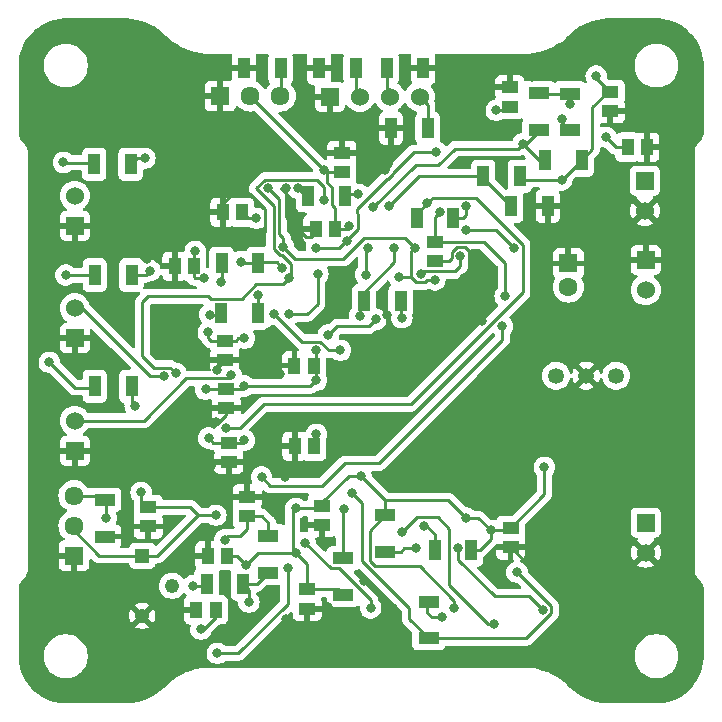
<source format=gbr>
%TF.GenerationSoftware,KiCad,Pcbnew,8.0.0*%
%TF.CreationDate,2024-06-23T16:30:46+02:00*%
%TF.ProjectId,TSAL,5453414c-2e6b-4696-9361-645f70636258,V2.1*%
%TF.SameCoordinates,Original*%
%TF.FileFunction,Copper,L2,Bot*%
%TF.FilePolarity,Positive*%
%FSLAX46Y46*%
G04 Gerber Fmt 4.6, Leading zero omitted, Abs format (unit mm)*
G04 Created by KiCad (PCBNEW 8.0.0) date 2024-06-23 16:30:46*
%MOMM*%
%LPD*%
G01*
G04 APERTURE LIST*
%TA.AperFunction,SMDPad,CuDef*%
%ADD10R,1.070000X1.470000*%
%TD*%
%TA.AperFunction,SMDPad,CuDef*%
%ADD11R,1.050000X1.800000*%
%TD*%
%TA.AperFunction,SMDPad,CuDef*%
%ADD12R,1.800000X1.050000*%
%TD*%
%TA.AperFunction,SMDPad,CuDef*%
%ADD13R,1.470000X1.070000*%
%TD*%
%TA.AperFunction,ComponentPad*%
%ADD14R,1.530000X1.530000*%
%TD*%
%TA.AperFunction,ComponentPad*%
%ADD15C,1.530000*%
%TD*%
%TA.AperFunction,ComponentPad*%
%ADD16R,1.217000X1.217000*%
%TD*%
%TA.AperFunction,ComponentPad*%
%ADD17C,1.217000*%
%TD*%
%TA.AperFunction,ComponentPad*%
%ADD18C,1.350000*%
%TD*%
%TA.AperFunction,ComponentPad*%
%ADD19R,1.610000X1.610000*%
%TD*%
%TA.AperFunction,ComponentPad*%
%ADD20C,1.610000*%
%TD*%
%TA.AperFunction,ComponentPad*%
%ADD21R,1.600000X1.600000*%
%TD*%
%TA.AperFunction,ComponentPad*%
%ADD22C,1.600000*%
%TD*%
%TA.AperFunction,ViaPad*%
%ADD23C,0.800000*%
%TD*%
%TA.AperFunction,Conductor*%
%ADD24C,0.250000*%
%TD*%
G04 APERTURE END LIST*
D10*
%TO.P,C10,1*%
%TO.N,GND*%
X89477000Y-47371000D03*
%TO.P,C10,2*%
%TO.N,+5V*%
X91117000Y-47371000D03*
%TD*%
D11*
%TO.P,R3,1*%
%TO.N,Net-(D1-A)*%
X85751000Y-38735000D03*
%TO.P,R3,2*%
%TO.N,+5V*%
X82651000Y-38735000D03*
%TD*%
%TO.P,R13,1*%
%TO.N,GND*%
X95351000Y-30607000D03*
%TO.P,R13,2*%
%TO.N,/Raw_DC-Link_In*%
X98451000Y-30607000D03*
%TD*%
%TO.P,R39,1*%
%TO.N,+5V*%
X123927200Y-38379400D03*
%TO.P,R39,2*%
%TO.N,/DC-Link_In_SCS*%
X120827200Y-38379400D03*
%TD*%
%TO.P,R31,1*%
%TO.N,Net-(D9-A)*%
X93439450Y-51370969D03*
%TO.P,R31,2*%
%TO.N,/Int_AIR_1*%
X96539450Y-51370969D03*
%TD*%
D12*
%TO.P,R1,1*%
%TO.N,Net-(G14-Pad4)*%
X110972600Y-78867600D03*
%TO.P,R1,2*%
%TO.N,Net-(D2-K)*%
X110972600Y-75767600D03*
%TD*%
D11*
%TO.P,R8,1*%
%TO.N,Net-(D4-A)*%
X85826000Y-57531000D03*
%TO.P,R8,2*%
%TO.N,+5V*%
X82726000Y-57531000D03*
%TD*%
%TO.P,R9,1*%
%TO.N,/Lightning_cond*%
X96546000Y-47117000D03*
%TO.P,R9,2*%
%TO.N,Net-(D5-A)*%
X93446000Y-47117000D03*
%TD*%
D13*
%TO.P,C12,1*%
%TO.N,GND*%
X93853000Y-59367000D03*
%TO.P,C12,2*%
%TO.N,+5V*%
X93853000Y-57727000D03*
%TD*%
%TO.P,C9,1*%
%TO.N,GND*%
X103612553Y-37761380D03*
%TO.P,C9,2*%
%TO.N,+5V*%
X103612553Y-39401380D03*
%TD*%
D12*
%TO.P,R15,1*%
%TO.N,Net-(TI1-DISCHARGE)*%
X120319800Y-32714600D03*
%TO.P,R15,2*%
%TO.N,/DC-Link_In_SCS*%
X120319800Y-35814600D03*
%TD*%
D11*
%TO.P,R12,1*%
%TO.N,GND*%
X110516000Y-30607000D03*
%TO.P,R12,2*%
%TO.N,/Raw_Int_AIR_2*%
X107416000Y-30607000D03*
%TD*%
D10*
%TO.P,C2,1*%
%TO.N,GND*%
X91313000Y-76454000D03*
%TO.P,C2,2*%
%TO.N,+5V*%
X92953000Y-76454000D03*
%TD*%
%TO.P,C18,1*%
%TO.N,GND*%
X92271000Y-71882000D03*
%TO.P,C18,2*%
%TO.N,+5V*%
X93911000Y-71882000D03*
%TD*%
D12*
%TO.P,R16,1*%
%TO.N,GND*%
X83566000Y-70257000D03*
%TO.P,R16,2*%
%TO.N,/Raw_VoltageAIR*%
X83566000Y-67157000D03*
%TD*%
%TO.P,R19,1*%
%TO.N,Net-(G15-Pad4)*%
X97409000Y-73305000D03*
%TO.P,R19,2*%
%TO.N,Net-(CP1-+)*%
X97409000Y-70205000D03*
%TD*%
D13*
%TO.P,C3,1*%
%TO.N,GND*%
X111496279Y-46945306D03*
%TO.P,C3,2*%
%TO.N,+5V*%
X111496279Y-45305306D03*
%TD*%
D11*
%TO.P,R14,1*%
%TO.N,GND*%
X107797000Y-35687000D03*
%TO.P,R14,2*%
%TO.N,/Raw_Int_PreCharge*%
X110897000Y-35687000D03*
%TD*%
%TO.P,R33,1*%
%TO.N,/PRE*%
X111480000Y-71374000D03*
%TO.P,R33,2*%
%TO.N,+5V*%
X114580000Y-71374000D03*
%TD*%
%TO.P,R32,1*%
%TO.N,Net-(D10-A)*%
X100786000Y-41402000D03*
%TO.P,R32,2*%
%TO.N,/Int_AIR_2*%
X103886000Y-41402000D03*
%TD*%
D13*
%TO.P,C14,1*%
%TO.N,GND*%
X101981000Y-69273000D03*
%TO.P,C14,2*%
%TO.N,+5V*%
X101981000Y-67633000D03*
%TD*%
%TO.P,C20,1*%
%TO.N,GND*%
X94049000Y-63939000D03*
%TO.P,C20,2*%
%TO.N,+5V*%
X94049000Y-62299000D03*
%TD*%
D11*
%TO.P,R34,1*%
%TO.N,Net-(D11-A)*%
X113056000Y-43307000D03*
%TO.P,R34,2*%
%TO.N,/Int_PreCharge*%
X109956000Y-43307000D03*
%TD*%
%TO.P,R5,1*%
%TO.N,Net-(D3-A)*%
X85826000Y-48117000D03*
%TO.P,R5,2*%
%TO.N,+5V*%
X82726000Y-48117000D03*
%TD*%
D10*
%TO.P,C11,1*%
%TO.N,GND*%
X99621905Y-55779074D03*
%TO.P,C11,2*%
%TO.N,+5V*%
X101261905Y-55779074D03*
%TD*%
D11*
%TO.P,R29,1*%
%TO.N,Net-(D8-A)*%
X108611000Y-50292000D03*
%TO.P,R29,2*%
%TO.N,/DC-Link_In*%
X105511000Y-50292000D03*
%TD*%
D13*
%TO.P,C5,1*%
%TO.N,GND*%
X126339600Y-34246400D03*
%TO.P,C5,2*%
%TO.N,+5V*%
X126339600Y-32606400D03*
%TD*%
%TO.P,C7,1*%
%TO.N,GND*%
X87249000Y-69404650D03*
%TO.P,C7,2*%
%TO.N,+5V*%
X87249000Y-67764650D03*
%TD*%
%TO.P,C8,1*%
%TO.N,GND*%
X117914322Y-71179060D03*
%TO.P,C8,2*%
%TO.N,+5V*%
X117914322Y-69539060D03*
%TD*%
%TO.P,C6,1*%
%TO.N,GND*%
X93726000Y-55303000D03*
%TO.P,C6,2*%
%TO.N,+5V*%
X93726000Y-53663000D03*
%TD*%
D12*
%TO.P,R36,1*%
%TO.N,/CLR*%
X107315000Y-71552400D03*
%TO.P,R36,2*%
%TO.N,+5V*%
X107315000Y-68452400D03*
%TD*%
D13*
%TO.P,C15,1*%
%TO.N,GND*%
X117856000Y-32214500D03*
%TO.P,C15,2*%
%TO.N,Net-(TI1-THRESHOLD)*%
X117856000Y-33854500D03*
%TD*%
D10*
%TO.P,C4,1*%
%TO.N,GND*%
X101415000Y-44196000D03*
%TO.P,C4,2*%
%TO.N,+5V*%
X103055000Y-44196000D03*
%TD*%
%TO.P,C16,1*%
%TO.N,GND*%
X93541000Y-42799000D03*
%TO.P,C16,2*%
%TO.N,+5V*%
X95181000Y-42799000D03*
%TD*%
D11*
%TO.P,R11,1*%
%TO.N,GND*%
X101701000Y-30607000D03*
%TO.P,R11,2*%
%TO.N,/Raw_Int_AIR_1*%
X104801000Y-30607000D03*
%TD*%
D13*
%TO.P,C1,1*%
%TO.N,GND*%
X100711000Y-76359600D03*
%TO.P,C1,2*%
%TO.N,+5V*%
X100711000Y-74719600D03*
%TD*%
D12*
%TO.P,R35,1*%
%TO.N,/dis2*%
X103759000Y-72084600D03*
%TO.P,R35,2*%
%TO.N,+5V*%
X103759000Y-75184600D03*
%TD*%
D11*
%TO.P,R41,1*%
%TO.N,/2.5V*%
X115594800Y-39751000D03*
%TO.P,R41,2*%
%TO.N,+5V*%
X118694800Y-39751000D03*
%TD*%
%TO.P,R10,1*%
%TO.N,Net-(G15-Pad4)*%
X95276000Y-74295000D03*
%TO.P,R10,2*%
%TO.N,Net-(D6-K)*%
X92176000Y-74295000D03*
%TD*%
D10*
%TO.P,C17,1*%
%TO.N,GND*%
X99637000Y-62611000D03*
%TO.P,C17,2*%
%TO.N,+5V*%
X101277000Y-62611000D03*
%TD*%
%TO.P,C19,1*%
%TO.N,GND*%
X129471000Y-37287200D03*
%TO.P,C19,2*%
%TO.N,Net-(TI1-CONTROL_VOLTAGE)*%
X127831000Y-37287200D03*
%TD*%
D12*
%TO.P,R17,1*%
%TO.N,Net-(TI1-THRESHOLD)*%
X122936000Y-35854500D03*
%TO.P,R17,2*%
%TO.N,Net-(TI1-DISCHARGE)*%
X122936000Y-32754500D03*
%TD*%
D13*
%TO.P,C21,1*%
%TO.N,Net-(CP1-+)*%
X95631000Y-68511000D03*
%TO.P,C21,2*%
%TO.N,GND*%
X95631000Y-66871000D03*
%TD*%
D14*
%TO.P,J3,1,1*%
%TO.N,GND*%
X81026000Y-62992000D03*
D15*
%TO.P,J3,2,2*%
%TO.N,/PreCharge*%
X81026000Y-60452000D03*
%TD*%
D14*
%TO.P,J1,1,1*%
%TO.N,GND*%
X81026000Y-43942000D03*
D15*
%TO.P,J1,2,2*%
%TO.N,/AIR_1*%
X81026000Y-41402000D03*
%TD*%
D11*
%TO.P,R42,1*%
%TO.N,GND*%
X121057000Y-42291000D03*
%TO.P,R42,2*%
%TO.N,/2.5V*%
X117957000Y-42291000D03*
%TD*%
D16*
%TO.P,RV1,1,CCW*%
%TO.N,+5V*%
X86736000Y-71882000D03*
D17*
%TO.P,RV1,2,WIPER*%
%TO.N,Net-(CP1--)*%
X89276000Y-74422000D03*
%TO.P,RV1,3,CW*%
%TO.N,GND*%
X86736000Y-76962000D03*
%TD*%
D18*
%TO.P,PS1,1,+VIN*%
%TO.N,+12V*%
X126863320Y-56642000D03*
%TO.P,PS1,2,GND*%
%TO.N,GND*%
X124323320Y-56642000D03*
%TO.P,PS1,3,+VOUT*%
%TO.N,+5V*%
X121783320Y-56642000D03*
%TD*%
D19*
%TO.P,J8,1,1*%
%TO.N,GND*%
X93336000Y-32954680D03*
D20*
%TO.P,J8,2,2*%
%TO.N,+5V*%
X95876000Y-32954680D03*
%TO.P,J8,3,3*%
%TO.N,/Raw_DC-Link_In*%
X98416000Y-32954680D03*
%TD*%
D14*
%TO.P,J5,1,1*%
%TO.N,Net-(J5-Pad1)*%
X129361000Y-69072000D03*
D15*
%TO.P,J5,2,2*%
%TO.N,GND*%
X129361000Y-71612000D03*
%TD*%
D14*
%TO.P,J9,1,1*%
%TO.N,Net-(J9-Pad1)*%
X129286000Y-40132000D03*
D15*
%TO.P,J9,2,2*%
%TO.N,GND*%
X129286000Y-42672000D03*
%TD*%
D19*
%TO.P,J4,1,1*%
%TO.N,GND*%
X80951000Y-71882000D03*
D20*
%TO.P,J4,2,2*%
%TO.N,+5V*%
X80951000Y-69342000D03*
%TO.P,J4,3,3*%
%TO.N,/Raw_VoltageAIR*%
X80951000Y-66802000D03*
%TD*%
D14*
%TO.P,J2,1,1*%
%TO.N,GND*%
X81026000Y-53467000D03*
D15*
%TO.P,J2,2,2*%
%TO.N,/AIR_2*%
X81026000Y-50927000D03*
%TD*%
D14*
%TO.P,J7,1,1*%
%TO.N,GND*%
X102616000Y-33029680D03*
D15*
%TO.P,J7,2,2*%
%TO.N,/Raw_Int_AIR_1*%
X105156000Y-33029680D03*
%TO.P,J7,3,3*%
%TO.N,/Raw_Int_AIR_2*%
X107696000Y-33029680D03*
%TO.P,J7,4,4*%
%TO.N,/Raw_Int_PreCharge*%
X110236000Y-33029680D03*
%TD*%
D14*
%TO.P,J6,1,1*%
%TO.N,GND*%
X129361000Y-46847000D03*
D15*
%TO.P,J6,2,2*%
%TO.N,+12V*%
X129361000Y-49387000D03*
%TD*%
D21*
%TO.P,C13,1*%
%TO.N,GND*%
X122816120Y-47139197D03*
D22*
%TO.P,C13,2*%
%TO.N,+12V*%
X122816120Y-49139197D03*
%TD*%
D23*
%TO.N,+5V*%
X122250800Y-40055800D03*
%TO.N,/dis2*%
X116484400Y-77647800D03*
%TO.N,Net-(TI1-DISCHARGE)*%
X122936000Y-33669500D03*
%TO.N,/Lightning_cond*%
X97917000Y-51435000D03*
%TO.N,Net-(TI1-THRESHOLD)*%
X122301000Y-34939500D03*
%TO.N,/Lightning_cond*%
X103510500Y-54483000D03*
X98585500Y-47498000D03*
%TO.N,/Int_log*%
X99064299Y-72893701D03*
%TO.N,/DC-Link_In_SCS*%
X105638600Y-48082200D03*
%TO.N,Net-(TI1-THRESHOLD)*%
X116713000Y-34163000D03*
%TO.N,/DC-Link_In_SCS*%
X106299000Y-42392600D03*
X118948200Y-37007800D03*
%TO.N,/Lightning_cond*%
X95101029Y-46981569D03*
%TO.N,/dis2*%
X103818890Y-67907500D03*
%TO.N,/INT*%
X100533200Y-70764400D03*
%TO.N,Net-(G15-Pad4)*%
X95758000Y-75819000D03*
%TO.N,Net-(TI1-CONTROL_VOLTAGE)*%
X125984000Y-36449000D03*
%TO.N,Net-(CP1-+)*%
X93700600Y-70546998D03*
%TO.N,Net-(G14-Pad4)*%
X118465600Y-73279000D03*
%TO.N,/DC-Link_In_SCS*%
X105867200Y-45847000D03*
%TO.N,/dis1*%
X113455498Y-71247000D03*
X120650000Y-76454000D03*
%TO.N,/Int_log*%
X93091000Y-80137000D03*
%TO.N,/INT*%
X106070400Y-76301600D03*
%TO.N,/2.5V*%
X107645200Y-42291000D03*
%TO.N,Net-(G14-Pad4)*%
X104495600Y-66573400D03*
%TO.N,/dis2*%
X108712000Y-69874498D03*
%TO.N,/Int_PreCharge*%
X110871000Y-42037000D03*
%TO.N,/Int_AIR_2*%
X105029000Y-41275000D03*
X99187000Y-48387000D03*
X102085500Y-41783000D03*
%TO.N,/0.75V*%
X113665000Y-46496451D03*
%TO.N,/Int_AIR_2*%
X89581321Y-56444375D03*
%TO.N,/Int_AIR_1*%
X96530898Y-49840996D03*
%TO.N,Net-(D6-K)*%
X91059000Y-74422000D03*
%TO.N,/Raw_VoltageAIR*%
X83693000Y-68707000D03*
%TO.N,/0.75V*%
X99187000Y-51435000D03*
X101473000Y-45847000D03*
%TO.N,/AIR_2*%
X88608360Y-56673182D03*
%TO.N,Net-(D8-A)*%
X108707701Y-51726500D03*
%TO.N,/0.75V*%
X104098101Y-45250117D03*
%TO.N,/VoltageAIR*%
X96832728Y-65219272D03*
X117225299Y-52455299D03*
%TO.N,/PreCharge*%
X94251500Y-56592498D03*
%TO.N,/Int_PreCharge*%
X93853000Y-61087000D03*
%TO.N,/4.25V*%
X108458000Y-48260000D03*
%TO.N,GND*%
X102336600Y-70688200D03*
%TO.N,/SCS compliance*%
X114173000Y-44323000D03*
%TO.N,/CLR*%
X109918500Y-71247000D03*
%TO.N,/0.75V*%
X111633000Y-37719000D03*
X110363000Y-48006000D03*
%TO.N,/4.25V*%
X98679000Y-45720000D03*
%TO.N,GND*%
X88392000Y-52070000D03*
%TO.N,/0.75V*%
X101600000Y-48006000D03*
%TO.N,/4.25V*%
X109790385Y-45784615D03*
%TO.N,GND*%
X98831400Y-65238800D03*
%TO.N,/4.25V*%
X97409000Y-40767000D03*
%TO.N,/DC-Link_In*%
X105156000Y-51562000D03*
X108077000Y-45847000D03*
%TO.N,/SCS compliance*%
X118237000Y-45847000D03*
%TO.N,GND*%
X93053500Y-56142500D03*
%TO.N,/4.25V*%
X111506000Y-48529806D03*
%TO.N,/PRE*%
X110553500Y-69342000D03*
%TO.N,Net-(D9-A)*%
X92456000Y-51472500D03*
%TO.N,GND*%
X116205000Y-48387000D03*
%TO.N,Net-(D11-A)*%
X114173000Y-42291000D03*
%TO.N,GND*%
X107277500Y-39243000D03*
%TO.N,Net-(D3-A)*%
X87376000Y-47752000D03*
%TO.N,+5V*%
X99789299Y-71653400D03*
%TO.N,Net-(D2-K)*%
X112141000Y-77089000D03*
%TO.N,GND*%
X92990596Y-60564044D03*
X87115681Y-46776425D03*
X102438200Y-76250800D03*
%TO.N,+5V*%
X91931500Y-48387000D03*
%TO.N,GND*%
X119913400Y-73177400D03*
X93853000Y-40259000D03*
%TO.N,Net-(D10-A)*%
X99949000Y-40767000D03*
%TO.N,Net-(D5-A)*%
X93397702Y-48692004D03*
%TO.N,Net-(D4-A)*%
X86143500Y-59182000D03*
%TO.N,Net-(D1-A)*%
X86950502Y-38227000D03*
%TO.N,GND*%
X115456916Y-51976186D03*
%TO.N,+5V*%
X95529400Y-72644000D03*
X80256498Y-48117000D03*
X92343336Y-61925065D03*
X78867000Y-55499000D03*
X114168701Y-68702701D03*
X102489000Y-53175500D03*
X101473000Y-57023000D03*
X117450502Y-49911000D03*
X91694000Y-78105000D03*
X92329000Y-52959000D03*
X101473000Y-54472498D03*
X91216952Y-46116450D03*
X99745800Y-67868800D03*
X96393000Y-43307000D03*
X80058100Y-38583953D03*
X92102000Y-57779837D03*
X106500991Y-51871786D03*
X105257600Y-65125600D03*
%TO.N,GND*%
X90551000Y-71628000D03*
X104249727Y-62756164D03*
X119761000Y-31331500D03*
X105537000Y-74041000D03*
X107924600Y-76276200D03*
X98425000Y-56515000D03*
X113956500Y-48387000D03*
X102616000Y-51689000D03*
X88773000Y-60960000D03*
X97917000Y-61087000D03*
X89916000Y-64262000D03*
X98933000Y-77216000D03*
X117094000Y-39751000D03*
X97453869Y-52940187D03*
X95142654Y-45356475D03*
X92583000Y-64262000D03*
X107433202Y-51511248D03*
X98933000Y-40766500D03*
%TO.N,+5V*%
X86639400Y-66522600D03*
X104267000Y-43942000D03*
X92964000Y-68453000D03*
X111931498Y-42799000D03*
X102085500Y-39248659D03*
X101473000Y-61595000D03*
X113157000Y-76327000D03*
X95380500Y-57523436D03*
X116236321Y-69743881D03*
X125171200Y-31267400D03*
X120777000Y-64389000D03*
X95380500Y-53467000D03*
X95380500Y-62103000D03*
%TD*%
D24*
%TO.N,GND*%
X119912662Y-73177400D02*
X117914322Y-71179060D01*
X119913400Y-73177400D02*
X119912662Y-73177400D01*
%TO.N,Net-(G14-Pad4)*%
X119261705Y-78867600D02*
X110972600Y-78867600D01*
X118465600Y-73279000D02*
X118500305Y-73279000D01*
X118500305Y-73279000D02*
X121375000Y-76153695D01*
X121375000Y-76153695D02*
X121375000Y-76754305D01*
X121375000Y-76754305D02*
X119261705Y-78867600D01*
%TO.N,/DC-Link_In_SCS*%
X120319800Y-38379400D02*
X120827200Y-38379400D01*
X119242700Y-37007800D02*
X120396000Y-35854500D01*
X118948200Y-37007800D02*
X119242700Y-37007800D01*
X109880400Y-38811200D02*
X106299000Y-42392600D01*
X118948200Y-37007800D02*
X118541800Y-37414200D01*
X118948200Y-37007800D02*
X120319800Y-38379400D01*
X118541800Y-37414200D02*
X113207800Y-37414200D01*
X111810800Y-38811200D02*
X109880400Y-38811200D01*
X113207800Y-37414200D02*
X111810800Y-38811200D01*
%TO.N,Net-(TI1-CONTROL_VOLTAGE)*%
X125984000Y-36449000D02*
X126822200Y-37287200D01*
X126822200Y-37287200D02*
X127831000Y-37287200D01*
%TO.N,+5V*%
X125171200Y-31438000D02*
X126339600Y-32606400D01*
X125171200Y-31267400D02*
X125171200Y-31438000D01*
%TO.N,Net-(G14-Pad4)*%
X105359200Y-67437000D02*
X104495600Y-66573400D01*
X109347000Y-76295796D02*
X105359200Y-72307996D01*
%TO.N,/2.5V*%
X115594800Y-39751000D02*
X110185200Y-39751000D01*
%TO.N,Net-(G14-Pad4)*%
X110972600Y-78867600D02*
X109347000Y-77242000D01*
%TO.N,/2.5V*%
X110185200Y-39751000D02*
X107645200Y-42291000D01*
X115594800Y-39928800D02*
X117957000Y-42291000D01*
X115594800Y-39751000D02*
X115594800Y-39928800D01*
%TO.N,Net-(G14-Pad4)*%
X105359200Y-72307996D02*
X105359200Y-67437000D01*
X109347000Y-77242000D02*
X109347000Y-76295796D01*
%TO.N,/DC-Link_In_SCS*%
X105867200Y-45847000D02*
X105638600Y-46075600D01*
%TO.N,/dis2*%
X116001800Y-77647800D02*
X112730498Y-74376498D01*
%TO.N,/dis1*%
X113455498Y-72201639D02*
X116564859Y-75311000D01*
X118237000Y-75311000D02*
X119507000Y-75311000D01*
X116564859Y-75311000D02*
X118237000Y-75311000D01*
%TO.N,/dis2*%
X109969498Y-68617000D02*
X108712000Y-69874498D01*
X112730498Y-74376498D02*
X112730498Y-69587498D01*
X111760000Y-68617000D02*
X109969498Y-68617000D01*
%TO.N,/dis1*%
X113455498Y-71247000D02*
X113455498Y-72201639D01*
%TO.N,/dis2*%
X103818890Y-67907500D02*
X103759000Y-67967390D01*
X103759000Y-67967390D02*
X103759000Y-72084600D01*
X112730498Y-69587498D02*
X111760000Y-68617000D01*
X116484400Y-77647800D02*
X116001800Y-77647800D01*
%TO.N,/DC-Link_In_SCS*%
X105638600Y-46075600D02*
X105638600Y-48082200D01*
%TO.N,/dis1*%
X119507000Y-75311000D02*
X120650000Y-76454000D01*
%TO.N,Net-(CP1-+)*%
X94016598Y-70231000D02*
X94996000Y-70231000D01*
%TO.N,Net-(G15-Pad4)*%
X96419000Y-74295000D02*
X95276000Y-74295000D01*
X95758000Y-75819000D02*
X95758000Y-74777000D01*
%TO.N,Net-(TI1-DISCHARGE)*%
X120396000Y-32754500D02*
X122936000Y-32754500D01*
%TO.N,Net-(CP1-+)*%
X97409000Y-69088000D02*
X97409000Y-70205000D01*
%TO.N,Net-(TI1-DISCHARGE)*%
X122936000Y-33669500D02*
X122936000Y-32754500D01*
%TO.N,Net-(CP1-+)*%
X95631000Y-68511000D02*
X96832000Y-68511000D01*
X94996000Y-70231000D02*
X95631000Y-69596000D01*
%TO.N,Net-(G15-Pad4)*%
X97409000Y-73305000D02*
X96419000Y-74295000D01*
%TO.N,Net-(CP1-+)*%
X95631000Y-69596000D02*
X95631000Y-68511000D01*
X96832000Y-68511000D02*
X97409000Y-69088000D01*
%TO.N,Net-(G15-Pad4)*%
X95758000Y-74777000D02*
X95276000Y-74295000D01*
%TO.N,Net-(CP1-+)*%
X93700600Y-70546998D02*
X94016598Y-70231000D01*
%TO.N,/Lightning_cond*%
X98136700Y-47049200D02*
X96613800Y-47049200D01*
X103510500Y-54483000D02*
X102508807Y-54483000D01*
X95236460Y-47117000D02*
X96546000Y-47117000D01*
X100229498Y-53747498D02*
X97917000Y-51435000D01*
X102508807Y-54483000D02*
X101773305Y-53747498D01*
X95101029Y-46981569D02*
X95236460Y-47117000D01*
X98585500Y-47498000D02*
X98136700Y-47049200D01*
X101773305Y-53747498D02*
X100229498Y-53747498D01*
%TO.N,/Int_log*%
X93091000Y-80137000D02*
X94869000Y-80137000D01*
%TO.N,/Raw_Int_PreCharge*%
X110897000Y-33690680D02*
X110516000Y-33309680D01*
%TO.N,/Raw_Int_AIR_2*%
X107416000Y-30607000D02*
X107416000Y-32749680D01*
%TO.N,Net-(TI1-THRESHOLD)*%
X122301000Y-34939500D02*
X122301000Y-35219500D01*
%TO.N,/Int_log*%
X99064299Y-75941701D02*
X99064299Y-72893701D01*
%TO.N,/Raw_DC-Link_In*%
X98451000Y-30607000D02*
X98451000Y-32919680D01*
%TO.N,/Raw_Int_AIR_1*%
X104801000Y-30607000D02*
X104801000Y-32674680D01*
%TO.N,/Int_log*%
X94869000Y-80137000D02*
X99064299Y-75941701D01*
%TO.N,/Raw_Int_PreCharge*%
X110897000Y-35687000D02*
X110897000Y-33690680D01*
%TO.N,/INT*%
X100533200Y-70764400D02*
X102703400Y-72934600D01*
X106070400Y-75599705D02*
X106070400Y-76301600D01*
%TO.N,/Int_PreCharge*%
X97001000Y-59055000D02*
X94969000Y-61087000D01*
%TO.N,/INT*%
X102703400Y-72934600D02*
X103405295Y-72934600D01*
X103405295Y-72934600D02*
X106070400Y-75599705D01*
%TO.N,Net-(TI1-THRESHOLD)*%
X122301000Y-35219500D02*
X122936000Y-35854500D01*
X116713000Y-34163000D02*
X117547500Y-34163000D01*
%TO.N,/Int_AIR_2*%
X98557805Y-46445000D02*
X99310500Y-47197695D01*
X99310500Y-48263500D02*
X99187000Y-48387000D01*
X97864649Y-45930954D02*
X98378695Y-46445000D01*
X101501000Y-40042000D02*
X97108695Y-40042000D01*
X87249000Y-49911000D02*
X86741000Y-50419000D01*
X102085500Y-40626500D02*
X101501000Y-40042000D01*
X86741000Y-54991000D02*
X87698182Y-55948182D01*
X87698182Y-55948182D02*
X89085128Y-55948182D01*
X97108695Y-40042000D02*
X96393000Y-40757695D01*
%TO.N,/Int_PreCharge*%
X118962000Y-49567000D02*
X109474000Y-59055000D01*
%TO.N,/Int_AIR_2*%
X99187000Y-48387000D02*
X98679000Y-48895000D01*
X89085128Y-55948182D02*
X89581321Y-56444375D01*
X99310500Y-47197695D02*
X99310500Y-48263500D01*
X96393000Y-40757695D02*
X96393000Y-40776305D01*
X92329000Y-49911000D02*
X87249000Y-49911000D01*
X96393000Y-40776305D02*
X97864649Y-42247954D01*
X105029000Y-41275000D02*
X104013000Y-41275000D01*
%TO.N,/Int_PreCharge*%
X109474000Y-59055000D02*
X97001000Y-59055000D01*
X94969000Y-61087000D02*
X93853000Y-61087000D01*
X114981305Y-41566000D02*
X118962000Y-45546695D01*
X118962000Y-45546695D02*
X118962000Y-49567000D01*
X111342000Y-41566000D02*
X114981305Y-41566000D01*
%TO.N,/Int_AIR_2*%
X96393000Y-48895000D02*
X95142031Y-50145969D01*
%TO.N,/Int_PreCharge*%
X109956000Y-42952000D02*
X110871000Y-42037000D01*
%TO.N,/Int_AIR_2*%
X97864649Y-42247954D02*
X97864649Y-45930954D01*
X92563969Y-50145969D02*
X92329000Y-49911000D01*
%TO.N,/Int_PreCharge*%
X110871000Y-42037000D02*
X111342000Y-41566000D01*
%TO.N,/Int_AIR_2*%
X86741000Y-50419000D02*
X86741000Y-54991000D01*
X98378695Y-46445000D02*
X98557805Y-46445000D01*
X98679000Y-48895000D02*
X96393000Y-48895000D01*
X102085500Y-41783000D02*
X102085500Y-40626500D01*
X95142031Y-50145969D02*
X92563969Y-50145969D01*
%TO.N,Net-(D6-K)*%
X91059000Y-74422000D02*
X92049000Y-74422000D01*
%TO.N,/PreCharge*%
X86868000Y-60452000D02*
X81026000Y-60452000D01*
X90452500Y-56867500D02*
X86868000Y-60452000D01*
%TO.N,Net-(D8-A)*%
X108707701Y-51726500D02*
X108611000Y-51629799D01*
%TO.N,/Int_AIR_1*%
X96530898Y-49840996D02*
X96539450Y-49849548D01*
%TO.N,/PreCharge*%
X93976498Y-56867500D02*
X90452500Y-56867500D01*
%TO.N,/Int_AIR_1*%
X96539450Y-49849548D02*
X96539450Y-51370969D01*
%TO.N,Net-(D8-A)*%
X108611000Y-51629799D02*
X108611000Y-50292000D01*
%TO.N,/PreCharge*%
X94251500Y-56592498D02*
X93976498Y-56867500D01*
%TO.N,/VoltageAIR*%
X97577256Y-65963800D02*
X101955600Y-65963800D01*
X101955600Y-65963800D02*
X103860600Y-64058800D01*
X106756200Y-64058800D02*
X117225299Y-53589701D01*
%TO.N,/0.75V*%
X104926498Y-42901502D02*
X104992000Y-42967004D01*
%TO.N,/AIR_2*%
X88608360Y-56673182D02*
X87407182Y-56673182D01*
X87407182Y-56673182D02*
X81661000Y-50927000D01*
%TO.N,/Raw_VoltageAIR*%
X83211000Y-66802000D02*
X80951000Y-66802000D01*
%TO.N,/VoltageAIR*%
X103860600Y-64058800D02*
X106756200Y-64058800D01*
X117225299Y-53589701D02*
X117225299Y-52455299D01*
%TO.N,/Raw_VoltageAIR*%
X83693000Y-68707000D02*
X83693000Y-67284000D01*
%TO.N,/VoltageAIR*%
X96832728Y-65219272D02*
X97577256Y-65963800D01*
%TO.N,/4.25V*%
X109474000Y-46101000D02*
X109474000Y-48260000D01*
X108458000Y-48260000D02*
X109474000Y-48260000D01*
X98679000Y-45720000D02*
X98679000Y-44986837D01*
X105537000Y-44958000D02*
X103759000Y-46736000D01*
%TO.N,/0.75V*%
X109728000Y-37719000D02*
X111633000Y-37719000D01*
X104926498Y-42520502D02*
X105918000Y-41529000D01*
X104926498Y-42901502D02*
X104926498Y-42520502D01*
X113230694Y-47805306D02*
X113665000Y-47371000D01*
X110563694Y-47805306D02*
X113230694Y-47805306D01*
X103387305Y-45847000D02*
X101473000Y-45847000D01*
%TO.N,/4.25V*%
X111506000Y-48529806D02*
X110864499Y-48529806D01*
X110663305Y-48731000D02*
X109945000Y-48731000D01*
X109945000Y-48731000D02*
X109474000Y-48260000D01*
%TO.N,/0.75V*%
X108002500Y-39444500D02*
X109728000Y-37719000D01*
%TO.N,/4.25V*%
X103759000Y-46736000D02*
X99695000Y-46736000D01*
%TO.N,/0.75V*%
X108002500Y-39543305D02*
X108002500Y-39444500D01*
%TO.N,/4.25V*%
X98314649Y-41672649D02*
X97409000Y-40767000D01*
%TO.N,/0.75V*%
X99187000Y-51435000D02*
X100711000Y-51435000D01*
X104992000Y-42967004D02*
X104992000Y-44242305D01*
X113665000Y-47371000D02*
X113665000Y-46496451D01*
X107577805Y-39968000D02*
X108002500Y-39543305D01*
X104992000Y-44242305D02*
X103387305Y-45847000D01*
%TO.N,/4.25V*%
X110864499Y-48529806D02*
X110663305Y-48731000D01*
X99695000Y-46736000D02*
X98679000Y-45720000D01*
%TO.N,/0.75V*%
X105918000Y-41529000D02*
X107479000Y-39968000D01*
%TO.N,/4.25V*%
X109790385Y-45784615D02*
X108963770Y-44958000D01*
X98314649Y-44622486D02*
X98314649Y-41672649D01*
X108963770Y-44958000D02*
X105537000Y-44958000D01*
X98679000Y-44986837D02*
X98314649Y-44622486D01*
%TO.N,/0.75V*%
X110363000Y-48006000D02*
X110563694Y-47805306D01*
X106121200Y-41325800D02*
X105918000Y-41529000D01*
X101600000Y-50546000D02*
X101600000Y-48006000D01*
X107479000Y-39968000D02*
X107577805Y-39968000D01*
X100711000Y-51435000D02*
X101600000Y-50546000D01*
%TO.N,/4.25V*%
X109790385Y-45784615D02*
X109474000Y-46101000D01*
%TO.N,/DC-Link_In*%
X108077000Y-47040800D02*
X105511000Y-49606800D01*
X105511000Y-49606800D02*
X105511000Y-50292000D01*
%TO.N,/PRE*%
X111480000Y-70078000D02*
X111480000Y-71374000D01*
X110553500Y-69342000D02*
X110744000Y-69342000D01*
%TO.N,/SCS compliance*%
X114173000Y-44323000D02*
X116713000Y-44323000D01*
%TO.N,/PRE*%
X110744000Y-69342000D02*
X111480000Y-70078000D01*
%TO.N,/SCS compliance*%
X116713000Y-44323000D02*
X118237000Y-45847000D01*
%TO.N,/DC-Link_In*%
X108077000Y-45847000D02*
X108077000Y-47040800D01*
X105156000Y-51562000D02*
X105156000Y-50647000D01*
%TO.N,GND*%
X92990596Y-60564044D02*
X93232956Y-60564044D01*
%TO.N,/CLR*%
X108928500Y-71247000D02*
X108623100Y-71552400D01*
X108928500Y-71247000D02*
X109918500Y-71247000D01*
%TO.N,GND*%
X98933000Y-43224396D02*
X98933000Y-40766500D01*
X90805000Y-71882000D02*
X92271000Y-71882000D01*
%TO.N,/CLR*%
X108623100Y-71552400D02*
X107315000Y-71552400D01*
%TO.N,GND*%
X101981000Y-69273000D02*
X101981000Y-70332600D01*
X101415000Y-44505694D02*
X101001045Y-44919649D01*
X93232956Y-60564044D02*
X93853000Y-59944000D01*
X112940000Y-46699000D02*
X112940000Y-46196146D01*
X114390000Y-46064000D02*
X114390000Y-47371000D01*
X101001045Y-44919649D02*
X100628253Y-44919649D01*
X114390000Y-47371000D02*
X115189000Y-47371000D01*
X112693694Y-46945306D02*
X112940000Y-46699000D01*
X107797000Y-38723500D02*
X107797000Y-35687000D01*
X114097451Y-45771451D02*
X114390000Y-46064000D01*
X114390000Y-47953500D02*
X113956500Y-48387000D01*
X93053500Y-55975500D02*
X93726000Y-55303000D01*
X111496279Y-46945306D02*
X112693694Y-46945306D01*
X115189000Y-47371000D02*
X116205000Y-48387000D01*
X113364695Y-45771451D02*
X114097451Y-45771451D01*
X97118000Y-42508000D02*
X95885000Y-41275000D01*
X94361000Y-41275000D02*
X93541000Y-42095000D01*
X114390000Y-47371000D02*
X114390000Y-47953500D01*
X100628253Y-44919649D02*
X98933000Y-43224396D01*
X90551000Y-71628000D02*
X90805000Y-71882000D01*
X93853000Y-59944000D02*
X93853000Y-59367000D01*
X96248525Y-45356475D02*
X97118000Y-44487000D01*
X112940000Y-46196146D02*
X113364695Y-45771451D01*
X102293000Y-69215000D02*
X102293000Y-69015000D01*
X93541000Y-42095000D02*
X93541000Y-42799000D01*
X93053500Y-56142500D02*
X93053500Y-55975500D01*
X97118000Y-44487000D02*
X97118000Y-42508000D01*
X95142654Y-45356475D02*
X96248525Y-45356475D01*
X101981000Y-70332600D02*
X102336600Y-70688200D01*
X95885000Y-41275000D02*
X94361000Y-41275000D01*
X107277500Y-39243000D02*
X107797000Y-38723500D01*
%TO.N,Net-(D11-A)*%
X113881444Y-43307000D02*
X113056000Y-43307000D01*
X114173000Y-42291000D02*
X114173000Y-43015444D01*
%TO.N,Net-(D9-A)*%
X92456000Y-51472500D02*
X93337919Y-51472500D01*
%TO.N,Net-(D5-A)*%
X93397702Y-48692004D02*
X93446000Y-48643706D01*
%TO.N,Net-(D11-A)*%
X114173000Y-43015444D02*
X113881444Y-43307000D01*
%TO.N,Net-(D10-A)*%
X100584000Y-41402000D02*
X99949000Y-40767000D01*
%TO.N,Net-(D1-A)*%
X86950502Y-38227000D02*
X86259000Y-38227000D01*
%TO.N,+5V*%
X94767400Y-71882000D02*
X93911000Y-71882000D01*
X102362000Y-39401380D02*
X103612553Y-39401380D01*
X92964000Y-68453000D02*
X91440000Y-68453000D01*
X95184500Y-62299000D02*
X94049000Y-62299000D01*
X99789299Y-71653400D02*
X100711000Y-72575101D01*
%TO.N,Net-(D2-K)*%
X110871000Y-76708000D02*
X110871000Y-76047000D01*
%TO.N,+5V*%
X91694000Y-78105000D02*
X91948000Y-78105000D01*
X96393000Y-43307000D02*
X95689000Y-43307000D01*
%TO.N,Net-(D5-A)*%
X93446000Y-48643706D02*
X93446000Y-47117000D01*
%TO.N,Net-(D4-A)*%
X86143500Y-59182000D02*
X85826000Y-58864500D01*
%TO.N,+5V*%
X95380500Y-62103000D02*
X95184500Y-62299000D01*
X120777000Y-66676382D02*
X117914322Y-69539060D01*
%TO.N,Net-(D3-A)*%
X85826000Y-48117000D02*
X87011000Y-48117000D01*
%TO.N,+5V*%
X103612553Y-39401380D02*
X102322700Y-39401380D01*
X99466400Y-68148200D02*
X99745800Y-67868800D01*
%TO.N,Net-(D3-A)*%
X87011000Y-48117000D02*
X87376000Y-47752000D01*
%TO.N,+5V*%
X91117000Y-48318000D02*
X91117000Y-47879000D01*
%TO.N,Net-(D2-K)*%
X112141000Y-77089000D02*
X111252000Y-77089000D01*
%TO.N,+5V*%
X101473000Y-54472498D02*
X101473000Y-55567979D01*
X105994200Y-69773200D02*
X107315000Y-68452400D01*
X103055000Y-42468000D02*
X103055000Y-44196000D01*
X94673000Y-53663000D02*
X93726000Y-53663000D01*
X95689000Y-43307000D02*
X95181000Y-42799000D01*
X100711000Y-72575101D02*
X100711000Y-74719600D01*
X103294000Y-74719600D02*
X103759000Y-75184600D01*
X102810500Y-42223500D02*
X103055000Y-42468000D01*
%TO.N,Net-(D1-A)*%
X86259000Y-38227000D02*
X85751000Y-38735000D01*
%TO.N,+5V*%
X113157000Y-75692000D02*
X113157000Y-76327000D01*
X105257600Y-65125600D02*
X104216200Y-65125600D01*
X95380500Y-57523436D02*
X100972564Y-57523436D01*
X112649000Y-67183000D02*
X114168701Y-68702701D01*
X80256498Y-48117000D02*
X82726000Y-48117000D01*
X111931498Y-42799000D02*
X111496279Y-43234219D01*
X91186000Y-48387000D02*
X91117000Y-48318000D01*
X124841000Y-37465600D02*
X123927200Y-38379400D01*
X116236321Y-69743881D02*
X117709501Y-69743881D01*
X91440000Y-68453000D02*
X88011000Y-71882000D01*
X115663306Y-45305306D02*
X111496279Y-45305306D01*
X107315000Y-68452400D02*
X107315000Y-67183000D01*
X92717271Y-62299000D02*
X94049000Y-62299000D01*
X92953000Y-77100000D02*
X92953000Y-76454000D01*
%TO.N,Net-(D2-K)*%
X111252000Y-77089000D02*
X110871000Y-76708000D01*
%TO.N,Net-(D4-A)*%
X85826000Y-58864500D02*
X85826000Y-57531000D01*
%TO.N,+5V*%
X91931500Y-48387000D02*
X91186000Y-48387000D01*
X92329000Y-53467000D02*
X92525000Y-53663000D01*
X117450502Y-47092502D02*
X115663306Y-45305306D01*
X81010000Y-57642000D02*
X82651000Y-57642000D01*
X96520000Y-71653400D02*
X95529400Y-72644000D01*
X105900863Y-52471914D02*
X103192586Y-52471914D01*
X95380500Y-57523436D02*
X95176936Y-57727000D01*
X114580000Y-71374000D02*
X115316000Y-71374000D01*
X101473000Y-61595000D02*
X101473000Y-62415000D01*
X86639400Y-67230817D02*
X87173233Y-67764650D01*
X78867000Y-55499000D02*
X81010000Y-57642000D01*
X102085500Y-39248659D02*
X102238221Y-39401380D01*
X99745800Y-67868800D02*
X101745200Y-67868800D01*
X92102000Y-57779837D02*
X93800163Y-57779837D01*
X92343336Y-61925065D02*
X92717271Y-62299000D01*
X83101000Y-71882000D02*
X80951000Y-69732000D01*
X106500991Y-51871786D02*
X105900863Y-52471914D01*
X95529400Y-72644000D02*
X94767400Y-71882000D01*
X91117000Y-46216402D02*
X91216952Y-46116450D01*
X101981000Y-67360800D02*
X104216200Y-65125600D01*
X91117000Y-47371000D02*
X91117000Y-46216402D01*
X94869000Y-53467000D02*
X94673000Y-53663000D01*
X116236321Y-70453679D02*
X116236321Y-69743881D01*
X122250800Y-40055800D02*
X118999600Y-40055800D01*
X115195141Y-68702701D02*
X115199440Y-68707000D01*
X99789299Y-71653400D02*
X99466400Y-71330501D01*
X123927200Y-38379400D02*
X122250800Y-40055800D01*
X101473000Y-55990169D02*
X101473000Y-57023000D01*
X95380500Y-53467000D02*
X94869000Y-53467000D01*
X105994200Y-72306600D02*
X105994200Y-69773200D01*
X118999600Y-40055800D02*
X118694800Y-39751000D01*
X102322700Y-39401380D02*
X95876000Y-32954680D01*
X86639400Y-66522600D02*
X86639400Y-67230817D01*
X104013000Y-44196000D02*
X104267000Y-43942000D01*
X90751650Y-67764650D02*
X91440000Y-68453000D01*
X92329000Y-52959000D02*
X92329000Y-53467000D01*
X115316000Y-71374000D02*
X116236321Y-70453679D01*
X102810500Y-40715104D02*
X102362000Y-40266604D01*
X91948000Y-78105000D02*
X92953000Y-77100000D01*
X87249000Y-67764650D02*
X90751650Y-67764650D01*
X88011000Y-71882000D02*
X83101000Y-71882000D01*
X100972564Y-57523436D02*
X101473000Y-57023000D01*
X106458600Y-72771000D02*
X105994200Y-72306600D01*
X92525000Y-53663000D02*
X93726000Y-53663000D01*
X101981000Y-67633000D02*
X101981000Y-67360800D01*
X82726000Y-38592000D02*
X80066147Y-38592000D01*
X107315000Y-67183000D02*
X112649000Y-67183000D01*
X115199440Y-68707000D02*
X116236321Y-69743881D01*
X80066147Y-38592000D02*
X80058100Y-38583953D01*
X100711000Y-74719600D02*
X103294000Y-74719600D01*
X110236000Y-72771000D02*
X106458600Y-72771000D01*
X99466400Y-71330501D02*
X99466400Y-68148200D01*
X102238221Y-39401380D02*
X103612553Y-39401380D01*
X114168701Y-68702701D02*
X115195141Y-68702701D01*
X120777000Y-64389000D02*
X120777000Y-66676382D01*
X103055000Y-44196000D02*
X104013000Y-44196000D01*
X102810500Y-42223500D02*
X102810500Y-40715104D01*
X103192586Y-52471914D02*
X102489000Y-53175500D01*
X95176936Y-57727000D02*
X94260128Y-57727000D01*
X124841000Y-33905000D02*
X124841000Y-37465600D01*
X105257600Y-65125600D02*
X107315000Y-67183000D01*
X111496279Y-43234219D02*
X111496279Y-45305306D01*
X101745200Y-67868800D02*
X101981000Y-67633000D01*
X99789299Y-71653400D02*
X96520000Y-71653400D01*
X117450502Y-49911000D02*
X117450502Y-47092502D01*
X102362000Y-40266604D02*
X102362000Y-39401380D01*
X110236000Y-72771000D02*
X113157000Y-75692000D01*
X126339600Y-32606400D02*
X126139600Y-32606400D01*
X126139600Y-32606400D02*
X124841000Y-33905000D01*
%TD*%
%TA.AperFunction,Conductor*%
%TO.N,GND*%
G36*
X85200573Y-26377007D02*
G01*
X85203593Y-26377039D01*
X85413410Y-26379329D01*
X85422847Y-26379793D01*
X85847479Y-26416947D01*
X85858202Y-26418358D01*
X86277308Y-26492260D01*
X86287865Y-26494600D01*
X86698954Y-26604753D01*
X86709247Y-26607999D01*
X87108968Y-26753489D01*
X87109169Y-26753562D01*
X87119160Y-26757700D01*
X87504864Y-26937560D01*
X87514441Y-26942545D01*
X87883021Y-27155347D01*
X87892122Y-27161145D01*
X88240756Y-27405264D01*
X88249321Y-27411837D01*
X88575850Y-27685830D01*
X88582855Y-27692178D01*
X88735006Y-27841016D01*
X88735970Y-27841970D01*
X88806534Y-27912534D01*
X88962508Y-28065144D01*
X89296810Y-28345659D01*
X89654289Y-28595971D01*
X90032223Y-28814175D01*
X90427738Y-28998608D01*
X90837821Y-29147869D01*
X91259353Y-29260821D01*
X91689125Y-29336604D01*
X92123867Y-29374642D01*
X92342068Y-29377000D01*
X92342090Y-29377000D01*
X94236842Y-29377000D01*
X94303881Y-29396685D01*
X94349636Y-29449489D01*
X94359580Y-29518647D01*
X94353024Y-29544333D01*
X94332403Y-29599620D01*
X94332401Y-29599627D01*
X94326000Y-29659155D01*
X94326000Y-30357000D01*
X96376000Y-30357000D01*
X96376000Y-29659172D01*
X96375999Y-29659155D01*
X96369598Y-29599627D01*
X96369596Y-29599620D01*
X96348976Y-29544333D01*
X96343992Y-29474641D01*
X96377477Y-29413318D01*
X96438800Y-29379834D01*
X96465158Y-29377000D01*
X97327771Y-29377000D01*
X97394810Y-29396685D01*
X97440565Y-29449489D01*
X97450509Y-29518647D01*
X97443952Y-29544335D01*
X97424011Y-29597795D01*
X97424011Y-29597797D01*
X97417500Y-29658345D01*
X97417500Y-31555654D01*
X97424011Y-31616202D01*
X97424011Y-31616204D01*
X97462666Y-31719839D01*
X97475111Y-31753204D01*
X97532645Y-31830061D01*
X97557062Y-31895523D01*
X97542211Y-31963796D01*
X97521059Y-31992051D01*
X97405958Y-32107151D01*
X97274131Y-32295421D01*
X97274130Y-32295423D01*
X97258382Y-32329196D01*
X97212209Y-32381635D01*
X97145016Y-32400787D01*
X97078135Y-32380571D01*
X97033618Y-32329196D01*
X97017869Y-32295423D01*
X97017868Y-32295421D01*
X96886042Y-32107152D01*
X96723527Y-31944638D01*
X96723521Y-31944633D01*
X96535263Y-31812813D01*
X96535259Y-31812811D01*
X96461917Y-31778611D01*
X96434895Y-31766010D01*
X96382457Y-31719839D01*
X96363305Y-31652645D01*
X96368926Y-31622186D01*
X96367814Y-31621924D01*
X96369598Y-31614372D01*
X96375999Y-31554844D01*
X96376000Y-31554827D01*
X96376000Y-30857000D01*
X94326000Y-30857000D01*
X94326000Y-31526381D01*
X94306315Y-31593420D01*
X94253511Y-31639175D01*
X94192192Y-31649112D01*
X94192153Y-31649858D01*
X94188828Y-31649680D01*
X93586000Y-31649680D01*
X93586000Y-32481253D01*
X93542502Y-32456140D01*
X93406434Y-32419680D01*
X93265566Y-32419680D01*
X93129498Y-32456140D01*
X93086000Y-32481253D01*
X93086000Y-31649680D01*
X92483155Y-31649680D01*
X92423627Y-31656081D01*
X92423620Y-31656083D01*
X92288913Y-31706325D01*
X92288906Y-31706329D01*
X92173812Y-31792489D01*
X92173809Y-31792492D01*
X92087649Y-31907586D01*
X92087645Y-31907593D01*
X92037403Y-32042300D01*
X92037401Y-32042307D01*
X92031000Y-32101835D01*
X92031000Y-32704680D01*
X92862574Y-32704680D01*
X92837460Y-32748178D01*
X92801000Y-32884246D01*
X92801000Y-33025114D01*
X92837460Y-33161182D01*
X92862574Y-33204680D01*
X92031000Y-33204680D01*
X92031000Y-33807524D01*
X92037401Y-33867052D01*
X92037403Y-33867059D01*
X92087645Y-34001766D01*
X92087649Y-34001773D01*
X92173809Y-34116867D01*
X92173812Y-34116870D01*
X92288906Y-34203030D01*
X92288913Y-34203034D01*
X92423620Y-34253276D01*
X92423627Y-34253278D01*
X92483155Y-34259679D01*
X92483172Y-34259680D01*
X93086000Y-34259680D01*
X93086000Y-33428106D01*
X93129498Y-33453220D01*
X93265566Y-33489680D01*
X93406434Y-33489680D01*
X93542502Y-33453220D01*
X93586000Y-33428106D01*
X93586000Y-34259680D01*
X94188828Y-34259680D01*
X94188844Y-34259679D01*
X94248372Y-34253278D01*
X94248379Y-34253276D01*
X94383086Y-34203034D01*
X94383093Y-34203030D01*
X94498187Y-34116870D01*
X94498190Y-34116867D01*
X94584350Y-34001773D01*
X94584354Y-34001766D01*
X94634596Y-33867059D01*
X94636112Y-33852965D01*
X94662849Y-33788413D01*
X94720241Y-33748564D01*
X94790066Y-33746069D01*
X94850156Y-33781721D01*
X94860975Y-33795092D01*
X94865952Y-33802200D01*
X94865958Y-33802207D01*
X95028472Y-33964721D01*
X95028478Y-33964726D01*
X95216736Y-34096546D01*
X95216738Y-34096547D01*
X95216741Y-34096549D01*
X95425041Y-34193681D01*
X95647042Y-34253166D01*
X95806276Y-34267097D01*
X95875998Y-34273197D01*
X95876000Y-34273197D01*
X95876002Y-34273197D01*
X95907734Y-34270420D01*
X96104958Y-34253166D01*
X96104966Y-34253164D01*
X96116368Y-34250108D01*
X96172737Y-34235004D01*
X96242586Y-34236665D01*
X96292513Y-34267097D01*
X101139882Y-39114467D01*
X101173367Y-39175790D01*
X101175522Y-39215108D01*
X101173431Y-39235006D01*
X101171996Y-39248659D01*
X101173484Y-39262819D01*
X101174401Y-39271538D01*
X101161832Y-39340268D01*
X101114100Y-39391292D01*
X101051080Y-39408500D01*
X97046296Y-39408500D01*
X96923916Y-39432843D01*
X96923906Y-39432846D01*
X96910047Y-39438587D01*
X96808616Y-39480600D01*
X96704862Y-39549927D01*
X96704858Y-39549930D01*
X96091173Y-40163618D01*
X95989167Y-40265624D01*
X95960780Y-40294011D01*
X95900927Y-40353863D01*
X95831603Y-40457613D01*
X95831598Y-40457622D01*
X95783845Y-40572909D01*
X95783843Y-40572917D01*
X95759500Y-40695296D01*
X95759500Y-40838703D01*
X95783843Y-40961082D01*
X95783845Y-40961090D01*
X95831598Y-41076377D01*
X95831603Y-41076386D01*
X95900928Y-41180137D01*
X95900931Y-41180141D01*
X96214717Y-41493927D01*
X96240870Y-41541823D01*
X96272701Y-41553695D01*
X96286072Y-41565282D01*
X97150581Y-42429790D01*
X97184066Y-42491113D01*
X97179082Y-42560804D01*
X97137210Y-42616738D01*
X97071746Y-42641155D01*
X97003473Y-42626303D01*
X96990014Y-42617789D01*
X96988567Y-42616738D01*
X96849752Y-42515882D01*
X96675288Y-42438206D01*
X96675286Y-42438205D01*
X96488487Y-42398500D01*
X96348500Y-42398500D01*
X96281461Y-42378815D01*
X96235706Y-42326011D01*
X96224500Y-42274500D01*
X96224500Y-42015362D01*
X96224499Y-42015345D01*
X96219801Y-41971656D01*
X96217989Y-41954799D01*
X96214552Y-41945585D01*
X96195522Y-41894564D01*
X96166889Y-41817796D01*
X96099123Y-41727271D01*
X96086955Y-41694648D01*
X96067609Y-41690440D01*
X96052731Y-41680878D01*
X95962204Y-41613111D01*
X95954544Y-41610254D01*
X95825203Y-41562011D01*
X95764654Y-41555500D01*
X95764638Y-41555500D01*
X94597362Y-41555500D01*
X94597345Y-41555500D01*
X94536797Y-41562011D01*
X94536796Y-41562011D01*
X94392172Y-41615953D01*
X94322481Y-41620937D01*
X94305506Y-41615953D01*
X94183380Y-41570403D01*
X94183372Y-41570401D01*
X94123844Y-41564000D01*
X93791000Y-41564000D01*
X93791000Y-44034000D01*
X94123828Y-44034000D01*
X94123844Y-44033999D01*
X94183372Y-44027598D01*
X94183376Y-44027597D01*
X94305506Y-43982045D01*
X94375198Y-43977061D01*
X94392175Y-43982046D01*
X94399794Y-43984888D01*
X94399796Y-43984889D01*
X94464823Y-44009143D01*
X94531463Y-44033999D01*
X94536799Y-44035989D01*
X94562053Y-44038704D01*
X94597345Y-44042499D01*
X94597362Y-44042500D01*
X95764638Y-44042500D01*
X95764651Y-44042499D01*
X95792209Y-44039535D01*
X95799946Y-44038704D01*
X95868705Y-44051108D01*
X95886089Y-44061675D01*
X95936248Y-44098118D01*
X96110712Y-44175794D01*
X96297513Y-44215500D01*
X96488487Y-44215500D01*
X96675288Y-44175794D01*
X96849752Y-44098118D01*
X97004253Y-43985866D01*
X97014998Y-43973931D01*
X97074484Y-43937283D01*
X97144341Y-43938612D01*
X97202390Y-43977498D01*
X97230200Y-44041594D01*
X97231149Y-44056903D01*
X97231149Y-45584500D01*
X97211464Y-45651539D01*
X97158660Y-45697294D01*
X97107149Y-45708500D01*
X95972345Y-45708500D01*
X95911797Y-45715011D01*
X95911795Y-45715011D01*
X95774795Y-45766111D01*
X95657739Y-45853739D01*
X95570111Y-45970794D01*
X95544195Y-46040276D01*
X95502322Y-46096209D01*
X95436857Y-46120624D01*
X95390238Y-46112501D01*
X95389497Y-46114783D01*
X95383315Y-46112774D01*
X95196516Y-46073069D01*
X95005542Y-46073069D01*
X94818743Y-46112774D01*
X94643666Y-46190723D01*
X94574416Y-46200007D01*
X94511140Y-46170378D01*
X94476213Y-46114876D01*
X94475701Y-46115068D01*
X94474779Y-46112598D01*
X94473927Y-46111243D01*
X94473130Y-46108176D01*
X94426070Y-45982006D01*
X94421889Y-45970796D01*
X94334261Y-45853739D01*
X94217204Y-45766111D01*
X94080203Y-45715011D01*
X94019654Y-45708500D01*
X94019638Y-45708500D01*
X92872362Y-45708500D01*
X92872345Y-45708500D01*
X92811797Y-45715011D01*
X92811795Y-45715011D01*
X92674795Y-45766111D01*
X92557739Y-45853739D01*
X92470111Y-45970795D01*
X92419011Y-46107795D01*
X92419011Y-46107797D01*
X92412500Y-46168345D01*
X92412500Y-47415734D01*
X92392815Y-47482773D01*
X92340011Y-47528528D01*
X92270853Y-47538472D01*
X92238063Y-47529013D01*
X92234063Y-47527232D01*
X92180826Y-47481981D01*
X92160506Y-47415131D01*
X92160500Y-47413953D01*
X92160500Y-46587362D01*
X92160499Y-46587345D01*
X92157157Y-46556270D01*
X92153989Y-46526799D01*
X92153987Y-46526795D01*
X92153987Y-46526792D01*
X92107582Y-46402377D01*
X92102597Y-46332686D01*
X92105833Y-46320721D01*
X92110493Y-46306380D01*
X92110494Y-46306378D01*
X92130456Y-46116450D01*
X92110494Y-45926522D01*
X92051479Y-45744894D01*
X91955992Y-45579506D01*
X91828205Y-45437584D01*
X91673704Y-45325332D01*
X91499240Y-45247656D01*
X91499238Y-45247655D01*
X91312439Y-45207950D01*
X91121465Y-45207950D01*
X90934666Y-45247655D01*
X90760198Y-45325333D01*
X90605697Y-45437585D01*
X90477911Y-45579507D01*
X90382425Y-45744893D01*
X90382422Y-45744900D01*
X90333377Y-45895846D01*
X90323410Y-45926522D01*
X90312096Y-46034172D01*
X90310606Y-46048348D01*
X90284021Y-46112962D01*
X90226724Y-46152947D01*
X90156905Y-46155607D01*
X90143952Y-46151568D01*
X90119379Y-46142403D01*
X90119372Y-46142401D01*
X90059844Y-46136000D01*
X89727000Y-46136000D01*
X89727000Y-48606000D01*
X90059828Y-48606000D01*
X90059844Y-48605999D01*
X90119372Y-48599598D01*
X90119376Y-48599597D01*
X90241506Y-48554045D01*
X90311198Y-48549061D01*
X90328175Y-48554046D01*
X90335794Y-48556888D01*
X90335796Y-48556889D01*
X90425191Y-48590232D01*
X90472793Y-48607987D01*
X90472799Y-48607989D01*
X90497108Y-48610602D01*
X90561657Y-48637338D01*
X90586954Y-48665000D01*
X90624928Y-48721832D01*
X90782168Y-48879073D01*
X90871264Y-48938605D01*
X90885925Y-48948401D01*
X90948614Y-48974367D01*
X91001215Y-48996155D01*
X91113310Y-49018452D01*
X91123601Y-49020499D01*
X91123605Y-49020500D01*
X91123606Y-49020500D01*
X91224191Y-49020500D01*
X91291230Y-49040185D01*
X91316339Y-49061526D01*
X91324443Y-49070526D01*
X91354674Y-49133517D01*
X91346051Y-49202852D01*
X91301311Y-49256519D01*
X91234659Y-49277477D01*
X91232295Y-49277500D01*
X87186601Y-49277500D01*
X87064222Y-49301843D01*
X87064210Y-49301846D01*
X87000096Y-49328403D01*
X86930626Y-49335872D01*
X86868147Y-49304596D01*
X86832495Y-49244507D01*
X86834990Y-49174682D01*
X86836440Y-49170568D01*
X86852989Y-49126201D01*
X86858975Y-49070526D01*
X86859499Y-49065654D01*
X86859500Y-49065637D01*
X86859500Y-48874500D01*
X86879185Y-48807461D01*
X86931989Y-48761706D01*
X86983500Y-48750500D01*
X87073395Y-48750500D01*
X87073396Y-48750499D01*
X87195785Y-48726155D01*
X87311075Y-48678400D01*
X87311082Y-48678394D01*
X87316442Y-48675531D01*
X87317713Y-48677908D01*
X87373296Y-48660519D01*
X87375479Y-48660500D01*
X87471487Y-48660500D01*
X87658288Y-48620794D01*
X87832752Y-48543118D01*
X87987253Y-48430866D01*
X88115040Y-48288944D01*
X88210527Y-48123556D01*
X88210528Y-48123552D01*
X88212872Y-48119493D01*
X88263438Y-48071278D01*
X88332045Y-48058054D01*
X88396910Y-48084022D01*
X88437439Y-48140936D01*
X88443548Y-48168236D01*
X88448401Y-48213373D01*
X88448403Y-48213379D01*
X88498645Y-48348086D01*
X88498649Y-48348093D01*
X88584809Y-48463187D01*
X88584812Y-48463190D01*
X88699906Y-48549350D01*
X88699913Y-48549354D01*
X88834620Y-48599596D01*
X88834627Y-48599598D01*
X88894155Y-48605999D01*
X88894172Y-48606000D01*
X89227000Y-48606000D01*
X89227000Y-47621000D01*
X88419243Y-47621000D01*
X88408039Y-47627117D01*
X88338348Y-47622128D01*
X88282417Y-47580254D01*
X88263757Y-47544267D01*
X88210529Y-47380450D01*
X88210528Y-47380449D01*
X88210527Y-47380444D01*
X88115040Y-47215056D01*
X88030352Y-47121000D01*
X88442000Y-47121000D01*
X89227000Y-47121000D01*
X89227000Y-46136000D01*
X88894155Y-46136000D01*
X88834627Y-46142401D01*
X88834620Y-46142403D01*
X88699913Y-46192645D01*
X88699906Y-46192649D01*
X88584812Y-46278809D01*
X88584809Y-46278812D01*
X88498649Y-46393906D01*
X88498645Y-46393913D01*
X88448403Y-46528620D01*
X88448401Y-46528627D01*
X88442000Y-46588155D01*
X88442000Y-47121000D01*
X88030352Y-47121000D01*
X87987253Y-47073134D01*
X87832752Y-46960882D01*
X87658288Y-46883206D01*
X87658286Y-46883205D01*
X87471487Y-46843500D01*
X87280513Y-46843500D01*
X87093714Y-46883205D01*
X86916059Y-46962301D01*
X86846808Y-46971585D01*
X86783532Y-46941956D01*
X86766361Y-46923336D01*
X86714261Y-46853739D01*
X86597204Y-46766111D01*
X86460203Y-46715011D01*
X86399654Y-46708500D01*
X86399638Y-46708500D01*
X85252362Y-46708500D01*
X85252345Y-46708500D01*
X85191797Y-46715011D01*
X85191795Y-46715011D01*
X85054795Y-46766111D01*
X84937739Y-46853739D01*
X84850111Y-46970795D01*
X84799011Y-47107795D01*
X84799011Y-47107797D01*
X84792500Y-47168345D01*
X84792500Y-49065654D01*
X84799011Y-49126202D01*
X84799011Y-49126204D01*
X84837333Y-49228946D01*
X84850111Y-49263204D01*
X84937739Y-49380261D01*
X85054796Y-49467889D01*
X85191799Y-49518989D01*
X85219050Y-49521918D01*
X85252345Y-49525499D01*
X85252362Y-49525500D01*
X86399638Y-49525500D01*
X86399652Y-49525499D01*
X86429945Y-49522242D01*
X86498705Y-49534646D01*
X86549843Y-49582256D01*
X86567123Y-49649955D01*
X86545059Y-49716250D01*
X86530883Y-49733212D01*
X86423100Y-49840996D01*
X86337167Y-49926929D01*
X86293264Y-49970832D01*
X86248927Y-50015168D01*
X86179603Y-50118918D01*
X86179598Y-50118927D01*
X86131845Y-50234214D01*
X86131843Y-50234222D01*
X86107500Y-50356601D01*
X86107500Y-54178233D01*
X86087815Y-54245272D01*
X86035011Y-54291027D01*
X85965853Y-54300971D01*
X85902297Y-54271946D01*
X85895819Y-54265914D01*
X82290146Y-50660242D01*
X82258052Y-50604654D01*
X82227272Y-50489780D01*
X82227271Y-50489779D01*
X82227270Y-50489773D01*
X82133097Y-50287818D01*
X82005284Y-50105283D01*
X81847717Y-49947716D01*
X81847715Y-49947714D01*
X81847710Y-49947710D01*
X81665189Y-49819907D01*
X81665186Y-49819905D01*
X81665183Y-49819903D01*
X81613807Y-49795946D01*
X81463233Y-49725732D01*
X81463219Y-49725727D01*
X81247990Y-49668057D01*
X81247988Y-49668056D01*
X81247986Y-49668056D01*
X81247984Y-49668055D01*
X81247980Y-49668055D01*
X81026002Y-49648635D01*
X81025998Y-49648635D01*
X80804019Y-49668055D01*
X80804009Y-49668057D01*
X80588780Y-49725727D01*
X80588771Y-49725731D01*
X80386817Y-49819903D01*
X80386811Y-49819907D01*
X80204282Y-49947716D01*
X80046716Y-50105282D01*
X79918907Y-50287811D01*
X79918903Y-50287817D01*
X79824731Y-50489771D01*
X79824727Y-50489780D01*
X79767057Y-50705009D01*
X79767055Y-50705019D01*
X79747635Y-50926998D01*
X79747635Y-50927001D01*
X79767055Y-51148980D01*
X79767057Y-51148990D01*
X79824727Y-51364219D01*
X79824732Y-51364233D01*
X79918901Y-51566179D01*
X79918907Y-51566189D01*
X80046710Y-51748710D01*
X80046714Y-51748715D01*
X80046716Y-51748717D01*
X80204283Y-51906284D01*
X80204289Y-51906288D01*
X80204290Y-51906289D01*
X80304454Y-51976426D01*
X80348079Y-52031003D01*
X80355271Y-52100501D01*
X80323748Y-52162856D01*
X80263518Y-52198269D01*
X80233330Y-52202000D01*
X80213155Y-52202000D01*
X80153627Y-52208401D01*
X80153620Y-52208403D01*
X80018913Y-52258645D01*
X80018906Y-52258649D01*
X79903812Y-52344809D01*
X79903809Y-52344812D01*
X79817649Y-52459906D01*
X79817645Y-52459913D01*
X79767403Y-52594620D01*
X79767401Y-52594627D01*
X79761000Y-52654155D01*
X79761000Y-53217000D01*
X80581440Y-53217000D01*
X80550755Y-53270147D01*
X80516000Y-53399857D01*
X80516000Y-53534143D01*
X80550755Y-53663853D01*
X80581440Y-53717000D01*
X79761000Y-53717000D01*
X79761000Y-54279844D01*
X79767401Y-54339372D01*
X79767403Y-54339379D01*
X79817645Y-54474086D01*
X79817649Y-54474093D01*
X79903809Y-54589187D01*
X79903812Y-54589190D01*
X80018906Y-54675350D01*
X80018913Y-54675354D01*
X80153620Y-54725596D01*
X80153627Y-54725598D01*
X80213155Y-54731999D01*
X80213172Y-54732000D01*
X80776000Y-54732000D01*
X80776000Y-53911560D01*
X80829147Y-53942245D01*
X80958857Y-53977000D01*
X81093143Y-53977000D01*
X81222853Y-53942245D01*
X81276000Y-53911560D01*
X81276000Y-54732000D01*
X81838828Y-54732000D01*
X81838844Y-54731999D01*
X81898372Y-54725598D01*
X81898379Y-54725596D01*
X82033086Y-54675354D01*
X82033093Y-54675350D01*
X82148187Y-54589190D01*
X82148190Y-54589187D01*
X82234350Y-54474093D01*
X82234354Y-54474086D01*
X82284596Y-54339379D01*
X82284598Y-54339372D01*
X82290999Y-54279844D01*
X82291000Y-54279827D01*
X82291000Y-53717000D01*
X81470560Y-53717000D01*
X81501245Y-53663853D01*
X81536000Y-53534143D01*
X81536000Y-53399857D01*
X81501245Y-53270147D01*
X81470560Y-53217000D01*
X82291000Y-53217000D01*
X82291000Y-52752266D01*
X82310685Y-52685227D01*
X82363489Y-52639472D01*
X82432647Y-52629528D01*
X82496203Y-52658553D01*
X82502678Y-52664582D01*
X84125920Y-54287825D01*
X85748914Y-55910819D01*
X85782399Y-55972142D01*
X85777415Y-56041834D01*
X85735543Y-56097767D01*
X85670079Y-56122184D01*
X85661233Y-56122500D01*
X85252345Y-56122500D01*
X85191797Y-56129011D01*
X85191795Y-56129011D01*
X85054795Y-56180111D01*
X84937739Y-56267739D01*
X84850111Y-56384795D01*
X84799011Y-56521795D01*
X84799011Y-56521797D01*
X84792500Y-56582345D01*
X84792500Y-58479654D01*
X84799011Y-58540202D01*
X84799011Y-58540204D01*
X84839454Y-58648632D01*
X84850111Y-58677204D01*
X84937739Y-58794261D01*
X85054796Y-58881889D01*
X85129076Y-58909594D01*
X85185006Y-58951464D01*
X85207356Y-59001583D01*
X85216843Y-59049277D01*
X85216846Y-59049289D01*
X85226408Y-59072373D01*
X85235168Y-59132785D01*
X85231713Y-59165660D01*
X85229996Y-59182000D01*
X85249958Y-59371928D01*
X85249959Y-59371931D01*
X85308970Y-59553549D01*
X85308972Y-59553553D01*
X85308973Y-59553556D01*
X85353269Y-59630278D01*
X85354552Y-59632501D01*
X85371024Y-59700401D01*
X85348171Y-59766428D01*
X85293249Y-59809618D01*
X85247164Y-59818500D01*
X82201625Y-59818500D01*
X82134586Y-59798815D01*
X82100053Y-59765627D01*
X82005284Y-59630283D01*
X81847717Y-59472716D01*
X81847715Y-59472714D01*
X81847710Y-59472710D01*
X81665189Y-59344907D01*
X81665186Y-59344905D01*
X81665183Y-59344903D01*
X81665179Y-59344901D01*
X81463233Y-59250732D01*
X81463219Y-59250727D01*
X81247990Y-59193057D01*
X81247988Y-59193056D01*
X81247986Y-59193056D01*
X81247984Y-59193055D01*
X81247980Y-59193055D01*
X81026002Y-59173635D01*
X81025998Y-59173635D01*
X80804019Y-59193055D01*
X80804009Y-59193057D01*
X80588780Y-59250727D01*
X80588771Y-59250731D01*
X80386817Y-59344903D01*
X80386811Y-59344907D01*
X80204282Y-59472716D01*
X80046716Y-59630282D01*
X79918907Y-59812811D01*
X79918903Y-59812817D01*
X79824731Y-60014771D01*
X79824727Y-60014780D01*
X79767057Y-60230009D01*
X79767055Y-60230019D01*
X79747635Y-60451998D01*
X79747635Y-60452001D01*
X79767055Y-60673980D01*
X79767057Y-60673990D01*
X79824727Y-60889219D01*
X79824732Y-60889233D01*
X79918901Y-61091179D01*
X79918907Y-61091189D01*
X80046710Y-61273710D01*
X80046714Y-61273715D01*
X80046716Y-61273717D01*
X80204283Y-61431284D01*
X80204289Y-61431288D01*
X80204290Y-61431289D01*
X80304454Y-61501426D01*
X80348079Y-61556003D01*
X80355271Y-61625501D01*
X80323748Y-61687856D01*
X80263518Y-61723269D01*
X80233330Y-61727000D01*
X80213155Y-61727000D01*
X80153627Y-61733401D01*
X80153620Y-61733403D01*
X80018913Y-61783645D01*
X80018906Y-61783649D01*
X79903812Y-61869809D01*
X79903809Y-61869812D01*
X79817649Y-61984906D01*
X79817645Y-61984913D01*
X79767403Y-62119620D01*
X79767401Y-62119627D01*
X79761000Y-62179155D01*
X79761000Y-62742000D01*
X80581440Y-62742000D01*
X80550755Y-62795147D01*
X80516000Y-62924857D01*
X80516000Y-63059143D01*
X80550755Y-63188853D01*
X80581440Y-63242000D01*
X79761000Y-63242000D01*
X79761000Y-63804844D01*
X79767401Y-63864372D01*
X79767403Y-63864379D01*
X79817645Y-63999086D01*
X79817649Y-63999093D01*
X79903809Y-64114187D01*
X79903812Y-64114190D01*
X80018906Y-64200350D01*
X80018913Y-64200354D01*
X80153620Y-64250596D01*
X80153627Y-64250598D01*
X80213155Y-64256999D01*
X80213172Y-64257000D01*
X80776000Y-64257000D01*
X80776000Y-63436560D01*
X80829147Y-63467245D01*
X80958857Y-63502000D01*
X81093143Y-63502000D01*
X81222853Y-63467245D01*
X81276000Y-63436560D01*
X81276000Y-64257000D01*
X81838828Y-64257000D01*
X81838844Y-64256999D01*
X81898372Y-64250598D01*
X81898379Y-64250596D01*
X82033086Y-64200354D01*
X82033093Y-64200350D01*
X82048255Y-64189000D01*
X92814000Y-64189000D01*
X92814000Y-64521844D01*
X92820401Y-64581372D01*
X92820403Y-64581379D01*
X92870645Y-64716086D01*
X92870649Y-64716093D01*
X92956809Y-64831187D01*
X92956812Y-64831190D01*
X93071906Y-64917350D01*
X93071913Y-64917354D01*
X93206620Y-64967596D01*
X93206627Y-64967598D01*
X93266155Y-64973999D01*
X93266172Y-64974000D01*
X93799000Y-64974000D01*
X93799000Y-64189000D01*
X94299000Y-64189000D01*
X94299000Y-64974000D01*
X94831828Y-64974000D01*
X94831844Y-64973999D01*
X94891372Y-64967598D01*
X94891379Y-64967596D01*
X95026086Y-64917354D01*
X95026093Y-64917350D01*
X95141187Y-64831190D01*
X95141190Y-64831187D01*
X95227350Y-64716093D01*
X95227354Y-64716086D01*
X95277596Y-64581379D01*
X95277598Y-64581372D01*
X95283999Y-64521844D01*
X95284000Y-64521827D01*
X95284000Y-64189000D01*
X94299000Y-64189000D01*
X93799000Y-64189000D01*
X92814000Y-64189000D01*
X82048255Y-64189000D01*
X82148187Y-64114190D01*
X82148190Y-64114187D01*
X82234350Y-63999093D01*
X82234354Y-63999086D01*
X82284596Y-63864379D01*
X82284598Y-63864372D01*
X82290999Y-63804844D01*
X82291000Y-63804827D01*
X82291000Y-63242000D01*
X81470560Y-63242000D01*
X81501245Y-63188853D01*
X81536000Y-63059143D01*
X81536000Y-62924857D01*
X81501245Y-62795147D01*
X81470560Y-62742000D01*
X82291000Y-62742000D01*
X82291000Y-62179172D01*
X82290999Y-62179155D01*
X82284598Y-62119627D01*
X82284596Y-62119620D01*
X82234354Y-61984913D01*
X82234350Y-61984906D01*
X82148190Y-61869812D01*
X82148187Y-61869809D01*
X82033093Y-61783649D01*
X82033086Y-61783645D01*
X81898379Y-61733403D01*
X81898372Y-61733401D01*
X81838844Y-61727000D01*
X81818670Y-61727000D01*
X81751631Y-61707315D01*
X81705876Y-61654511D01*
X81695932Y-61585353D01*
X81724957Y-61521797D01*
X81747546Y-61501426D01*
X81845353Y-61432939D01*
X81847717Y-61431284D01*
X82005284Y-61273717D01*
X82100052Y-61138374D01*
X82154628Y-61094751D01*
X82201626Y-61085500D01*
X86930395Y-61085500D01*
X86930396Y-61085499D01*
X87052785Y-61061155D01*
X87168075Y-61013400D01*
X87271833Y-60944071D01*
X90678586Y-57537319D01*
X90739909Y-57503834D01*
X90766267Y-57501000D01*
X91080087Y-57501000D01*
X91147126Y-57520685D01*
X91192881Y-57573489D01*
X91203407Y-57637959D01*
X91188496Y-57779837D01*
X91208458Y-57969765D01*
X91208459Y-57969768D01*
X91267470Y-58151386D01*
X91267473Y-58151393D01*
X91362960Y-58316781D01*
X91490747Y-58458703D01*
X91645248Y-58570955D01*
X91819712Y-58648631D01*
X92006513Y-58688337D01*
X92197487Y-58688337D01*
X92384283Y-58648632D01*
X92384282Y-58648632D01*
X92384288Y-58648631D01*
X92448310Y-58620126D01*
X92517557Y-58610843D01*
X92580834Y-58640471D01*
X92618047Y-58699606D01*
X92622032Y-58746663D01*
X92618000Y-58784155D01*
X92618000Y-59117000D01*
X95088000Y-59117000D01*
X95088000Y-58784172D01*
X95087999Y-58784155D01*
X95081598Y-58724627D01*
X95081595Y-58724616D01*
X95036046Y-58602495D01*
X95031061Y-58532804D01*
X95036045Y-58515828D01*
X95038889Y-58508204D01*
X95045957Y-58489253D01*
X95087827Y-58433321D01*
X95153291Y-58408904D01*
X95187919Y-58411298D01*
X95285013Y-58431936D01*
X95475987Y-58431936D01*
X95662788Y-58392230D01*
X95837252Y-58314554D01*
X95991753Y-58202302D01*
X95995660Y-58197963D01*
X96055146Y-58161315D01*
X96087809Y-58156936D01*
X101034959Y-58156936D01*
X101034960Y-58156935D01*
X101157349Y-58132591D01*
X101272639Y-58084836D01*
X101376397Y-58015507D01*
X101424084Y-57967820D01*
X101485407Y-57934334D01*
X101511766Y-57931500D01*
X101568487Y-57931500D01*
X101755288Y-57891794D01*
X101929752Y-57814118D01*
X102084253Y-57701866D01*
X102212040Y-57559944D01*
X102307527Y-57394556D01*
X102366542Y-57212928D01*
X102386504Y-57023000D01*
X102366542Y-56833072D01*
X102307527Y-56651444D01*
X102306957Y-56649689D01*
X102301599Y-56598114D01*
X102305404Y-56562725D01*
X102305405Y-56562711D01*
X102305405Y-55239424D01*
X102325090Y-55172385D01*
X102377894Y-55126630D01*
X102441569Y-55116022D01*
X102446408Y-55116499D01*
X102446413Y-55116500D01*
X102571201Y-55116500D01*
X102803191Y-55116500D01*
X102870230Y-55136185D01*
X102895340Y-55157527D01*
X102899247Y-55161866D01*
X103053748Y-55274118D01*
X103228212Y-55351794D01*
X103415013Y-55391500D01*
X103605987Y-55391500D01*
X103792788Y-55351794D01*
X103967252Y-55274118D01*
X104121753Y-55161866D01*
X104249540Y-55019944D01*
X104345027Y-54854556D01*
X104404042Y-54672928D01*
X104424004Y-54483000D01*
X104404042Y-54293072D01*
X104345027Y-54111444D01*
X104249540Y-53946056D01*
X104121753Y-53804134D01*
X103967252Y-53691882D01*
X103792788Y-53614206D01*
X103792786Y-53614205D01*
X103605987Y-53574500D01*
X103485282Y-53574500D01*
X103418243Y-53554815D01*
X103372488Y-53502011D01*
X103362544Y-53432853D01*
X103367351Y-53412182D01*
X103371768Y-53398585D01*
X103382542Y-53365428D01*
X103398199Y-53216450D01*
X103424783Y-53151838D01*
X103482081Y-53111853D01*
X103521520Y-53105414D01*
X105963258Y-53105414D01*
X105963259Y-53105413D01*
X106085648Y-53081069D01*
X106200938Y-53033314D01*
X106304696Y-52963985D01*
X106452077Y-52816603D01*
X106513399Y-52783120D01*
X106539757Y-52780286D01*
X106596478Y-52780286D01*
X106783279Y-52740580D01*
X106957743Y-52662904D01*
X107112244Y-52550652D01*
X107240031Y-52408730D01*
X107335518Y-52243342D01*
X107394533Y-52061714D01*
X107414495Y-51871786D01*
X107394533Y-51681858D01*
X107335518Y-51500230D01*
X107240031Y-51334842D01*
X107112244Y-51192920D01*
X106957743Y-51080668D01*
X106783279Y-51002992D01*
X106783277Y-51002991D01*
X106783278Y-51002991D01*
X106642718Y-50973114D01*
X106581237Y-50939921D01*
X106547460Y-50878758D01*
X106544500Y-50851824D01*
X106544500Y-49520565D01*
X106564185Y-49453526D01*
X106580814Y-49432888D01*
X107421553Y-48592149D01*
X107482874Y-48558666D01*
X107552565Y-48563650D01*
X107608499Y-48605522D01*
X107622509Y-48629392D01*
X107623470Y-48631550D01*
X107623472Y-48631554D01*
X107623473Y-48631556D01*
X107718960Y-48796944D01*
X107742411Y-48822989D01*
X107754319Y-48836214D01*
X107784549Y-48899205D01*
X107775924Y-48968541D01*
X107736481Y-49018452D01*
X107722739Y-49028738D01*
X107635111Y-49145795D01*
X107584011Y-49282795D01*
X107584011Y-49282797D01*
X107577500Y-49343345D01*
X107577500Y-51240654D01*
X107584011Y-51301202D01*
X107584011Y-51301204D01*
X107629407Y-51422911D01*
X107635111Y-51438204D01*
X107722739Y-51555261D01*
X107749300Y-51575144D01*
X107791170Y-51631077D01*
X107798309Y-51687369D01*
X107794197Y-51726500D01*
X107814159Y-51916428D01*
X107814160Y-51916431D01*
X107873171Y-52098049D01*
X107873174Y-52098056D01*
X107968661Y-52263444D01*
X108096448Y-52405366D01*
X108250949Y-52517618D01*
X108425413Y-52595294D01*
X108612214Y-52635000D01*
X108803188Y-52635000D01*
X108989989Y-52595294D01*
X109164453Y-52517618D01*
X109318954Y-52405366D01*
X109446741Y-52263444D01*
X109542228Y-52098056D01*
X109601243Y-51916428D01*
X109621205Y-51726500D01*
X109601243Y-51536572D01*
X109590843Y-51504564D01*
X109588848Y-51434723D01*
X109592593Y-51422911D01*
X109637988Y-51301204D01*
X109637988Y-51301203D01*
X109637989Y-51301201D01*
X109641591Y-51267692D01*
X109644499Y-51240654D01*
X109644500Y-51240637D01*
X109644500Y-49468232D01*
X109664185Y-49401193D01*
X109716989Y-49355438D01*
X109786147Y-49345494D01*
X109792690Y-49346614D01*
X109882604Y-49364499D01*
X109882605Y-49364500D01*
X109882606Y-49364500D01*
X110725700Y-49364500D01*
X110725701Y-49364499D01*
X110848090Y-49340155D01*
X110928907Y-49306678D01*
X110998376Y-49299210D01*
X111043229Y-49318355D01*
X111043622Y-49317676D01*
X111049247Y-49320924D01*
X111092444Y-49340156D01*
X111223712Y-49398600D01*
X111410513Y-49438306D01*
X111601487Y-49438306D01*
X111788288Y-49398600D01*
X111962752Y-49320924D01*
X112117253Y-49208672D01*
X112245040Y-49066750D01*
X112340527Y-48901362D01*
X112399542Y-48719734D01*
X112417398Y-48549844D01*
X112443983Y-48485229D01*
X112501280Y-48445245D01*
X112540719Y-48438806D01*
X113293089Y-48438806D01*
X113293090Y-48438805D01*
X113415479Y-48414461D01*
X113530769Y-48366706D01*
X113634527Y-48297377D01*
X114157071Y-47774833D01*
X114226400Y-47671075D01*
X114274155Y-47555785D01*
X114278713Y-47532871D01*
X114298500Y-47433394D01*
X114298500Y-47198207D01*
X114318185Y-47131168D01*
X114330346Y-47115239D01*
X114404040Y-47033395D01*
X114499527Y-46868007D01*
X114558542Y-46686379D01*
X114578504Y-46496451D01*
X114558542Y-46306523D01*
X114499527Y-46124895D01*
X114499476Y-46124807D01*
X114499462Y-46124751D01*
X114496886Y-46118965D01*
X114497944Y-46118493D01*
X114483002Y-46056911D01*
X114505852Y-45990883D01*
X114560771Y-45947690D01*
X114606862Y-45938806D01*
X115349540Y-45938806D01*
X115416579Y-45958491D01*
X115437221Y-45975125D01*
X116780683Y-47318587D01*
X116814168Y-47379910D01*
X116817002Y-47406268D01*
X116817002Y-49209241D01*
X116797317Y-49276280D01*
X116785152Y-49292213D01*
X116711465Y-49374050D01*
X116711460Y-49374057D01*
X116615975Y-49539443D01*
X116615972Y-49539450D01*
X116556961Y-49721068D01*
X116556960Y-49721072D01*
X116536998Y-49911000D01*
X116556960Y-50100928D01*
X116556961Y-50100931D01*
X116615972Y-50282549D01*
X116615975Y-50282556D01*
X116711462Y-50447944D01*
X116753019Y-50494098D01*
X116839248Y-50589866D01*
X116839936Y-50590366D01*
X116840237Y-50590756D01*
X116844078Y-50594215D01*
X116843445Y-50594917D01*
X116882601Y-50645697D01*
X116888579Y-50715310D01*
X116855972Y-50777105D01*
X116854730Y-50778364D01*
X109247915Y-58385181D01*
X109186592Y-58418666D01*
X109160234Y-58421500D01*
X96938601Y-58421500D01*
X96816222Y-58445843D01*
X96816214Y-58445845D01*
X96700927Y-58493598D01*
X96700918Y-58493603D01*
X96597167Y-58562928D01*
X96597163Y-58562931D01*
X95299681Y-59860414D01*
X95238358Y-59893899D01*
X95168666Y-59888915D01*
X95112733Y-59847043D01*
X95088316Y-59781579D01*
X95088000Y-59772733D01*
X95088000Y-59617000D01*
X92618000Y-59617000D01*
X92618000Y-59949844D01*
X92624401Y-60009372D01*
X92624403Y-60009379D01*
X92674645Y-60144086D01*
X92674649Y-60144093D01*
X92760809Y-60259187D01*
X92760812Y-60259190D01*
X92875906Y-60345350D01*
X92875913Y-60345354D01*
X93010616Y-60395595D01*
X93017807Y-60397294D01*
X93078525Y-60431864D01*
X93110915Y-60493773D01*
X93104692Y-60563365D01*
X93096687Y-60579972D01*
X93018472Y-60715446D01*
X93018470Y-60715450D01*
X92962007Y-60889227D01*
X92959458Y-60897072D01*
X92948712Y-60999305D01*
X92946390Y-61021406D01*
X92919805Y-61086021D01*
X92862507Y-61126005D01*
X92792688Y-61128665D01*
X92772636Y-61121724D01*
X92625624Y-61056271D01*
X92625622Y-61056270D01*
X92438823Y-61016565D01*
X92247849Y-61016565D01*
X92061050Y-61056270D01*
X91974620Y-61094751D01*
X91914038Y-61121724D01*
X91886582Y-61133948D01*
X91732081Y-61246200D01*
X91604295Y-61388122D01*
X91508809Y-61553508D01*
X91508806Y-61553515D01*
X91450994Y-61731443D01*
X91449794Y-61735137D01*
X91429832Y-61925065D01*
X91449794Y-62114993D01*
X91449795Y-62114996D01*
X91508806Y-62296614D01*
X91508809Y-62296621D01*
X91604296Y-62462009D01*
X91732083Y-62603931D01*
X91886584Y-62716183D01*
X92061048Y-62793859D01*
X92247849Y-62833565D01*
X92339420Y-62833565D01*
X92406459Y-62853250D01*
X92408272Y-62854437D01*
X92417196Y-62860400D01*
X92532486Y-62908155D01*
X92654872Y-62932499D01*
X92654876Y-62932500D01*
X92654877Y-62932500D01*
X92721925Y-62932500D01*
X92788964Y-62952185D01*
X92834719Y-63004989D01*
X92838106Y-63013165D01*
X92865953Y-63087823D01*
X92870939Y-63157515D01*
X92865954Y-63174491D01*
X92820403Y-63296619D01*
X92820401Y-63296627D01*
X92814000Y-63356155D01*
X92814000Y-63689000D01*
X95284000Y-63689000D01*
X95284000Y-63356172D01*
X95283999Y-63356155D01*
X95277598Y-63296627D01*
X95277597Y-63296623D01*
X95233664Y-63178834D01*
X95228680Y-63109142D01*
X95262165Y-63047819D01*
X95323488Y-63014334D01*
X95349846Y-63011500D01*
X95475987Y-63011500D01*
X95662788Y-62971794D01*
X95837252Y-62894118D01*
X95882835Y-62861000D01*
X98602000Y-62861000D01*
X98602000Y-63393844D01*
X98608401Y-63453372D01*
X98608403Y-63453379D01*
X98658645Y-63588086D01*
X98658649Y-63588093D01*
X98744809Y-63703187D01*
X98744812Y-63703190D01*
X98859906Y-63789350D01*
X98859913Y-63789354D01*
X98994620Y-63839596D01*
X98994627Y-63839598D01*
X99054155Y-63845999D01*
X99054172Y-63846000D01*
X99387000Y-63846000D01*
X99887000Y-63846000D01*
X100219828Y-63846000D01*
X100219844Y-63845999D01*
X100279372Y-63839598D01*
X100279376Y-63839597D01*
X100401506Y-63794045D01*
X100471198Y-63789061D01*
X100488175Y-63794046D01*
X100495794Y-63796888D01*
X100495796Y-63796889D01*
X100604305Y-63837361D01*
X100627463Y-63845999D01*
X100632799Y-63847989D01*
X100660050Y-63850918D01*
X100693345Y-63854499D01*
X100693362Y-63854500D01*
X101860638Y-63854500D01*
X101860654Y-63854499D01*
X101887692Y-63851591D01*
X101921201Y-63847989D01*
X101926537Y-63845999D01*
X101943698Y-63839598D01*
X102058204Y-63796889D01*
X102175261Y-63709261D01*
X102262889Y-63592204D01*
X102313989Y-63455201D01*
X102319913Y-63400102D01*
X102320499Y-63394654D01*
X102320500Y-63394637D01*
X102320500Y-61946269D01*
X102326569Y-61907951D01*
X102338962Y-61869809D01*
X102366542Y-61784928D01*
X102386504Y-61595000D01*
X102366542Y-61405072D01*
X102307527Y-61223444D01*
X102212040Y-61058056D01*
X102084253Y-60916134D01*
X101929752Y-60803882D01*
X101755288Y-60726206D01*
X101755286Y-60726205D01*
X101568487Y-60686500D01*
X101377513Y-60686500D01*
X101190714Y-60726205D01*
X101016246Y-60803883D01*
X100861745Y-60916135D01*
X100733959Y-61058057D01*
X100638473Y-61223443D01*
X100638471Y-61223447D01*
X100602086Y-61335427D01*
X100562647Y-61393102D01*
X100527490Y-61413289D01*
X100488176Y-61427953D01*
X100418485Y-61432939D01*
X100401508Y-61427954D01*
X100279379Y-61382403D01*
X100279372Y-61382401D01*
X100219844Y-61376000D01*
X99887000Y-61376000D01*
X99887000Y-63846000D01*
X99387000Y-63846000D01*
X99387000Y-62861000D01*
X98602000Y-62861000D01*
X95882835Y-62861000D01*
X95991753Y-62781866D01*
X96119540Y-62639944D01*
X96215027Y-62474556D01*
X96251924Y-62361000D01*
X98602000Y-62361000D01*
X99387000Y-62361000D01*
X99387000Y-61376000D01*
X99054155Y-61376000D01*
X98994627Y-61382401D01*
X98994620Y-61382403D01*
X98859913Y-61432645D01*
X98859906Y-61432649D01*
X98744812Y-61518809D01*
X98744809Y-61518812D01*
X98658649Y-61633906D01*
X98658645Y-61633913D01*
X98608403Y-61768620D01*
X98608401Y-61768627D01*
X98602000Y-61828155D01*
X98602000Y-62361000D01*
X96251924Y-62361000D01*
X96274042Y-62292928D01*
X96294004Y-62103000D01*
X96274042Y-61913072D01*
X96215027Y-61731444D01*
X96119540Y-61566056D01*
X95991753Y-61424134D01*
X95991751Y-61424132D01*
X95840474Y-61314223D01*
X95797808Y-61258893D01*
X95791829Y-61189280D01*
X95824435Y-61127485D01*
X95825603Y-61126299D01*
X97227085Y-59724819D01*
X97288408Y-59691334D01*
X97314766Y-59688500D01*
X109536395Y-59688500D01*
X109536396Y-59688499D01*
X109658785Y-59664155D01*
X109774075Y-59616400D01*
X109877833Y-59547071D01*
X116368469Y-53056433D01*
X116429790Y-53022950D01*
X116499482Y-53027934D01*
X116548293Y-53061139D01*
X116559948Y-53074083D01*
X116590178Y-53137071D01*
X116591799Y-53157055D01*
X116591799Y-53275934D01*
X116572114Y-53342973D01*
X116555480Y-53363615D01*
X106530115Y-63388981D01*
X106468792Y-63422466D01*
X106442434Y-63425300D01*
X103798201Y-63425300D01*
X103675822Y-63449643D01*
X103675814Y-63449645D01*
X103560527Y-63497398D01*
X103560518Y-63497403D01*
X103456767Y-63566728D01*
X103456763Y-63566731D01*
X101729515Y-65293981D01*
X101668192Y-65327466D01*
X101641834Y-65330300D01*
X97891023Y-65330300D01*
X97823984Y-65310615D01*
X97803342Y-65293981D01*
X97779348Y-65269987D01*
X97745863Y-65208664D01*
X97743710Y-65195284D01*
X97726270Y-65029344D01*
X97667255Y-64847716D01*
X97571768Y-64682328D01*
X97443981Y-64540406D01*
X97289480Y-64428154D01*
X97115016Y-64350478D01*
X97115014Y-64350477D01*
X96928215Y-64310772D01*
X96737241Y-64310772D01*
X96550442Y-64350477D01*
X96375974Y-64428155D01*
X96221473Y-64540407D01*
X96093687Y-64682329D01*
X95998201Y-64847715D01*
X95998198Y-64847722D01*
X95941014Y-65023717D01*
X95939186Y-65029344D01*
X95919224Y-65219272D01*
X95939186Y-65409200D01*
X95939187Y-65409203D01*
X95998198Y-65590821D01*
X95998201Y-65590828D01*
X96032364Y-65650000D01*
X96048837Y-65717901D01*
X96025984Y-65783927D01*
X95971063Y-65827118D01*
X95924977Y-65836000D01*
X95881000Y-65836000D01*
X95881000Y-66621000D01*
X96866000Y-66621000D01*
X96866000Y-66447811D01*
X96885685Y-66380772D01*
X96938489Y-66335017D01*
X97007647Y-66325073D01*
X97071203Y-66354098D01*
X97077667Y-66360116D01*
X97131529Y-66413978D01*
X97173424Y-66455873D01*
X97277177Y-66525199D01*
X97277179Y-66525199D01*
X97277181Y-66525201D01*
X97358703Y-66558968D01*
X97392471Y-66572955D01*
X97392473Y-66572955D01*
X97392478Y-66572957D01*
X97514857Y-66597299D01*
X97514861Y-66597300D01*
X97514862Y-66597300D01*
X97514863Y-66597300D01*
X97639650Y-66597300D01*
X100737904Y-66597300D01*
X100804943Y-66616985D01*
X100850698Y-66669789D01*
X100860642Y-66738947D01*
X100837171Y-66795610D01*
X100832388Y-66802000D01*
X100795111Y-66851795D01*
X100744011Y-66988795D01*
X100744011Y-66988797D01*
X100737500Y-67049345D01*
X100737500Y-67111300D01*
X100717815Y-67178339D01*
X100665011Y-67224094D01*
X100613500Y-67235300D01*
X100453109Y-67235300D01*
X100386070Y-67215615D01*
X100360960Y-67194273D01*
X100357054Y-67189935D01*
X100338918Y-67176758D01*
X100202552Y-67077682D01*
X100028088Y-67000006D01*
X100028086Y-67000005D01*
X99841287Y-66960300D01*
X99650313Y-66960300D01*
X99463514Y-67000005D01*
X99289046Y-67077683D01*
X99134545Y-67189935D01*
X99006759Y-67331857D01*
X98911273Y-67497243D01*
X98911270Y-67497250D01*
X98860832Y-67652483D01*
X98852258Y-67678872D01*
X98835963Y-67833907D01*
X98832296Y-67868800D01*
X98845461Y-67994064D01*
X98843758Y-68031214D01*
X98832900Y-68085805D01*
X98832900Y-69189271D01*
X98813215Y-69256310D01*
X98760411Y-69302065D01*
X98691253Y-69312009D01*
X98634589Y-69288538D01*
X98555204Y-69229111D01*
X98418203Y-69178011D01*
X98357654Y-69171500D01*
X98357638Y-69171500D01*
X98166500Y-69171500D01*
X98099461Y-69151815D01*
X98053706Y-69099011D01*
X98042500Y-69047500D01*
X98042500Y-69025605D01*
X98042499Y-69025601D01*
X98018156Y-68903222D01*
X98018155Y-68903215D01*
X97970400Y-68787925D01*
X97970399Y-68787924D01*
X97970396Y-68787918D01*
X97901072Y-68684168D01*
X97857045Y-68640141D01*
X97812833Y-68595929D01*
X97524402Y-68307498D01*
X97235836Y-68018931D01*
X97235832Y-68018928D01*
X97132081Y-67949603D01*
X97132072Y-67949598D01*
X97016785Y-67901845D01*
X97016779Y-67901843D01*
X96938007Y-67886174D01*
X96876096Y-67853789D01*
X96846018Y-67807892D01*
X96817203Y-67730638D01*
X96816889Y-67729796D01*
X96816888Y-67729794D01*
X96814046Y-67722175D01*
X96809060Y-67652483D01*
X96814045Y-67635506D01*
X96859597Y-67513376D01*
X96859598Y-67513372D01*
X96865999Y-67453844D01*
X96866000Y-67453827D01*
X96866000Y-67121000D01*
X94396000Y-67121000D01*
X94396000Y-67453844D01*
X94402401Y-67513372D01*
X94402403Y-67513380D01*
X94447953Y-67635506D01*
X94452937Y-67705198D01*
X94447953Y-67722172D01*
X94394011Y-67866796D01*
X94394011Y-67866797D01*
X94387500Y-67927345D01*
X94387500Y-69094654D01*
X94394011Y-69155202D01*
X94394011Y-69155204D01*
X94431723Y-69256310D01*
X94445111Y-69292204D01*
X94525200Y-69399191D01*
X94549617Y-69464653D01*
X94534766Y-69532926D01*
X94485361Y-69582332D01*
X94425933Y-69597500D01*
X93954199Y-69597500D01*
X93831820Y-69621843D01*
X93831808Y-69621846D01*
X93814396Y-69629059D01*
X93766944Y-69638498D01*
X93605113Y-69638498D01*
X93418314Y-69678203D01*
X93243846Y-69755881D01*
X93089345Y-69868133D01*
X92961559Y-70010055D01*
X92866073Y-70175441D01*
X92866070Y-70175448D01*
X92807073Y-70357023D01*
X92807058Y-70357070D01*
X92788256Y-70535962D01*
X92761671Y-70600576D01*
X92704374Y-70640561D01*
X92664935Y-70647000D01*
X92521000Y-70647000D01*
X92521000Y-72008000D01*
X92501315Y-72075039D01*
X92448511Y-72120794D01*
X92397000Y-72132000D01*
X91236000Y-72132000D01*
X91236000Y-72664844D01*
X91242401Y-72724372D01*
X91242403Y-72724379D01*
X91292645Y-72859086D01*
X91292648Y-72859091D01*
X91300070Y-72869006D01*
X91324485Y-72934470D01*
X91309632Y-73002743D01*
X91288488Y-73030989D01*
X91287744Y-73031732D01*
X91200111Y-73148795D01*
X91149011Y-73285795D01*
X91149011Y-73285797D01*
X91142500Y-73346345D01*
X91142500Y-73389500D01*
X91122815Y-73456539D01*
X91070011Y-73502294D01*
X91018500Y-73513500D01*
X90963513Y-73513500D01*
X90776714Y-73553205D01*
X90602246Y-73630883D01*
X90447745Y-73743135D01*
X90393466Y-73803419D01*
X90333979Y-73840068D01*
X90264122Y-73838737D01*
X90206074Y-73799851D01*
X90202362Y-73795174D01*
X90105007Y-73666256D01*
X89952027Y-73526797D01*
X89952026Y-73526796D01*
X89884792Y-73485166D01*
X89776024Y-73417819D01*
X89776022Y-73417818D01*
X89591527Y-73346345D01*
X89582991Y-73343038D01*
X89379505Y-73305000D01*
X89172495Y-73305000D01*
X88969009Y-73343038D01*
X88969006Y-73343038D01*
X88969006Y-73343039D01*
X88775977Y-73417818D01*
X88775975Y-73417819D01*
X88599972Y-73526797D01*
X88446992Y-73666256D01*
X88322237Y-73831457D01*
X88229970Y-74016756D01*
X88229966Y-74016766D01*
X88202988Y-74111585D01*
X88175401Y-74208547D01*
X88173315Y-74215877D01*
X88154215Y-74422000D01*
X88173315Y-74628122D01*
X88173315Y-74628124D01*
X88173316Y-74628127D01*
X88181763Y-74657815D01*
X88229966Y-74827233D01*
X88229970Y-74827243D01*
X88322237Y-75012542D01*
X88349638Y-75048826D01*
X88446989Y-75177740D01*
X88446992Y-75177743D01*
X88466874Y-75195868D01*
X88599974Y-75317204D01*
X88775977Y-75426181D01*
X88969009Y-75500962D01*
X89172495Y-75539000D01*
X89172497Y-75539000D01*
X89379503Y-75539000D01*
X89379505Y-75539000D01*
X89582991Y-75500962D01*
X89776023Y-75426181D01*
X89952026Y-75317204D01*
X90105009Y-75177742D01*
X90202362Y-75048825D01*
X90258471Y-75007189D01*
X90328182Y-75002497D01*
X90389365Y-75036240D01*
X90393431Y-75040542D01*
X90447747Y-75100866D01*
X90474952Y-75120631D01*
X90517616Y-75175959D01*
X90523595Y-75245572D01*
X90490990Y-75307368D01*
X90476377Y-75320214D01*
X90420809Y-75361812D01*
X90334649Y-75476906D01*
X90334645Y-75476913D01*
X90284403Y-75611620D01*
X90284401Y-75611627D01*
X90278000Y-75671155D01*
X90278000Y-76204000D01*
X91439000Y-76204000D01*
X91506039Y-76223685D01*
X91551794Y-76276489D01*
X91563000Y-76328000D01*
X91563000Y-76580000D01*
X91543315Y-76647039D01*
X91490511Y-76692794D01*
X91439000Y-76704000D01*
X90278000Y-76704000D01*
X90278000Y-77236844D01*
X90284401Y-77296372D01*
X90284403Y-77296379D01*
X90334645Y-77431086D01*
X90334649Y-77431093D01*
X90420809Y-77546187D01*
X90420812Y-77546190D01*
X90535906Y-77632350D01*
X90535913Y-77632354D01*
X90670620Y-77682596D01*
X90670627Y-77682598D01*
X90717182Y-77687604D01*
X90781733Y-77714342D01*
X90821581Y-77771735D01*
X90824074Y-77841560D01*
X90821857Y-77849210D01*
X90800459Y-77915066D01*
X90800458Y-77915070D01*
X90800458Y-77915072D01*
X90780496Y-78105000D01*
X90800458Y-78294928D01*
X90800459Y-78294931D01*
X90859470Y-78476549D01*
X90859473Y-78476556D01*
X90954960Y-78641944D01*
X91082747Y-78783866D01*
X91237248Y-78896118D01*
X91411712Y-78973794D01*
X91598513Y-79013500D01*
X91789487Y-79013500D01*
X91976288Y-78973794D01*
X92150752Y-78896118D01*
X92305253Y-78783866D01*
X92433040Y-78641944D01*
X92528527Y-78476556D01*
X92546367Y-78421646D01*
X92576614Y-78372288D01*
X93215086Y-77733819D01*
X93276409Y-77700334D01*
X93302767Y-77697500D01*
X93536638Y-77697500D01*
X93536654Y-77697499D01*
X93563692Y-77694591D01*
X93597201Y-77690989D01*
X93606277Y-77687604D01*
X93619703Y-77682596D01*
X93734204Y-77639889D01*
X93851261Y-77552261D01*
X93938889Y-77435204D01*
X93989989Y-77298201D01*
X93994979Y-77251787D01*
X93996499Y-77237654D01*
X93996500Y-77237637D01*
X93996500Y-75670362D01*
X93996499Y-75670345D01*
X93992061Y-75629072D01*
X93989989Y-75609799D01*
X93938889Y-75472796D01*
X93851261Y-75355739D01*
X93734204Y-75268111D01*
X93597203Y-75217011D01*
X93536654Y-75210500D01*
X93536638Y-75210500D01*
X93333500Y-75210500D01*
X93266461Y-75190815D01*
X93220706Y-75138011D01*
X93209500Y-75086500D01*
X93209500Y-73346362D01*
X93209499Y-73346345D01*
X93205053Y-73305000D01*
X93202989Y-73285799D01*
X93202987Y-73285795D01*
X93201204Y-73278242D01*
X93204487Y-73277466D01*
X93200569Y-73223084D01*
X93234020Y-73161743D01*
X93295326Y-73128225D01*
X93324041Y-73125906D01*
X93324041Y-73125500D01*
X93327362Y-73125500D01*
X94130205Y-73125500D01*
X94197244Y-73145185D01*
X94242999Y-73197989D01*
X94252943Y-73267147D01*
X94250147Y-73278088D01*
X94250796Y-73278242D01*
X94249011Y-73285797D01*
X94242500Y-73346345D01*
X94242500Y-75243654D01*
X94249011Y-75304202D01*
X94249011Y-75304204D01*
X94279024Y-75384669D01*
X94300111Y-75441204D01*
X94387739Y-75558261D01*
X94504796Y-75645889D01*
X94641799Y-75696989D01*
X94669050Y-75699918D01*
X94702345Y-75703499D01*
X94702362Y-75703500D01*
X94720706Y-75703500D01*
X94787745Y-75723185D01*
X94833500Y-75775989D01*
X94844027Y-75814538D01*
X94844496Y-75819000D01*
X94864458Y-76008928D01*
X94864459Y-76008931D01*
X94923470Y-76190549D01*
X94923473Y-76190556D01*
X95018960Y-76355944D01*
X95146747Y-76497866D01*
X95301248Y-76610118D01*
X95475712Y-76687794D01*
X95662513Y-76727500D01*
X95853487Y-76727500D01*
X96040288Y-76687794D01*
X96214752Y-76610118D01*
X96369253Y-76497866D01*
X96497040Y-76355944D01*
X96592527Y-76190556D01*
X96651542Y-76008928D01*
X96671504Y-75819000D01*
X96651542Y-75629072D01*
X96592527Y-75447444D01*
X96509826Y-75304202D01*
X96497041Y-75282057D01*
X96497036Y-75282050D01*
X96423350Y-75200213D01*
X96393120Y-75137221D01*
X96391500Y-75117241D01*
X96391500Y-75048145D01*
X96411185Y-74981106D01*
X96463989Y-74935351D01*
X96491309Y-74926528D01*
X96520717Y-74920678D01*
X96603785Y-74904155D01*
X96719075Y-74856400D01*
X96822833Y-74787071D01*
X97235085Y-74374819D01*
X97296408Y-74341334D01*
X97322766Y-74338500D01*
X98306799Y-74338500D01*
X98373838Y-74358185D01*
X98419593Y-74410989D01*
X98430799Y-74462500D01*
X98430799Y-75627934D01*
X98411114Y-75694973D01*
X98394480Y-75715615D01*
X94642915Y-79467181D01*
X94581592Y-79500666D01*
X94555234Y-79503500D01*
X93798309Y-79503500D01*
X93731270Y-79483815D01*
X93706160Y-79462473D01*
X93702254Y-79458135D01*
X93679020Y-79441254D01*
X93547752Y-79345882D01*
X93373288Y-79268206D01*
X93373286Y-79268205D01*
X93186487Y-79228500D01*
X92995513Y-79228500D01*
X92808714Y-79268205D01*
X92634246Y-79345883D01*
X92479745Y-79458135D01*
X92351959Y-79600057D01*
X92256473Y-79765443D01*
X92256470Y-79765450D01*
X92212395Y-79901100D01*
X92197458Y-79947072D01*
X92177496Y-80137000D01*
X92197458Y-80326928D01*
X92197459Y-80326931D01*
X92256470Y-80508549D01*
X92256473Y-80508556D01*
X92351960Y-80673944D01*
X92479747Y-80815866D01*
X92634248Y-80928118D01*
X92808712Y-81005794D01*
X92995513Y-81045500D01*
X93186487Y-81045500D01*
X93373288Y-81005794D01*
X93547752Y-80928118D01*
X93702253Y-80815866D01*
X93706160Y-80811527D01*
X93765646Y-80774879D01*
X93798309Y-80770500D01*
X94931395Y-80770500D01*
X94931396Y-80770499D01*
X95053785Y-80746155D01*
X95169075Y-80698400D01*
X95272833Y-80629071D01*
X95403616Y-80498288D01*
X128420500Y-80498288D01*
X128446844Y-80698400D01*
X128452162Y-80738789D01*
X128454136Y-80746155D01*
X128514947Y-80973104D01*
X128528488Y-81005794D01*
X128607776Y-81197212D01*
X128729064Y-81407289D01*
X128729066Y-81407292D01*
X128729067Y-81407293D01*
X128876733Y-81599736D01*
X128876739Y-81599743D01*
X129048256Y-81771260D01*
X129048262Y-81771265D01*
X129240711Y-81918936D01*
X129450788Y-82040224D01*
X129674900Y-82133054D01*
X129909211Y-82195838D01*
X130089586Y-82219584D01*
X130149711Y-82227500D01*
X130149712Y-82227500D01*
X130392289Y-82227500D01*
X130440388Y-82221167D01*
X130632789Y-82195838D01*
X130867100Y-82133054D01*
X131091212Y-82040224D01*
X131301289Y-81918936D01*
X131493738Y-81771265D01*
X131665265Y-81599738D01*
X131812936Y-81407289D01*
X131934224Y-81197212D01*
X132027054Y-80973100D01*
X132089838Y-80738789D01*
X132121500Y-80498288D01*
X132121500Y-80255712D01*
X132089838Y-80015211D01*
X132027054Y-79780900D01*
X131934224Y-79556788D01*
X131812936Y-79346711D01*
X131665265Y-79154262D01*
X131665260Y-79154256D01*
X131493743Y-78982739D01*
X131493736Y-78982733D01*
X131301293Y-78835067D01*
X131301292Y-78835066D01*
X131301289Y-78835064D01*
X131091212Y-78713776D01*
X131091205Y-78713773D01*
X130867104Y-78620947D01*
X130632785Y-78558161D01*
X130392289Y-78526500D01*
X130392288Y-78526500D01*
X130149712Y-78526500D01*
X130149711Y-78526500D01*
X129909214Y-78558161D01*
X129674895Y-78620947D01*
X129450794Y-78713773D01*
X129450785Y-78713777D01*
X129240706Y-78835067D01*
X129048263Y-78982733D01*
X129048256Y-78982739D01*
X128876739Y-79154256D01*
X128876733Y-79154263D01*
X128729067Y-79346706D01*
X128607777Y-79556785D01*
X128607773Y-79556794D01*
X128514947Y-79780895D01*
X128452161Y-80015214D01*
X128420500Y-80255711D01*
X128420500Y-80498288D01*
X95403616Y-80498288D01*
X99264321Y-76637583D01*
X99325642Y-76604100D01*
X99395334Y-76609084D01*
X99451267Y-76650956D01*
X99475684Y-76716420D01*
X99476000Y-76725266D01*
X99476000Y-76942444D01*
X99482401Y-77001972D01*
X99482403Y-77001979D01*
X99532645Y-77136686D01*
X99532649Y-77136693D01*
X99618809Y-77251787D01*
X99618812Y-77251790D01*
X99733906Y-77337950D01*
X99733913Y-77337954D01*
X99868620Y-77388196D01*
X99868627Y-77388198D01*
X99928155Y-77394599D01*
X99928172Y-77394600D01*
X100461000Y-77394600D01*
X100461000Y-76609600D01*
X100961000Y-76609600D01*
X100961000Y-77394600D01*
X101493828Y-77394600D01*
X101493844Y-77394599D01*
X101553372Y-77388198D01*
X101553379Y-77388196D01*
X101688086Y-77337954D01*
X101688093Y-77337950D01*
X101803187Y-77251790D01*
X101803190Y-77251787D01*
X101889350Y-77136693D01*
X101889354Y-77136686D01*
X101939596Y-77001979D01*
X101939598Y-77001972D01*
X101945999Y-76942444D01*
X101946000Y-76942427D01*
X101946000Y-76609600D01*
X100961000Y-76609600D01*
X100461000Y-76609600D01*
X100461000Y-76233600D01*
X100480685Y-76166561D01*
X100533489Y-76120806D01*
X100585000Y-76109600D01*
X101946000Y-76109600D01*
X101946000Y-75776772D01*
X101945999Y-75776755D01*
X101939598Y-75717227D01*
X101939597Y-75717223D01*
X101894045Y-75595093D01*
X101889061Y-75525401D01*
X101894046Y-75508423D01*
X101896886Y-75500806D01*
X101896889Y-75500804D01*
X101921894Y-75433764D01*
X101963766Y-75377831D01*
X102029231Y-75353416D01*
X102038075Y-75353100D01*
X102226500Y-75353100D01*
X102293539Y-75372785D01*
X102339294Y-75425589D01*
X102350500Y-75477100D01*
X102350500Y-75758254D01*
X102357011Y-75818802D01*
X102357011Y-75818804D01*
X102398503Y-75930044D01*
X102408111Y-75955804D01*
X102495739Y-76072861D01*
X102612796Y-76160489D01*
X102749799Y-76211589D01*
X102777050Y-76214518D01*
X102810345Y-76218099D01*
X102810362Y-76218100D01*
X104707638Y-76218100D01*
X104707654Y-76218099D01*
X104734692Y-76215191D01*
X104768201Y-76211589D01*
X104905204Y-76160489D01*
X104967177Y-76114096D01*
X105032639Y-76089679D01*
X105100913Y-76104530D01*
X105150318Y-76153935D01*
X105165171Y-76222208D01*
X105164809Y-76226308D01*
X105156896Y-76301600D01*
X105176858Y-76491528D01*
X105176859Y-76491531D01*
X105235870Y-76673149D01*
X105235873Y-76673156D01*
X105331360Y-76838544D01*
X105380199Y-76892785D01*
X105448763Y-76968934D01*
X105459147Y-76980466D01*
X105613648Y-77092718D01*
X105788112Y-77170394D01*
X105974913Y-77210100D01*
X106165887Y-77210100D01*
X106352688Y-77170394D01*
X106527152Y-77092718D01*
X106681653Y-76980466D01*
X106809440Y-76838544D01*
X106904927Y-76673156D01*
X106963942Y-76491528D01*
X106983904Y-76301600D01*
X106963942Y-76111672D01*
X106904927Y-75930044D01*
X106840816Y-75819000D01*
X106809441Y-75764657D01*
X106809436Y-75764650D01*
X106735750Y-75682813D01*
X106705520Y-75619821D01*
X106703900Y-75599841D01*
X106703900Y-75537310D01*
X106703899Y-75537306D01*
X106679557Y-75414927D01*
X106679554Y-75414918D01*
X106658381Y-75363801D01*
X106654079Y-75353416D01*
X106631801Y-75299630D01*
X106631799Y-75299628D01*
X106631799Y-75299626D01*
X106562472Y-75195872D01*
X106562469Y-75195868D01*
X104689606Y-73323007D01*
X104656121Y-73261684D01*
X104661105Y-73191993D01*
X104702977Y-73136059D01*
X104764031Y-73112037D01*
X104768201Y-73111589D01*
X104905204Y-73060489D01*
X104996810Y-72991913D01*
X105062272Y-72967497D01*
X105130545Y-72982348D01*
X105158800Y-73003500D01*
X108677181Y-76521881D01*
X108710666Y-76583204D01*
X108713500Y-76609562D01*
X108713500Y-77304398D01*
X108737843Y-77426777D01*
X108737845Y-77426785D01*
X108785598Y-77542072D01*
X108785603Y-77542081D01*
X108854928Y-77645832D01*
X108854931Y-77645836D01*
X109527781Y-78318685D01*
X109561266Y-78380008D01*
X109564100Y-78406366D01*
X109564100Y-79441254D01*
X109570611Y-79501802D01*
X109570611Y-79501804D01*
X109607259Y-79600057D01*
X109621711Y-79638804D01*
X109709339Y-79755861D01*
X109826396Y-79843489D01*
X109963399Y-79894589D01*
X109990650Y-79897518D01*
X110023945Y-79901099D01*
X110023962Y-79901100D01*
X111921238Y-79901100D01*
X111921254Y-79901099D01*
X111948292Y-79898191D01*
X111981801Y-79894589D01*
X112118804Y-79843489D01*
X112235861Y-79755861D01*
X112323489Y-79638804D01*
X112344764Y-79581765D01*
X112386636Y-79525832D01*
X112452100Y-79501416D01*
X112460945Y-79501100D01*
X119324100Y-79501100D01*
X119324101Y-79501099D01*
X119446490Y-79476755D01*
X119561780Y-79429000D01*
X119665538Y-79359671D01*
X121867071Y-77158138D01*
X121936400Y-77054380D01*
X121952546Y-77015400D01*
X121984155Y-76939090D01*
X122008500Y-76816699D01*
X122008500Y-76091301D01*
X121984155Y-75968910D01*
X121968059Y-75930050D01*
X121963960Y-75920154D01*
X121936404Y-75853627D01*
X121936403Y-75853626D01*
X121936401Y-75853620D01*
X121913138Y-75818804D01*
X121867072Y-75749861D01*
X121867069Y-75749858D01*
X119408144Y-73290934D01*
X119374659Y-73229611D01*
X119372506Y-73216232D01*
X119359142Y-73089072D01*
X119300127Y-72907444D01*
X119204640Y-72742056D01*
X119076853Y-72600134D01*
X118922352Y-72487882D01*
X118781559Y-72425197D01*
X118728322Y-72379947D01*
X118708001Y-72313098D01*
X118727046Y-72245875D01*
X118779412Y-72199619D01*
X118788662Y-72195736D01*
X118891408Y-72157414D01*
X118891415Y-72157410D01*
X119006509Y-72071250D01*
X119006512Y-72071247D01*
X119092672Y-71956153D01*
X119092676Y-71956146D01*
X119142918Y-71821439D01*
X119142920Y-71821432D01*
X119149321Y-71761904D01*
X119149322Y-71761887D01*
X119149322Y-71429060D01*
X118164322Y-71429060D01*
X118164322Y-72214060D01*
X118178315Y-72228053D01*
X118211800Y-72289376D01*
X118206816Y-72359068D01*
X118164944Y-72415001D01*
X118141071Y-72429012D01*
X118008848Y-72487882D01*
X118008846Y-72487883D01*
X117854345Y-72600135D01*
X117726559Y-72742057D01*
X117631073Y-72907443D01*
X117631070Y-72907450D01*
X117572059Y-73089068D01*
X117572058Y-73089072D01*
X117552096Y-73279000D01*
X117572058Y-73468928D01*
X117572059Y-73468931D01*
X117631070Y-73650549D01*
X117631073Y-73650556D01*
X117726560Y-73815944D01*
X117854347Y-73957866D01*
X118008848Y-74070118D01*
X118183312Y-74147794D01*
X118370113Y-74187500D01*
X118461539Y-74187500D01*
X118528578Y-74207185D01*
X118549220Y-74223819D01*
X118791220Y-74465819D01*
X118824705Y-74527142D01*
X118819721Y-74596834D01*
X118777849Y-74652767D01*
X118712385Y-74677184D01*
X118703539Y-74677500D01*
X116878625Y-74677500D01*
X116811586Y-74657815D01*
X116790944Y-74641181D01*
X115137018Y-72987255D01*
X115103533Y-72925932D01*
X115108517Y-72856240D01*
X115150389Y-72800307D01*
X115206745Y-72778135D01*
X115206659Y-72777771D01*
X115209190Y-72777172D01*
X115211447Y-72776285D01*
X115214201Y-72775989D01*
X115351204Y-72724889D01*
X115468261Y-72637261D01*
X115555889Y-72520204D01*
X115606989Y-72383201D01*
X115610591Y-72349692D01*
X115613499Y-72322654D01*
X115613500Y-72322637D01*
X115613500Y-72003400D01*
X115633185Y-71936361D01*
X115668609Y-71900298D01*
X115719833Y-71866071D01*
X116156844Y-71429060D01*
X116679322Y-71429060D01*
X116679322Y-71761904D01*
X116685723Y-71821432D01*
X116685725Y-71821439D01*
X116735967Y-71956146D01*
X116735971Y-71956153D01*
X116822131Y-72071247D01*
X116822134Y-72071250D01*
X116937228Y-72157410D01*
X116937235Y-72157414D01*
X117071942Y-72207656D01*
X117071949Y-72207658D01*
X117131477Y-72214059D01*
X117131494Y-72214060D01*
X117664322Y-72214060D01*
X117664322Y-71429060D01*
X116679322Y-71429060D01*
X116156844Y-71429060D01*
X116620525Y-70965379D01*
X116681848Y-70931894D01*
X116708206Y-70929060D01*
X119149322Y-70929060D01*
X119149322Y-70596232D01*
X119149321Y-70596215D01*
X119142920Y-70536687D01*
X119142919Y-70536683D01*
X119097367Y-70414553D01*
X119092383Y-70344861D01*
X119097368Y-70327884D01*
X119100209Y-70320266D01*
X119100211Y-70320264D01*
X119151311Y-70183261D01*
X119156702Y-70133118D01*
X119157821Y-70122714D01*
X119157822Y-70122697D01*
X119157822Y-69885654D01*
X128087500Y-69885654D01*
X128094011Y-69946202D01*
X128094011Y-69946204D01*
X128131618Y-70047029D01*
X128145111Y-70083204D01*
X128232739Y-70200261D01*
X128349796Y-70287889D01*
X128426183Y-70316380D01*
X128476849Y-70335278D01*
X128486799Y-70338989D01*
X128514050Y-70341918D01*
X128547345Y-70345499D01*
X128547362Y-70345500D01*
X128571009Y-70345500D01*
X128638048Y-70365185D01*
X128683803Y-70417989D01*
X128693747Y-70487147D01*
X128664722Y-70550703D01*
X128661011Y-70554048D01*
X128660656Y-70558103D01*
X129223424Y-71120871D01*
X129164147Y-71136755D01*
X129047853Y-71203898D01*
X128952898Y-71298853D01*
X128885755Y-71415147D01*
X128869871Y-71474424D01*
X128307104Y-70911657D01*
X128261293Y-70977084D01*
X128167749Y-71177690D01*
X128167745Y-71177699D01*
X128110461Y-71391490D01*
X128110459Y-71391500D01*
X128091168Y-71611999D01*
X128091168Y-71612000D01*
X128110459Y-71832499D01*
X128110461Y-71832509D01*
X128167745Y-72046300D01*
X128167749Y-72046309D01*
X128261295Y-72246919D01*
X128307103Y-72312341D01*
X128307105Y-72312342D01*
X128869871Y-71749575D01*
X128885755Y-71808853D01*
X128952898Y-71925147D01*
X129047853Y-72020102D01*
X129164147Y-72087245D01*
X129223424Y-72103128D01*
X128660656Y-72665894D01*
X128726083Y-72711706D01*
X128726085Y-72711707D01*
X128926690Y-72805250D01*
X128926699Y-72805254D01*
X129140490Y-72862538D01*
X129140500Y-72862540D01*
X129360999Y-72881832D01*
X129361001Y-72881832D01*
X129581499Y-72862540D01*
X129581509Y-72862538D01*
X129795300Y-72805254D01*
X129795309Y-72805250D01*
X129995915Y-72711706D01*
X130061342Y-72665894D01*
X129498575Y-72103127D01*
X129557853Y-72087245D01*
X129674147Y-72020102D01*
X129769102Y-71925147D01*
X129836245Y-71808853D01*
X129852128Y-71749575D01*
X130414894Y-72312342D01*
X130460706Y-72246915D01*
X130554250Y-72046309D01*
X130554254Y-72046300D01*
X130611538Y-71832509D01*
X130611540Y-71832499D01*
X130630832Y-71612000D01*
X130630832Y-71611999D01*
X130611540Y-71391500D01*
X130611538Y-71391490D01*
X130554254Y-71177699D01*
X130554250Y-71177690D01*
X130460707Y-70977085D01*
X130460706Y-70977083D01*
X130414894Y-70911657D01*
X130414894Y-70911656D01*
X129852127Y-71474423D01*
X129836245Y-71415147D01*
X129769102Y-71298853D01*
X129674147Y-71203898D01*
X129557853Y-71136755D01*
X129498575Y-71120872D01*
X130061342Y-70558105D01*
X130060339Y-70546645D01*
X130036242Y-70516498D01*
X130029049Y-70446999D01*
X130060571Y-70384645D01*
X130120801Y-70349231D01*
X130150990Y-70345500D01*
X130174638Y-70345500D01*
X130174654Y-70345499D01*
X130201692Y-70342591D01*
X130235201Y-70338989D01*
X130245151Y-70335278D01*
X130264974Y-70327884D01*
X130372204Y-70287889D01*
X130489261Y-70200261D01*
X130576889Y-70083204D01*
X130627989Y-69946201D01*
X130631591Y-69912692D01*
X130634499Y-69885654D01*
X130634500Y-69885637D01*
X130634500Y-68258362D01*
X130634499Y-68258345D01*
X130629368Y-68210627D01*
X130627989Y-68197799D01*
X130625266Y-68190499D01*
X130586217Y-68085805D01*
X130576889Y-68060796D01*
X130489261Y-67943739D01*
X130372204Y-67856111D01*
X130363378Y-67852819D01*
X130235203Y-67805011D01*
X130174654Y-67798500D01*
X130174638Y-67798500D01*
X128547362Y-67798500D01*
X128547345Y-67798500D01*
X128486797Y-67805011D01*
X128486795Y-67805011D01*
X128349795Y-67856111D01*
X128232739Y-67943739D01*
X128145111Y-68060795D01*
X128094011Y-68197795D01*
X128094011Y-68197797D01*
X128087500Y-68258345D01*
X128087500Y-69885654D01*
X119157822Y-69885654D01*
X119157822Y-69242826D01*
X119177507Y-69175787D01*
X119194141Y-69155145D01*
X121269068Y-67080218D01*
X121269071Y-67080215D01*
X121338400Y-66976457D01*
X121386155Y-66861167D01*
X121410500Y-66738776D01*
X121410500Y-66613988D01*
X121410500Y-65090756D01*
X121430185Y-65023717D01*
X121442346Y-65007788D01*
X121516040Y-64925944D01*
X121611527Y-64760556D01*
X121670542Y-64578928D01*
X121690504Y-64389000D01*
X121670542Y-64199072D01*
X121611527Y-64017444D01*
X121516040Y-63852056D01*
X121388253Y-63710134D01*
X121233752Y-63597882D01*
X121059288Y-63520206D01*
X121059286Y-63520205D01*
X120872487Y-63480500D01*
X120681513Y-63480500D01*
X120494714Y-63520205D01*
X120320246Y-63597883D01*
X120165745Y-63710135D01*
X120037959Y-63852057D01*
X119942473Y-64017443D01*
X119942470Y-64017450D01*
X119883459Y-64199068D01*
X119883458Y-64199072D01*
X119863496Y-64389000D01*
X119883458Y-64578928D01*
X119883459Y-64578931D01*
X119942470Y-64760549D01*
X119942473Y-64760556D01*
X120033000Y-64917354D01*
X120037960Y-64925944D01*
X120111649Y-65007784D01*
X120141880Y-65070775D01*
X120143500Y-65090756D01*
X120143500Y-66362616D01*
X120123815Y-66429655D01*
X120107181Y-66450297D01*
X118098237Y-68459241D01*
X118036914Y-68492726D01*
X118010556Y-68495560D01*
X117130667Y-68495560D01*
X117070119Y-68502071D01*
X117070117Y-68502071D01*
X116933117Y-68553171D01*
X116816061Y-68640799D01*
X116728433Y-68757855D01*
X116707154Y-68814905D01*
X116665282Y-68870838D01*
X116599817Y-68895254D01*
X116540540Y-68884851D01*
X116531400Y-68880782D01*
X116518609Y-68875087D01*
X116518607Y-68875086D01*
X116331808Y-68835381D01*
X116275087Y-68835381D01*
X116208048Y-68815696D01*
X116187406Y-68799062D01*
X115695842Y-68307498D01*
X115691514Y-68303170D01*
X115691512Y-68303167D01*
X115598974Y-68210630D01*
X115598970Y-68210627D01*
X115495222Y-68141304D01*
X115495213Y-68141299D01*
X115379926Y-68093546D01*
X115379918Y-68093544D01*
X115257539Y-68069201D01*
X115257535Y-68069201D01*
X114876010Y-68069201D01*
X114808971Y-68049516D01*
X114783861Y-68028174D01*
X114779955Y-68023836D01*
X114777020Y-68021703D01*
X114625453Y-67911583D01*
X114450989Y-67833907D01*
X114450987Y-67833906D01*
X114264188Y-67794201D01*
X114207468Y-67794201D01*
X114140429Y-67774516D01*
X114119787Y-67757882D01*
X113052836Y-66690931D01*
X113052832Y-66690928D01*
X112949081Y-66621603D01*
X112949072Y-66621598D01*
X112833785Y-66573845D01*
X112833777Y-66573843D01*
X112711398Y-66549500D01*
X112711394Y-66549500D01*
X107628766Y-66549500D01*
X107561727Y-66529815D01*
X107541085Y-66513181D01*
X106204220Y-65176316D01*
X106170735Y-65114993D01*
X106168583Y-65101615D01*
X106151142Y-64935672D01*
X106124806Y-64854618D01*
X106122811Y-64784777D01*
X106158891Y-64724944D01*
X106221592Y-64694116D01*
X106242737Y-64692300D01*
X106818595Y-64692300D01*
X106818596Y-64692299D01*
X106940985Y-64667955D01*
X107056275Y-64620200D01*
X107160033Y-64550871D01*
X115068905Y-56642000D01*
X120594750Y-56642000D01*
X120614987Y-56860396D01*
X120675011Y-57071363D01*
X120772773Y-57267695D01*
X120772778Y-57267703D01*
X120833196Y-57347709D01*
X120904956Y-57442734D01*
X121067047Y-57590499D01*
X121143701Y-57637961D01*
X121246910Y-57701866D01*
X121253529Y-57705964D01*
X121458052Y-57785197D01*
X121673653Y-57825500D01*
X121673655Y-57825500D01*
X121892985Y-57825500D01*
X121892987Y-57825500D01*
X122108588Y-57785197D01*
X122313111Y-57705964D01*
X122499593Y-57590499D01*
X122661684Y-57442734D01*
X122793863Y-57267701D01*
X122891629Y-57071361D01*
X122938472Y-56906720D01*
X122975750Y-56847629D01*
X123039059Y-56818071D01*
X123108299Y-56827432D01*
X123161486Y-56872742D01*
X123177004Y-56906721D01*
X123222970Y-57068274D01*
X123222975Y-57068287D01*
X123320031Y-57263202D01*
X123320033Y-57263204D01*
X123332307Y-57279457D01*
X123901594Y-56710171D01*
X123927283Y-56806044D01*
X123983236Y-56902956D01*
X124062364Y-56982084D01*
X124159276Y-57038037D01*
X124255147Y-57063725D01*
X123688153Y-57630719D01*
X123688153Y-57630720D01*
X123797330Y-57698321D01*
X123797334Y-57698323D01*
X124000380Y-57776983D01*
X124000390Y-57776986D01*
X124214442Y-57817000D01*
X124432198Y-57817000D01*
X124646249Y-57776986D01*
X124646259Y-57776983D01*
X124849296Y-57698326D01*
X124849309Y-57698320D01*
X124958485Y-57630719D01*
X124391493Y-57063725D01*
X124487364Y-57038037D01*
X124584276Y-56982084D01*
X124663404Y-56902956D01*
X124719357Y-56806044D01*
X124745045Y-56710172D01*
X125314331Y-57279457D01*
X125314332Y-57279457D01*
X125326604Y-57263208D01*
X125423664Y-57068287D01*
X125423670Y-57068272D01*
X125469635Y-56906722D01*
X125506914Y-56847629D01*
X125570223Y-56818071D01*
X125639463Y-56827433D01*
X125692650Y-56872743D01*
X125708167Y-56906721D01*
X125755011Y-57071361D01*
X125755012Y-57071364D01*
X125852773Y-57267695D01*
X125852778Y-57267703D01*
X125913196Y-57347709D01*
X125984956Y-57442734D01*
X126147047Y-57590499D01*
X126223701Y-57637961D01*
X126326910Y-57701866D01*
X126333529Y-57705964D01*
X126538052Y-57785197D01*
X126753653Y-57825500D01*
X126753655Y-57825500D01*
X126972985Y-57825500D01*
X126972987Y-57825500D01*
X127188588Y-57785197D01*
X127393111Y-57705964D01*
X127579593Y-57590499D01*
X127741684Y-57442734D01*
X127873863Y-57267701D01*
X127971629Y-57071361D01*
X128031652Y-56860399D01*
X128051890Y-56642000D01*
X128031652Y-56423601D01*
X127971629Y-56212639D01*
X127971628Y-56212636D01*
X127873866Y-56016304D01*
X127873861Y-56016296D01*
X127791650Y-55907432D01*
X127741684Y-55841266D01*
X127579593Y-55693501D01*
X127508577Y-55649529D01*
X127393112Y-55578036D01*
X127393110Y-55578035D01*
X127284281Y-55535875D01*
X127188588Y-55498803D01*
X126972987Y-55458500D01*
X126753653Y-55458500D01*
X126538052Y-55498803D01*
X126496437Y-55514925D01*
X126333529Y-55578035D01*
X126333527Y-55578036D01*
X126147045Y-55693502D01*
X125984957Y-55841264D01*
X125852778Y-56016296D01*
X125852773Y-56016304D01*
X125755011Y-56212637D01*
X125755008Y-56212643D01*
X125708167Y-56377277D01*
X125670888Y-56436370D01*
X125607579Y-56465928D01*
X125538339Y-56456566D01*
X125485153Y-56411257D01*
X125469635Y-56377277D01*
X125423670Y-56215727D01*
X125423664Y-56215712D01*
X125326605Y-56020794D01*
X125326604Y-56020791D01*
X125314330Y-56004540D01*
X124745045Y-56573826D01*
X124719357Y-56477956D01*
X124663404Y-56381044D01*
X124584276Y-56301916D01*
X124487364Y-56245963D01*
X124391492Y-56220274D01*
X124958486Y-55653279D01*
X124849307Y-55585677D01*
X124849305Y-55585676D01*
X124646259Y-55507016D01*
X124646249Y-55507013D01*
X124432198Y-55467000D01*
X124214442Y-55467000D01*
X124000390Y-55507013D01*
X124000389Y-55507013D01*
X123797336Y-55585676D01*
X123797335Y-55585676D01*
X123688152Y-55653279D01*
X124255148Y-56220274D01*
X124159276Y-56245963D01*
X124062364Y-56301916D01*
X123983236Y-56381044D01*
X123927283Y-56477956D01*
X123901594Y-56573827D01*
X123332307Y-56004540D01*
X123320039Y-56020785D01*
X123320031Y-56020798D01*
X123222975Y-56215712D01*
X123222970Y-56215725D01*
X123177004Y-56377278D01*
X123139725Y-56436371D01*
X123076415Y-56465928D01*
X123007175Y-56456566D01*
X122953989Y-56411256D01*
X122938472Y-56377278D01*
X122891629Y-56212639D01*
X122891628Y-56212636D01*
X122793866Y-56016304D01*
X122793861Y-56016296D01*
X122711650Y-55907432D01*
X122661684Y-55841266D01*
X122499593Y-55693501D01*
X122428577Y-55649529D01*
X122313112Y-55578036D01*
X122313110Y-55578035D01*
X122204281Y-55535875D01*
X122108588Y-55498803D01*
X121892987Y-55458500D01*
X121673653Y-55458500D01*
X121458052Y-55498803D01*
X121416437Y-55514925D01*
X121253529Y-55578035D01*
X121253527Y-55578036D01*
X121067045Y-55693502D01*
X120904957Y-55841264D01*
X120772778Y-56016296D01*
X120772773Y-56016304D01*
X120675011Y-56212636D01*
X120614987Y-56423603D01*
X120594750Y-56641999D01*
X120594750Y-56642000D01*
X115068905Y-56642000D01*
X117717371Y-53993534D01*
X117786700Y-53889776D01*
X117834454Y-53774486D01*
X117835929Y-53767075D01*
X117857837Y-53656931D01*
X117858799Y-53652095D01*
X117858799Y-53527307D01*
X117858799Y-53157055D01*
X117878484Y-53090016D01*
X117890645Y-53074087D01*
X117964339Y-52992243D01*
X118059826Y-52826855D01*
X118118841Y-52645227D01*
X118138803Y-52455299D01*
X118118841Y-52265371D01*
X118059826Y-52083743D01*
X117964339Y-51918355D01*
X117836552Y-51776433D01*
X117836550Y-51776431D01*
X117836547Y-51776428D01*
X117834683Y-51774749D01*
X117833918Y-51773508D01*
X117832204Y-51771604D01*
X117832552Y-51771290D01*
X117798037Y-51715260D01*
X117799372Y-51645404D01*
X117829977Y-51594925D01*
X119454071Y-49970833D01*
X119523400Y-49867075D01*
X119571155Y-49751785D01*
X119595500Y-49629394D01*
X119595500Y-49504607D01*
X119595500Y-49139198D01*
X121502622Y-49139198D01*
X121522576Y-49367278D01*
X121522577Y-49367286D01*
X121581834Y-49588435D01*
X121581838Y-49588446D01*
X121678595Y-49795942D01*
X121678597Y-49795946D01*
X121809922Y-49983497D01*
X121971820Y-50145395D01*
X122159371Y-50276720D01*
X122252004Y-50319915D01*
X122366870Y-50373478D01*
X122366872Y-50373478D01*
X122366877Y-50373481D01*
X122588033Y-50432740D01*
X122750952Y-50446993D01*
X122816118Y-50452695D01*
X122816120Y-50452695D01*
X122816122Y-50452695D01*
X122873141Y-50447706D01*
X123044207Y-50432740D01*
X123265363Y-50373481D01*
X123472869Y-50276720D01*
X123660420Y-50145395D01*
X123822318Y-49983497D01*
X123953643Y-49795946D01*
X124050404Y-49588440D01*
X124104380Y-49387001D01*
X128082635Y-49387001D01*
X128102055Y-49608980D01*
X128102057Y-49608990D01*
X128159727Y-49824219D01*
X128159732Y-49824233D01*
X128253901Y-50026179D01*
X128253907Y-50026189D01*
X128381710Y-50208710D01*
X128381719Y-50208720D01*
X128539279Y-50366280D01*
X128539289Y-50366289D01*
X128655904Y-50447944D01*
X128721817Y-50494097D01*
X128791306Y-50526500D01*
X128923766Y-50588267D01*
X128923768Y-50588267D01*
X128923773Y-50588270D01*
X128923778Y-50588271D01*
X128923780Y-50588272D01*
X128944053Y-50593704D01*
X129139014Y-50645944D01*
X129297575Y-50659816D01*
X129360998Y-50665365D01*
X129361000Y-50665365D01*
X129361002Y-50665365D01*
X129419557Y-50660242D01*
X129582986Y-50645944D01*
X129798227Y-50588270D01*
X130000183Y-50494097D01*
X130182717Y-50366284D01*
X130340284Y-50208717D01*
X130468097Y-50026183D01*
X130562270Y-49824227D01*
X130619944Y-49608986D01*
X130639365Y-49387000D01*
X130638775Y-49380261D01*
X130632338Y-49306679D01*
X130619944Y-49165014D01*
X130562270Y-48949773D01*
X130468097Y-48747818D01*
X130340284Y-48565283D01*
X130182717Y-48407716D01*
X130182712Y-48407712D01*
X130182709Y-48407710D01*
X130082546Y-48337574D01*
X130038921Y-48282997D01*
X130031729Y-48213499D01*
X130063252Y-48151144D01*
X130123482Y-48115731D01*
X130153670Y-48112000D01*
X130173828Y-48112000D01*
X130173844Y-48111999D01*
X130233372Y-48105598D01*
X130233379Y-48105596D01*
X130368086Y-48055354D01*
X130368093Y-48055350D01*
X130483187Y-47969190D01*
X130483190Y-47969187D01*
X130569350Y-47854093D01*
X130569354Y-47854086D01*
X130619596Y-47719379D01*
X130619598Y-47719372D01*
X130625999Y-47659844D01*
X130626000Y-47659827D01*
X130626000Y-47097000D01*
X129805560Y-47097000D01*
X129836245Y-47043853D01*
X129871000Y-46914143D01*
X129871000Y-46779857D01*
X129836245Y-46650147D01*
X129805560Y-46597000D01*
X130626000Y-46597000D01*
X130626000Y-46034172D01*
X130625999Y-46034155D01*
X130619598Y-45974627D01*
X130619596Y-45974620D01*
X130569354Y-45839913D01*
X130569350Y-45839906D01*
X130483190Y-45724812D01*
X130483187Y-45724809D01*
X130368093Y-45638649D01*
X130368086Y-45638645D01*
X130233379Y-45588403D01*
X130233372Y-45588401D01*
X130173844Y-45582000D01*
X129611000Y-45582000D01*
X129611000Y-46402439D01*
X129557853Y-46371755D01*
X129428143Y-46337000D01*
X129293857Y-46337000D01*
X129164147Y-46371755D01*
X129111000Y-46402439D01*
X129111000Y-45582000D01*
X128548155Y-45582000D01*
X128488627Y-45588401D01*
X128488620Y-45588403D01*
X128353913Y-45638645D01*
X128353906Y-45638649D01*
X128238812Y-45724809D01*
X128238809Y-45724812D01*
X128152649Y-45839906D01*
X128152645Y-45839913D01*
X128102403Y-45974620D01*
X128102401Y-45974627D01*
X128096000Y-46034155D01*
X128096000Y-46597000D01*
X128916440Y-46597000D01*
X128885755Y-46650147D01*
X128851000Y-46779857D01*
X128851000Y-46914143D01*
X128885755Y-47043853D01*
X128916440Y-47097000D01*
X128096000Y-47097000D01*
X128096000Y-47659844D01*
X128102401Y-47719372D01*
X128102403Y-47719379D01*
X128152645Y-47854086D01*
X128152649Y-47854093D01*
X128238809Y-47969187D01*
X128238812Y-47969190D01*
X128353906Y-48055350D01*
X128353913Y-48055354D01*
X128488620Y-48105596D01*
X128488627Y-48105598D01*
X128548155Y-48111999D01*
X128548172Y-48112000D01*
X128568331Y-48112000D01*
X128635370Y-48131685D01*
X128681125Y-48184489D01*
X128691069Y-48253647D01*
X128662044Y-48317203D01*
X128639455Y-48337574D01*
X128539282Y-48407716D01*
X128381716Y-48565282D01*
X128253907Y-48747811D01*
X128253903Y-48747817D01*
X128159731Y-48949771D01*
X128159727Y-48949780D01*
X128102057Y-49165009D01*
X128102055Y-49165019D01*
X128082635Y-49386998D01*
X128082635Y-49387001D01*
X124104380Y-49387001D01*
X124109663Y-49367284D01*
X124129618Y-49139197D01*
X124109663Y-48911110D01*
X124050404Y-48689954D01*
X124045016Y-48678400D01*
X123985070Y-48549844D01*
X123953643Y-48482448D01*
X123953641Y-48482445D01*
X123953640Y-48482443D01*
X123943830Y-48468433D01*
X123921503Y-48402227D01*
X123938513Y-48334460D01*
X123971097Y-48298041D01*
X123973310Y-48296384D01*
X123973310Y-48296383D01*
X124059472Y-48181285D01*
X124059474Y-48181283D01*
X124109716Y-48046576D01*
X124109718Y-48046569D01*
X124116119Y-47987041D01*
X124116120Y-47987024D01*
X124116120Y-47389197D01*
X123131806Y-47389197D01*
X123136200Y-47384803D01*
X123188861Y-47293591D01*
X123216120Y-47191858D01*
X123216120Y-47086536D01*
X123188861Y-46984803D01*
X123136200Y-46893591D01*
X123131806Y-46889197D01*
X124116120Y-46889197D01*
X124116120Y-46291369D01*
X124116119Y-46291352D01*
X124109718Y-46231824D01*
X124109716Y-46231817D01*
X124059474Y-46097110D01*
X124059470Y-46097103D01*
X123973310Y-45982009D01*
X123973307Y-45982006D01*
X123858213Y-45895846D01*
X123858206Y-45895842D01*
X123723499Y-45845600D01*
X123723492Y-45845598D01*
X123663964Y-45839197D01*
X123066120Y-45839197D01*
X123066120Y-46823511D01*
X123061726Y-46819117D01*
X122970514Y-46766456D01*
X122868781Y-46739197D01*
X122763459Y-46739197D01*
X122661726Y-46766456D01*
X122570514Y-46819117D01*
X122566120Y-46823511D01*
X122566120Y-45839197D01*
X121968275Y-45839197D01*
X121908747Y-45845598D01*
X121908740Y-45845600D01*
X121774033Y-45895842D01*
X121774026Y-45895846D01*
X121658932Y-45982006D01*
X121658929Y-45982009D01*
X121572769Y-46097103D01*
X121572765Y-46097110D01*
X121522523Y-46231817D01*
X121522521Y-46231824D01*
X121516120Y-46291352D01*
X121516120Y-46889197D01*
X122500434Y-46889197D01*
X122496040Y-46893591D01*
X122443379Y-46984803D01*
X122416120Y-47086536D01*
X122416120Y-47191858D01*
X122443379Y-47293591D01*
X122496040Y-47384803D01*
X122500434Y-47389197D01*
X121516120Y-47389197D01*
X121516120Y-47987041D01*
X121522521Y-48046569D01*
X121522523Y-48046576D01*
X121572765Y-48181283D01*
X121572769Y-48181290D01*
X121658928Y-48296382D01*
X121658934Y-48296389D01*
X121661149Y-48298047D01*
X121662806Y-48300261D01*
X121665205Y-48302660D01*
X121664860Y-48303004D01*
X121703018Y-48353982D01*
X121707999Y-48423674D01*
X121688412Y-48468430D01*
X121678597Y-48482447D01*
X121678594Y-48482453D01*
X121581838Y-48689947D01*
X121581834Y-48689958D01*
X121522577Y-48911107D01*
X121522576Y-48911115D01*
X121502622Y-49139195D01*
X121502622Y-49139198D01*
X119595500Y-49139198D01*
X119595500Y-45484301D01*
X119571155Y-45361910D01*
X119523400Y-45246620D01*
X119523399Y-45246619D01*
X119523396Y-45246613D01*
X119454072Y-45142863D01*
X119412422Y-45101213D01*
X119365833Y-45054624D01*
X118222390Y-43911181D01*
X118188905Y-43849858D01*
X118193889Y-43780166D01*
X118235761Y-43724233D01*
X118301225Y-43699816D01*
X118310071Y-43699500D01*
X118530638Y-43699500D01*
X118530654Y-43699499D01*
X118557692Y-43696591D01*
X118591201Y-43692989D01*
X118596537Y-43690999D01*
X118613703Y-43684596D01*
X118728204Y-43641889D01*
X118845261Y-43554261D01*
X118932889Y-43437204D01*
X118983989Y-43300201D01*
X118988161Y-43261394D01*
X118990499Y-43239654D01*
X118990500Y-43239637D01*
X118990500Y-42541000D01*
X120032000Y-42541000D01*
X120032000Y-43238844D01*
X120038401Y-43298372D01*
X120038403Y-43298379D01*
X120088645Y-43433086D01*
X120088649Y-43433093D01*
X120174809Y-43548187D01*
X120174812Y-43548190D01*
X120289906Y-43634350D01*
X120289913Y-43634354D01*
X120424620Y-43684596D01*
X120424627Y-43684598D01*
X120484155Y-43690999D01*
X120484172Y-43691000D01*
X120807000Y-43691000D01*
X120807000Y-42541000D01*
X121307000Y-42541000D01*
X121307000Y-43691000D01*
X121629828Y-43691000D01*
X121629844Y-43690999D01*
X121689372Y-43684598D01*
X121689379Y-43684596D01*
X121824086Y-43634354D01*
X121824093Y-43634350D01*
X121939187Y-43548190D01*
X121939190Y-43548187D01*
X122025350Y-43433093D01*
X122025354Y-43433086D01*
X122075596Y-43298379D01*
X122075598Y-43298372D01*
X122081999Y-43238844D01*
X122082000Y-43238827D01*
X122082000Y-42541000D01*
X121307000Y-42541000D01*
X120807000Y-42541000D01*
X120032000Y-42541000D01*
X118990500Y-42541000D01*
X118990500Y-41342362D01*
X118990499Y-41342348D01*
X118985597Y-41296757D01*
X118998001Y-41227997D01*
X119045611Y-41176859D01*
X119108886Y-41159500D01*
X119268438Y-41159500D01*
X119268454Y-41159499D01*
X119295492Y-41156591D01*
X119329001Y-41152989D01*
X119466004Y-41101889D01*
X119583061Y-41014261D01*
X119670689Y-40897204D01*
X119711966Y-40786538D01*
X119718148Y-40769965D01*
X119760020Y-40714032D01*
X119825484Y-40689616D01*
X119834329Y-40689300D01*
X120295280Y-40689300D01*
X120362319Y-40708985D01*
X120408074Y-40761789D01*
X120418018Y-40830947D01*
X120388993Y-40894503D01*
X120338613Y-40929482D01*
X120289913Y-40947645D01*
X120289906Y-40947649D01*
X120174812Y-41033809D01*
X120174809Y-41033812D01*
X120088649Y-41148906D01*
X120088645Y-41148913D01*
X120038403Y-41283620D01*
X120038401Y-41283627D01*
X120032000Y-41343155D01*
X120032000Y-42041000D01*
X122082000Y-42041000D01*
X122082000Y-41343172D01*
X122081999Y-41343155D01*
X122075598Y-41283627D01*
X122075596Y-41283620D01*
X122025354Y-41148914D01*
X122023561Y-41145630D01*
X122022764Y-41141969D01*
X122022254Y-41140601D01*
X122022450Y-41140527D01*
X122008705Y-41077358D01*
X122033119Y-41011892D01*
X122089050Y-40970018D01*
X122148644Y-40965615D01*
X122148854Y-40963621D01*
X122155312Y-40964300D01*
X122155313Y-40964300D01*
X122346287Y-40964300D01*
X122434009Y-40945654D01*
X128012500Y-40945654D01*
X128019011Y-41006202D01*
X128019011Y-41006204D01*
X128069140Y-41140601D01*
X128070111Y-41143204D01*
X128157739Y-41260261D01*
X128274796Y-41347889D01*
X128411799Y-41398989D01*
X128439050Y-41401918D01*
X128472345Y-41405499D01*
X128472362Y-41405500D01*
X128496009Y-41405500D01*
X128563048Y-41425185D01*
X128608803Y-41477989D01*
X128618747Y-41547147D01*
X128589722Y-41610703D01*
X128586011Y-41614048D01*
X128585656Y-41618103D01*
X129148424Y-42180871D01*
X129089147Y-42196755D01*
X128972853Y-42263898D01*
X128877898Y-42358853D01*
X128810755Y-42475147D01*
X128794871Y-42534424D01*
X128232104Y-41971657D01*
X128186293Y-42037084D01*
X128092749Y-42237690D01*
X128092745Y-42237699D01*
X128035461Y-42451490D01*
X128035459Y-42451500D01*
X128016168Y-42671999D01*
X128016168Y-42672000D01*
X128035459Y-42892499D01*
X128035461Y-42892509D01*
X128092745Y-43106300D01*
X128092749Y-43106309D01*
X128186295Y-43306919D01*
X128232103Y-43372341D01*
X128232105Y-43372342D01*
X128794871Y-42809575D01*
X128810755Y-42868853D01*
X128877898Y-42985147D01*
X128972853Y-43080102D01*
X129089147Y-43147245D01*
X129148424Y-43163128D01*
X128585656Y-43725894D01*
X128651083Y-43771706D01*
X128651085Y-43771707D01*
X128851690Y-43865250D01*
X128851699Y-43865254D01*
X129065490Y-43922538D01*
X129065500Y-43922540D01*
X129285999Y-43941832D01*
X129286001Y-43941832D01*
X129506499Y-43922540D01*
X129506509Y-43922538D01*
X129720300Y-43865254D01*
X129720309Y-43865250D01*
X129920915Y-43771706D01*
X129986342Y-43725894D01*
X129423575Y-43163127D01*
X129482853Y-43147245D01*
X129599147Y-43080102D01*
X129694102Y-42985147D01*
X129761245Y-42868853D01*
X129777128Y-42809575D01*
X130339894Y-43372342D01*
X130385706Y-43306915D01*
X130479250Y-43106309D01*
X130479254Y-43106300D01*
X130536538Y-42892509D01*
X130536540Y-42892499D01*
X130555832Y-42672000D01*
X130555832Y-42671999D01*
X130536540Y-42451500D01*
X130536538Y-42451490D01*
X130479254Y-42237699D01*
X130479250Y-42237690D01*
X130385707Y-42037085D01*
X130385706Y-42037083D01*
X130339894Y-41971657D01*
X130339894Y-41971656D01*
X129777127Y-42534423D01*
X129761245Y-42475147D01*
X129694102Y-42358853D01*
X129599147Y-42263898D01*
X129482853Y-42196755D01*
X129423575Y-42180872D01*
X129986342Y-41618105D01*
X129985339Y-41606645D01*
X129961242Y-41576498D01*
X129954049Y-41506999D01*
X129985571Y-41444645D01*
X130045801Y-41409231D01*
X130075990Y-41405500D01*
X130099638Y-41405500D01*
X130099654Y-41405499D01*
X130126692Y-41402591D01*
X130160201Y-41398989D01*
X130297204Y-41347889D01*
X130414261Y-41260261D01*
X130501889Y-41143204D01*
X130552989Y-41006201D01*
X130557139Y-40967599D01*
X130559499Y-40945654D01*
X130559500Y-40945637D01*
X130559500Y-39318362D01*
X130559499Y-39318345D01*
X130554466Y-39271538D01*
X130552989Y-39257799D01*
X130551692Y-39254322D01*
X130515127Y-39156289D01*
X130501889Y-39120796D01*
X130414261Y-39003739D01*
X130297204Y-38916111D01*
X130160203Y-38865011D01*
X130099654Y-38858500D01*
X130099638Y-38858500D01*
X128472362Y-38858500D01*
X128472345Y-38858500D01*
X128411797Y-38865011D01*
X128411795Y-38865011D01*
X128274795Y-38916111D01*
X128157739Y-39003739D01*
X128070111Y-39120795D01*
X128019011Y-39257795D01*
X128019011Y-39257797D01*
X128012500Y-39318345D01*
X128012500Y-40945654D01*
X122434009Y-40945654D01*
X122533088Y-40924594D01*
X122707552Y-40846918D01*
X122862053Y-40734666D01*
X122989840Y-40592744D01*
X123085327Y-40427356D01*
X123144342Y-40245728D01*
X123161781Y-40079799D01*
X123188364Y-40015188D01*
X123197411Y-40005092D01*
X123378285Y-39824219D01*
X123439608Y-39790734D01*
X123465966Y-39787900D01*
X124500838Y-39787900D01*
X124500854Y-39787899D01*
X124527892Y-39784991D01*
X124561401Y-39781389D01*
X124698404Y-39730289D01*
X124815461Y-39642661D01*
X124903089Y-39525604D01*
X124954189Y-39388601D01*
X124959023Y-39343636D01*
X124960699Y-39328054D01*
X124960700Y-39328037D01*
X124960700Y-38293166D01*
X124980385Y-38226127D01*
X124997019Y-38205485D01*
X125333068Y-37869436D01*
X125333071Y-37869433D01*
X125402400Y-37765675D01*
X125450155Y-37650385D01*
X125474500Y-37527994D01*
X125474500Y-37407575D01*
X125494185Y-37340536D01*
X125546989Y-37294781D01*
X125616147Y-37284837D01*
X125648929Y-37294293D01*
X125701712Y-37317794D01*
X125888513Y-37357500D01*
X125945233Y-37357500D01*
X126012272Y-37377185D01*
X126032914Y-37393819D01*
X126418361Y-37779267D01*
X126418368Y-37779273D01*
X126522123Y-37848599D01*
X126522124Y-37848599D01*
X126522125Y-37848600D01*
X126637415Y-37896355D01*
X126687692Y-37906355D01*
X126749601Y-37938738D01*
X126784176Y-37999453D01*
X126787500Y-38027972D01*
X126787500Y-38070854D01*
X126794011Y-38131402D01*
X126794011Y-38131404D01*
X126842660Y-38261834D01*
X126845111Y-38268404D01*
X126932739Y-38385461D01*
X127049796Y-38473089D01*
X127130309Y-38503119D01*
X127181463Y-38522199D01*
X127186799Y-38524189D01*
X127214050Y-38527118D01*
X127247345Y-38530699D01*
X127247362Y-38530700D01*
X128414638Y-38530700D01*
X128414654Y-38530699D01*
X128441692Y-38527791D01*
X128475201Y-38524189D01*
X128480537Y-38522199D01*
X128531691Y-38503119D01*
X128612204Y-38473089D01*
X128612206Y-38473087D01*
X128619824Y-38470246D01*
X128689516Y-38465260D01*
X128706493Y-38470245D01*
X128828623Y-38515797D01*
X128828627Y-38515798D01*
X128888155Y-38522199D01*
X128888172Y-38522200D01*
X129221000Y-38522200D01*
X129221000Y-37537200D01*
X129721000Y-37537200D01*
X129721000Y-38522200D01*
X130053828Y-38522200D01*
X130053844Y-38522199D01*
X130113372Y-38515798D01*
X130113379Y-38515796D01*
X130248086Y-38465554D01*
X130248093Y-38465550D01*
X130363187Y-38379390D01*
X130363190Y-38379387D01*
X130449350Y-38264293D01*
X130449354Y-38264286D01*
X130499596Y-38129579D01*
X130499598Y-38129572D01*
X130505999Y-38070044D01*
X130506000Y-38070027D01*
X130506000Y-37537200D01*
X129721000Y-37537200D01*
X129221000Y-37537200D01*
X129221000Y-36052200D01*
X129721000Y-36052200D01*
X129721000Y-37037200D01*
X130506000Y-37037200D01*
X130506000Y-36504372D01*
X130505999Y-36504355D01*
X130499598Y-36444827D01*
X130499596Y-36444820D01*
X130449354Y-36310113D01*
X130449350Y-36310106D01*
X130363190Y-36195012D01*
X130363187Y-36195009D01*
X130248093Y-36108849D01*
X130248086Y-36108845D01*
X130113379Y-36058603D01*
X130113372Y-36058601D01*
X130053844Y-36052200D01*
X129721000Y-36052200D01*
X129221000Y-36052200D01*
X128888155Y-36052200D01*
X128828627Y-36058601D01*
X128828619Y-36058603D01*
X128706491Y-36104154D01*
X128636799Y-36109138D01*
X128619823Y-36104153D01*
X128475203Y-36050211D01*
X128414654Y-36043700D01*
X128414638Y-36043700D01*
X127247362Y-36043700D01*
X127247345Y-36043700D01*
X127186797Y-36050211D01*
X127186795Y-36050211D01*
X127049793Y-36101311D01*
X127049793Y-36101312D01*
X127008699Y-36132075D01*
X126943235Y-36156492D01*
X126874962Y-36141640D01*
X126825557Y-36092235D01*
X126821112Y-36083250D01*
X126818528Y-36077448D01*
X126818527Y-36077444D01*
X126723040Y-35912056D01*
X126595253Y-35770134D01*
X126440752Y-35657882D01*
X126266288Y-35580206D01*
X126266286Y-35580205D01*
X126079487Y-35540500D01*
X125888513Y-35540500D01*
X125701713Y-35580205D01*
X125701706Y-35580207D01*
X125648933Y-35603703D01*
X125579683Y-35612987D01*
X125516407Y-35583357D01*
X125479195Y-35524222D01*
X125474500Y-35490423D01*
X125474500Y-35405400D01*
X125494185Y-35338361D01*
X125546989Y-35292606D01*
X125598500Y-35281400D01*
X126089600Y-35281400D01*
X126089600Y-34496400D01*
X126589600Y-34496400D01*
X126589600Y-35281400D01*
X127122428Y-35281400D01*
X127122444Y-35281399D01*
X127181972Y-35274998D01*
X127181979Y-35274996D01*
X127316686Y-35224754D01*
X127316693Y-35224750D01*
X127431787Y-35138590D01*
X127431790Y-35138587D01*
X127517950Y-35023493D01*
X127517954Y-35023486D01*
X127568196Y-34888779D01*
X127568198Y-34888772D01*
X127574599Y-34829244D01*
X127574600Y-34829227D01*
X127574600Y-34496400D01*
X126589600Y-34496400D01*
X126089600Y-34496400D01*
X126089600Y-34120400D01*
X126109285Y-34053361D01*
X126162089Y-34007606D01*
X126213600Y-33996400D01*
X127574600Y-33996400D01*
X127574600Y-33663572D01*
X127574599Y-33663555D01*
X127568198Y-33604027D01*
X127568197Y-33604023D01*
X127522645Y-33481893D01*
X127517661Y-33412201D01*
X127522646Y-33395224D01*
X127525487Y-33387606D01*
X127525489Y-33387604D01*
X127574871Y-33255207D01*
X127576588Y-33250604D01*
X127576588Y-33250603D01*
X127576589Y-33250601D01*
X127581526Y-33204680D01*
X127583099Y-33190054D01*
X127583100Y-33190037D01*
X127583100Y-32022762D01*
X127583099Y-32022745D01*
X127576836Y-31964500D01*
X127576589Y-31962199D01*
X127575367Y-31958923D01*
X127542971Y-31872066D01*
X127525489Y-31825196D01*
X127437861Y-31708139D01*
X127320804Y-31620511D01*
X127304345Y-31614372D01*
X127183803Y-31569411D01*
X127123254Y-31562900D01*
X127123238Y-31562900D01*
X126243366Y-31562900D01*
X126176327Y-31543215D01*
X126155685Y-31526581D01*
X126108626Y-31479522D01*
X126075141Y-31418199D01*
X126072986Y-31378882D01*
X126084704Y-31267400D01*
X126064742Y-31077472D01*
X126005727Y-30895844D01*
X125910240Y-30730456D01*
X125782453Y-30588534D01*
X125658241Y-30498288D01*
X128420500Y-30498288D01*
X128452161Y-30738785D01*
X128514947Y-30973104D01*
X128558178Y-31077472D01*
X128607776Y-31197212D01*
X128729064Y-31407289D01*
X128729066Y-31407292D01*
X128729067Y-31407293D01*
X128876733Y-31599736D01*
X128876739Y-31599743D01*
X129048256Y-31771260D01*
X129048263Y-31771266D01*
X129118545Y-31825195D01*
X129240711Y-31918936D01*
X129450788Y-32040224D01*
X129674900Y-32133054D01*
X129909211Y-32195838D01*
X130068702Y-32216835D01*
X130149711Y-32227500D01*
X130149712Y-32227500D01*
X130392289Y-32227500D01*
X130440719Y-32221124D01*
X130632789Y-32195838D01*
X130867100Y-32133054D01*
X131091212Y-32040224D01*
X131301289Y-31918936D01*
X131493738Y-31771265D01*
X131665265Y-31599738D01*
X131812936Y-31407289D01*
X131934224Y-31197212D01*
X132027054Y-30973100D01*
X132089838Y-30738789D01*
X132121500Y-30498288D01*
X132121500Y-30255712D01*
X132089838Y-30015211D01*
X132027054Y-29780900D01*
X131934224Y-29556788D01*
X131812936Y-29346711D01*
X131665265Y-29154262D01*
X131665260Y-29154256D01*
X131493743Y-28982739D01*
X131493736Y-28982733D01*
X131301293Y-28835067D01*
X131301292Y-28835066D01*
X131301289Y-28835064D01*
X131091212Y-28713776D01*
X131091205Y-28713773D01*
X130867104Y-28620947D01*
X130632785Y-28558161D01*
X130392289Y-28526500D01*
X130392288Y-28526500D01*
X130149712Y-28526500D01*
X130149711Y-28526500D01*
X129909214Y-28558161D01*
X129674895Y-28620947D01*
X129450794Y-28713773D01*
X129450785Y-28713777D01*
X129240706Y-28835067D01*
X129048263Y-28982733D01*
X129048256Y-28982739D01*
X128876739Y-29154256D01*
X128876733Y-29154263D01*
X128729067Y-29346706D01*
X128607777Y-29556785D01*
X128607773Y-29556794D01*
X128514947Y-29780895D01*
X128452161Y-30015214D01*
X128420500Y-30255711D01*
X128420500Y-30498288D01*
X125658241Y-30498288D01*
X125627952Y-30476282D01*
X125453488Y-30398606D01*
X125453486Y-30398605D01*
X125266687Y-30358900D01*
X125075713Y-30358900D01*
X124888914Y-30398605D01*
X124714446Y-30476283D01*
X124559945Y-30588535D01*
X124432159Y-30730457D01*
X124336673Y-30895843D01*
X124336670Y-30895850D01*
X124311569Y-30973104D01*
X124277658Y-31077472D01*
X124257696Y-31267400D01*
X124277658Y-31457328D01*
X124277659Y-31457331D01*
X124336670Y-31638949D01*
X124336673Y-31638956D01*
X124370090Y-31696836D01*
X124386563Y-31764737D01*
X124363710Y-31830763D01*
X124308789Y-31873954D01*
X124239235Y-31880595D01*
X124188393Y-31858103D01*
X124082204Y-31778611D01*
X123945203Y-31727511D01*
X123884654Y-31721000D01*
X123884638Y-31721000D01*
X121987362Y-31721000D01*
X121987345Y-31721000D01*
X121926797Y-31727511D01*
X121926795Y-31727511D01*
X121789793Y-31778611D01*
X121728858Y-31824227D01*
X121663394Y-31848643D01*
X121595121Y-31833791D01*
X121580238Y-31824226D01*
X121564989Y-31812811D01*
X121466004Y-31738711D01*
X121435976Y-31727511D01*
X121329003Y-31687611D01*
X121268454Y-31681100D01*
X121268438Y-31681100D01*
X119371162Y-31681100D01*
X119371145Y-31681100D01*
X119310597Y-31687611D01*
X119310592Y-31687612D01*
X119254809Y-31708419D01*
X119185118Y-31713404D01*
X119123794Y-31679920D01*
X119090309Y-31618597D01*
X119088186Y-31605494D01*
X119084598Y-31572127D01*
X119084596Y-31572120D01*
X119034354Y-31437413D01*
X119034350Y-31437406D01*
X118948190Y-31322312D01*
X118948187Y-31322309D01*
X118833093Y-31236149D01*
X118833086Y-31236145D01*
X118698379Y-31185903D01*
X118698372Y-31185901D01*
X118638844Y-31179500D01*
X118106000Y-31179500D01*
X118106000Y-32340500D01*
X118086315Y-32407539D01*
X118033511Y-32453294D01*
X117982000Y-32464500D01*
X116621000Y-32464500D01*
X116621000Y-32797344D01*
X116627401Y-32856872D01*
X116627403Y-32856880D01*
X116672953Y-32979006D01*
X116677937Y-33048698D01*
X116672953Y-33065672D01*
X116625030Y-33194159D01*
X116583159Y-33250093D01*
X116534631Y-33272116D01*
X116430712Y-33294205D01*
X116256244Y-33371884D01*
X116101745Y-33484135D01*
X115973959Y-33626057D01*
X115878473Y-33791443D01*
X115878470Y-33791450D01*
X115819459Y-33973068D01*
X115819458Y-33973072D01*
X115799496Y-34163000D01*
X115819458Y-34352928D01*
X115819459Y-34352931D01*
X115878470Y-34534549D01*
X115878473Y-34534556D01*
X115973960Y-34699944D01*
X116052895Y-34787610D01*
X116101127Y-34841178D01*
X116101747Y-34841866D01*
X116256248Y-34954118D01*
X116430712Y-35031794D01*
X116617513Y-35071500D01*
X116808487Y-35071500D01*
X116995288Y-35031794D01*
X117169752Y-34954118D01*
X117174301Y-34950812D01*
X117214397Y-34921682D01*
X117280203Y-34898202D01*
X117287282Y-34898000D01*
X118639638Y-34898000D01*
X118639654Y-34897999D01*
X118666692Y-34895091D01*
X118700201Y-34891489D01*
X118707486Y-34888772D01*
X118714787Y-34886048D01*
X118835089Y-34841177D01*
X118904777Y-34836192D01*
X118966101Y-34869677D01*
X118999587Y-34930999D01*
X118994603Y-35000691D01*
X118977691Y-35031666D01*
X118968911Y-35043394D01*
X118917811Y-35180395D01*
X118917811Y-35180397D01*
X118911300Y-35240945D01*
X118911300Y-35986434D01*
X118891615Y-36053473D01*
X118838811Y-36099228D01*
X118813081Y-36107724D01*
X118665914Y-36139005D01*
X118491446Y-36216683D01*
X118336945Y-36328935D01*
X118209159Y-36470857D01*
X118113673Y-36636243D01*
X118113670Y-36636249D01*
X118094576Y-36695018D01*
X118055139Y-36752693D01*
X117990780Y-36779892D01*
X117976645Y-36780700D01*
X113145401Y-36780700D01*
X113023022Y-36805043D01*
X113023014Y-36805045D01*
X112907727Y-36852798D01*
X112907718Y-36852803D01*
X112803967Y-36922128D01*
X112803963Y-36922131D01*
X112545929Y-37180165D01*
X112484606Y-37213650D01*
X112414914Y-37208666D01*
X112366098Y-37175456D01*
X112244254Y-37040135D01*
X112240214Y-37037200D01*
X112089752Y-36927882D01*
X112089751Y-36927881D01*
X111979967Y-36879002D01*
X111926730Y-36833752D01*
X111906409Y-36766903D01*
X111914222Y-36722388D01*
X111923988Y-36696204D01*
X111923988Y-36696203D01*
X111923989Y-36696201D01*
X111927591Y-36662692D01*
X111930499Y-36635654D01*
X111930500Y-36635637D01*
X111930500Y-34738362D01*
X111930499Y-34738345D01*
X111926370Y-34699944D01*
X111923989Y-34677799D01*
X111872889Y-34540796D01*
X111785261Y-34423739D01*
X111668204Y-34336111D01*
X111611165Y-34314836D01*
X111555232Y-34272964D01*
X111530816Y-34207500D01*
X111530500Y-34198655D01*
X111530500Y-33628285D01*
X111530499Y-33628281D01*
X111530056Y-33626056D01*
X111506155Y-33505895D01*
X111474091Y-33428488D01*
X111466623Y-33359020D01*
X111468875Y-33348955D01*
X111494944Y-33251666D01*
X111514365Y-33029680D01*
X111494944Y-32807694D01*
X111437270Y-32592453D01*
X111343097Y-32390498D01*
X111215284Y-32207963D01*
X111182510Y-32175189D01*
X111149025Y-32113866D01*
X111154009Y-32044174D01*
X111195881Y-31988241D01*
X111226858Y-31971326D01*
X111245159Y-31964500D01*
X116621000Y-31964500D01*
X117606000Y-31964500D01*
X117606000Y-31179500D01*
X117073155Y-31179500D01*
X117013627Y-31185901D01*
X117013620Y-31185903D01*
X116878913Y-31236145D01*
X116878906Y-31236149D01*
X116763812Y-31322309D01*
X116763809Y-31322312D01*
X116677649Y-31437406D01*
X116677645Y-31437413D01*
X116627403Y-31572120D01*
X116627401Y-31572127D01*
X116621000Y-31631655D01*
X116621000Y-31964500D01*
X111245159Y-31964500D01*
X111283086Y-31950354D01*
X111283093Y-31950350D01*
X111398187Y-31864190D01*
X111398190Y-31864187D01*
X111484350Y-31749093D01*
X111484354Y-31749086D01*
X111534596Y-31614379D01*
X111534598Y-31614372D01*
X111540999Y-31554844D01*
X111541000Y-31554827D01*
X111541000Y-30857000D01*
X109491000Y-30857000D01*
X109491000Y-31554844D01*
X109497401Y-31614372D01*
X109497403Y-31614379D01*
X109547645Y-31749086D01*
X109547647Y-31749089D01*
X109573061Y-31783038D01*
X109597478Y-31848503D01*
X109582626Y-31916776D01*
X109544918Y-31958923D01*
X109414282Y-32050396D01*
X109256716Y-32207962D01*
X109128907Y-32390491D01*
X109128903Y-32390497D01*
X109078382Y-32498841D01*
X109032210Y-32551280D01*
X108965016Y-32570432D01*
X108898135Y-32550216D01*
X108853618Y-32498841D01*
X108803097Y-32390498D01*
X108675284Y-32207963D01*
X108517717Y-32050396D01*
X108394045Y-31963799D01*
X108350422Y-31909223D01*
X108343230Y-31839725D01*
X108365905Y-31787915D01*
X108391887Y-31753207D01*
X108391888Y-31753206D01*
X108391890Y-31753202D01*
X108434504Y-31638949D01*
X108442988Y-31616204D01*
X108442988Y-31616203D01*
X108442989Y-31616201D01*
X108446591Y-31582692D01*
X108449499Y-31555654D01*
X108449500Y-31555637D01*
X108449500Y-29658362D01*
X108449499Y-29658345D01*
X108446157Y-29627270D01*
X108442989Y-29597799D01*
X108427691Y-29556785D01*
X108423048Y-29544335D01*
X108418062Y-29474643D01*
X108451547Y-29413320D01*
X108512870Y-29379834D01*
X108539229Y-29377000D01*
X109401842Y-29377000D01*
X109468881Y-29396685D01*
X109514636Y-29449489D01*
X109524580Y-29518647D01*
X109518024Y-29544333D01*
X109497403Y-29599620D01*
X109497401Y-29599627D01*
X109491000Y-29659155D01*
X109491000Y-30357000D01*
X111541000Y-30357000D01*
X111541000Y-29659172D01*
X111540999Y-29659155D01*
X111534598Y-29599627D01*
X111534596Y-29599620D01*
X111513976Y-29544333D01*
X111508992Y-29474641D01*
X111542477Y-29413318D01*
X111603800Y-29379834D01*
X111630158Y-29377000D01*
X119199938Y-29377000D01*
X119300641Y-29375934D01*
X119418136Y-29374691D01*
X119852885Y-29336661D01*
X119852891Y-29336660D01*
X120282643Y-29260887D01*
X120282648Y-29260885D01*
X120282665Y-29260883D01*
X120704204Y-29147935D01*
X121114295Y-28998677D01*
X121509817Y-28814244D01*
X121887758Y-28596040D01*
X122245243Y-28345726D01*
X122579551Y-28065207D01*
X122735466Y-27912534D01*
X122806132Y-27841867D01*
X122806875Y-27841131D01*
X122959077Y-27692119D01*
X122966096Y-27685756D01*
X123292628Y-27411762D01*
X123301194Y-27405189D01*
X123649823Y-27161076D01*
X123658933Y-27155273D01*
X124027513Y-26942473D01*
X124037084Y-26937491D01*
X124422828Y-26757617D01*
X124432775Y-26753496D01*
X124832716Y-26607932D01*
X124843024Y-26604682D01*
X125254118Y-26494533D01*
X125264671Y-26492194D01*
X125683793Y-26418296D01*
X125694498Y-26416887D01*
X126119136Y-26379741D01*
X126128600Y-26379277D01*
X126340720Y-26377014D01*
X126341412Y-26377007D01*
X126342735Y-26377000D01*
X130270213Y-26377000D01*
X130271733Y-26377008D01*
X130462077Y-26379343D01*
X130472681Y-26379930D01*
X130852224Y-26417312D01*
X130864249Y-26419096D01*
X131237527Y-26493345D01*
X131249327Y-26496300D01*
X131611457Y-26606152D01*
X131613544Y-26606785D01*
X131625001Y-26610884D01*
X131969280Y-26753489D01*
X131976627Y-26756532D01*
X131987626Y-26761734D01*
X132323282Y-26941147D01*
X132333713Y-26947399D01*
X132650169Y-27158849D01*
X132659942Y-27166097D01*
X132954148Y-27407544D01*
X132963165Y-27415717D01*
X133232282Y-27684834D01*
X133240455Y-27693851D01*
X133481902Y-27988057D01*
X133489150Y-27997830D01*
X133700600Y-28314286D01*
X133706856Y-28324724D01*
X133886264Y-28660372D01*
X133891467Y-28671372D01*
X134037114Y-29022997D01*
X134041214Y-29034455D01*
X134151698Y-29398670D01*
X134154654Y-29410474D01*
X134228902Y-29783744D01*
X134230688Y-29795781D01*
X134268068Y-30175304D01*
X134268656Y-30185937D01*
X134270991Y-30376266D01*
X134271000Y-30377787D01*
X134271000Y-36042025D01*
X134270958Y-36045271D01*
X134268495Y-36139327D01*
X134265696Y-36162472D01*
X134225331Y-36347786D01*
X134216937Y-36372971D01*
X134138053Y-36545441D01*
X134126392Y-36565656D01*
X134071937Y-36642346D01*
X134070033Y-36644955D01*
X133721002Y-37110329D01*
X133658827Y-37197905D01*
X133569499Y-37393169D01*
X133569499Y-37393170D01*
X133523792Y-37602966D01*
X133523791Y-37602974D01*
X133521000Y-37710329D01*
X133521000Y-73043676D01*
X133523819Y-73151022D01*
X133564650Y-73338433D01*
X133569529Y-73360824D01*
X133658840Y-73556088D01*
X133667365Y-73568099D01*
X133721004Y-73643673D01*
X134070024Y-74109032D01*
X134071927Y-74111639D01*
X134126389Y-74188373D01*
X134138027Y-74208553D01*
X134192662Y-74328003D01*
X134216918Y-74381036D01*
X134225311Y-74406214D01*
X134265689Y-74591537D01*
X134268488Y-74614680D01*
X134270957Y-74708695D01*
X134271000Y-74711950D01*
X134271000Y-80376212D01*
X134270991Y-80377733D01*
X134268656Y-80568062D01*
X134268068Y-80578695D01*
X134230688Y-80958218D01*
X134228902Y-80970255D01*
X134154654Y-81343525D01*
X134151698Y-81355329D01*
X134041214Y-81719544D01*
X134037114Y-81731002D01*
X133891467Y-82082627D01*
X133886264Y-82093627D01*
X133706856Y-82429275D01*
X133700600Y-82439713D01*
X133489150Y-82756169D01*
X133481902Y-82765942D01*
X133240455Y-83060148D01*
X133232282Y-83069165D01*
X132963165Y-83338282D01*
X132954148Y-83346455D01*
X132659942Y-83587902D01*
X132650169Y-83595150D01*
X132333713Y-83806600D01*
X132323275Y-83812856D01*
X131987627Y-83992264D01*
X131976627Y-83997467D01*
X131625002Y-84143114D01*
X131613544Y-84147214D01*
X131249329Y-84257698D01*
X131237525Y-84260654D01*
X130864255Y-84334902D01*
X130852218Y-84336688D01*
X130472695Y-84374068D01*
X130462062Y-84374656D01*
X130271734Y-84376991D01*
X130270213Y-84377000D01*
X126342780Y-84377000D01*
X126341427Y-84376993D01*
X126128598Y-84374670D01*
X126119143Y-84374205D01*
X125694521Y-84337052D01*
X125683796Y-84335640D01*
X125264693Y-84261739D01*
X125254132Y-84259398D01*
X124843057Y-84149249D01*
X124832740Y-84145996D01*
X124432830Y-84000437D01*
X124422836Y-83996297D01*
X124037139Y-83816441D01*
X124027549Y-83811449D01*
X123658984Y-83598656D01*
X123649871Y-83592850D01*
X123301247Y-83348738D01*
X123292678Y-83342162D01*
X122966149Y-83068169D01*
X122959144Y-83061821D01*
X122806993Y-82912983D01*
X122806023Y-82912023D01*
X122735506Y-82841506D01*
X122735493Y-82841493D01*
X122735466Y-82841466D01*
X122579537Y-82688809D01*
X122452044Y-82581832D01*
X122245229Y-82408297D01*
X121887755Y-82157997D01*
X121887741Y-82157988D01*
X121509810Y-81939794D01*
X121509804Y-81939791D01*
X121509802Y-81939790D01*
X121114283Y-81755361D01*
X121114277Y-81755359D01*
X121114269Y-81755355D01*
X120704212Y-81606113D01*
X120704176Y-81606101D01*
X120360810Y-81514102D01*
X120282657Y-81493162D01*
X120282653Y-81493161D01*
X120282635Y-81493157D01*
X119852878Y-81417385D01*
X119852865Y-81417383D01*
X119418146Y-81379357D01*
X119343127Y-81378546D01*
X119199932Y-81377000D01*
X119199911Y-81377000D01*
X92342102Y-81377000D01*
X92342068Y-81377000D01*
X92123868Y-81379381D01*
X91689133Y-81417418D01*
X91689118Y-81417420D01*
X91259362Y-81493200D01*
X91259355Y-81493201D01*
X90920502Y-81583999D01*
X90837828Y-81606152D01*
X90837825Y-81606153D01*
X90837823Y-81606153D01*
X90427746Y-81755413D01*
X90032227Y-81939849D01*
X90032225Y-81939850D01*
X89654309Y-82158042D01*
X89296825Y-82408358D01*
X88962521Y-82688874D01*
X88806505Y-82841493D01*
X88735963Y-82912036D01*
X88735002Y-82912987D01*
X88582876Y-83061832D01*
X88575862Y-83068189D01*
X88249342Y-83342174D01*
X88240760Y-83348759D01*
X87892145Y-83592865D01*
X87883022Y-83598678D01*
X87514462Y-83811469D01*
X87504866Y-83816464D01*
X87119171Y-83996318D01*
X87109177Y-84000458D01*
X86709266Y-84146017D01*
X86698949Y-84149270D01*
X86287872Y-84259420D01*
X86277311Y-84261761D01*
X85858206Y-84335663D01*
X85847481Y-84337075D01*
X85422862Y-84374228D01*
X85413394Y-84374693D01*
X85200580Y-84376993D01*
X85199240Y-84377000D01*
X80271787Y-84377000D01*
X80270266Y-84376991D01*
X80079937Y-84374656D01*
X80069304Y-84374068D01*
X79689781Y-84336688D01*
X79677744Y-84334902D01*
X79304474Y-84260654D01*
X79292670Y-84257698D01*
X78928455Y-84147214D01*
X78916997Y-84143114D01*
X78565372Y-83997467D01*
X78554372Y-83992264D01*
X78218724Y-83812856D01*
X78208286Y-83806600D01*
X77891830Y-83595150D01*
X77882057Y-83587902D01*
X77634218Y-83384507D01*
X77587850Y-83346454D01*
X77578834Y-83338282D01*
X77309717Y-83069165D01*
X77301544Y-83060148D01*
X77060097Y-82765942D01*
X77052849Y-82756169D01*
X76841399Y-82439713D01*
X76835143Y-82429275D01*
X76823963Y-82408359D01*
X76655734Y-82093626D01*
X76650532Y-82082627D01*
X76504885Y-81731002D01*
X76500785Y-81719544D01*
X76464444Y-81599743D01*
X76390300Y-81355327D01*
X76387345Y-81343525D01*
X76313097Y-80970255D01*
X76311311Y-80958218D01*
X76273930Y-80578681D01*
X76273343Y-80568075D01*
X76272487Y-80498288D01*
X78420500Y-80498288D01*
X78446844Y-80698400D01*
X78452162Y-80738789D01*
X78454136Y-80746155D01*
X78514947Y-80973104D01*
X78528488Y-81005794D01*
X78607776Y-81197212D01*
X78729064Y-81407289D01*
X78729066Y-81407292D01*
X78729067Y-81407293D01*
X78876733Y-81599736D01*
X78876739Y-81599743D01*
X79048256Y-81771260D01*
X79048262Y-81771265D01*
X79240711Y-81918936D01*
X79450788Y-82040224D01*
X79674900Y-82133054D01*
X79909211Y-82195838D01*
X80089586Y-82219584D01*
X80149711Y-82227500D01*
X80149712Y-82227500D01*
X80392289Y-82227500D01*
X80440388Y-82221167D01*
X80632789Y-82195838D01*
X80867100Y-82133054D01*
X81091212Y-82040224D01*
X81301289Y-81918936D01*
X81493738Y-81771265D01*
X81665265Y-81599738D01*
X81812936Y-81407289D01*
X81934224Y-81197212D01*
X82027054Y-80973100D01*
X82089838Y-80738789D01*
X82121500Y-80498288D01*
X82121500Y-80255712D01*
X82089838Y-80015211D01*
X82027054Y-79780900D01*
X81934224Y-79556788D01*
X81812936Y-79346711D01*
X81665265Y-79154262D01*
X81665260Y-79154256D01*
X81493743Y-78982739D01*
X81493736Y-78982733D01*
X81301293Y-78835067D01*
X81301292Y-78835066D01*
X81301289Y-78835064D01*
X81091212Y-78713776D01*
X81091205Y-78713773D01*
X80867104Y-78620947D01*
X80632785Y-78558161D01*
X80392289Y-78526500D01*
X80392288Y-78526500D01*
X80149712Y-78526500D01*
X80149711Y-78526500D01*
X79909214Y-78558161D01*
X79674895Y-78620947D01*
X79450794Y-78713773D01*
X79450785Y-78713777D01*
X79240706Y-78835067D01*
X79048263Y-78982733D01*
X79048256Y-78982739D01*
X78876739Y-79154256D01*
X78876733Y-79154263D01*
X78729067Y-79346706D01*
X78607777Y-79556785D01*
X78607773Y-79556794D01*
X78514947Y-79780895D01*
X78452161Y-80015214D01*
X78420500Y-80255711D01*
X78420500Y-80498288D01*
X76272487Y-80498288D01*
X76271009Y-80377732D01*
X76271000Y-80376212D01*
X76271000Y-76962000D01*
X85622751Y-76962000D01*
X85641705Y-77166558D01*
X85641706Y-77166560D01*
X85697924Y-77364147D01*
X85697930Y-77364162D01*
X85789497Y-77548051D01*
X85789498Y-77548052D01*
X85792464Y-77551980D01*
X85792465Y-77551981D01*
X86381000Y-76963446D01*
X86381000Y-77008737D01*
X86405193Y-77099025D01*
X86451930Y-77179975D01*
X86518025Y-77246070D01*
X86598975Y-77292807D01*
X86689263Y-77317000D01*
X86734553Y-77317000D01*
X86149136Y-77902414D01*
X86239781Y-77958539D01*
X86239783Y-77958540D01*
X86431342Y-78032749D01*
X86633284Y-78070500D01*
X86838716Y-78070500D01*
X87040659Y-78032749D01*
X87232214Y-77958541D01*
X87232218Y-77958539D01*
X87322862Y-77902414D01*
X86737448Y-77317000D01*
X86782737Y-77317000D01*
X86873025Y-77292807D01*
X86953975Y-77246070D01*
X87020070Y-77179975D01*
X87066807Y-77099025D01*
X87091000Y-77008737D01*
X87091000Y-76963448D01*
X87679533Y-77551981D01*
X87679533Y-77551980D01*
X87682502Y-77548050D01*
X87682505Y-77548045D01*
X87774069Y-77364162D01*
X87774075Y-77364147D01*
X87830293Y-77166560D01*
X87830294Y-77166558D01*
X87849249Y-76962000D01*
X87849249Y-76961999D01*
X87830294Y-76757441D01*
X87830293Y-76757439D01*
X87774075Y-76559852D01*
X87774069Y-76559837D01*
X87682502Y-76375950D01*
X87679533Y-76372018D01*
X87091000Y-76960551D01*
X87091000Y-76915263D01*
X87066807Y-76824975D01*
X87020070Y-76744025D01*
X86953975Y-76677930D01*
X86873025Y-76631193D01*
X86782737Y-76607000D01*
X86737448Y-76607000D01*
X87322862Y-76021584D01*
X87322861Y-76021583D01*
X87232223Y-75965463D01*
X87232216Y-75965459D01*
X87040657Y-75891250D01*
X86838716Y-75853500D01*
X86633284Y-75853500D01*
X86431342Y-75891250D01*
X86239783Y-75965459D01*
X86149136Y-76021584D01*
X86734553Y-76607000D01*
X86689263Y-76607000D01*
X86598975Y-76631193D01*
X86518025Y-76677930D01*
X86451930Y-76744025D01*
X86405193Y-76824975D01*
X86381000Y-76915263D01*
X86381000Y-76960553D01*
X85792465Y-76372018D01*
X85792464Y-76372018D01*
X85789497Y-76375948D01*
X85789495Y-76375952D01*
X85697930Y-76559837D01*
X85697924Y-76559852D01*
X85641706Y-76757439D01*
X85641705Y-76757441D01*
X85622751Y-76961999D01*
X85622751Y-76962000D01*
X76271000Y-76962000D01*
X76271000Y-74711939D01*
X76271043Y-74708691D01*
X76271860Y-74677500D01*
X76273506Y-74614678D01*
X76276305Y-74591533D01*
X76316678Y-74406217D01*
X76325073Y-74381036D01*
X76403981Y-74208547D01*
X76415608Y-74188385D01*
X76470110Y-74111585D01*
X76471945Y-74109072D01*
X76821000Y-73643667D01*
X76883173Y-73556094D01*
X76972500Y-73360832D01*
X77018208Y-73151029D01*
X77020986Y-73044190D01*
X77021000Y-73043670D01*
X77021000Y-69342001D01*
X79632483Y-69342001D01*
X79652513Y-69570952D01*
X79652515Y-69570963D01*
X79711996Y-69792951D01*
X79711998Y-69792955D01*
X79711999Y-69792959D01*
X79794854Y-69970641D01*
X79809131Y-70001259D01*
X79809133Y-70001263D01*
X79936572Y-70183264D01*
X79940957Y-70189526D01*
X80103474Y-70352043D01*
X80103479Y-70352047D01*
X80103481Y-70352048D01*
X80110585Y-70357023D01*
X80154210Y-70411600D01*
X80161402Y-70481098D01*
X80129880Y-70543453D01*
X80069649Y-70578866D01*
X80052721Y-70581886D01*
X80038625Y-70583401D01*
X80038620Y-70583403D01*
X79903913Y-70633645D01*
X79903906Y-70633649D01*
X79788812Y-70719809D01*
X79788809Y-70719812D01*
X79702649Y-70834906D01*
X79702645Y-70834913D01*
X79652403Y-70969620D01*
X79652401Y-70969627D01*
X79646000Y-71029155D01*
X79646000Y-71632000D01*
X80477574Y-71632000D01*
X80452460Y-71675498D01*
X80416000Y-71811566D01*
X80416000Y-71952434D01*
X80452460Y-72088502D01*
X80477574Y-72132000D01*
X79646000Y-72132000D01*
X79646000Y-72734844D01*
X79652401Y-72794372D01*
X79652403Y-72794379D01*
X79702645Y-72929086D01*
X79702649Y-72929093D01*
X79788809Y-73044187D01*
X79788812Y-73044190D01*
X79903906Y-73130350D01*
X79903913Y-73130354D01*
X80038620Y-73180596D01*
X80038627Y-73180598D01*
X80098155Y-73186999D01*
X80098172Y-73187000D01*
X80701000Y-73187000D01*
X80701000Y-72355426D01*
X80744498Y-72380540D01*
X80880566Y-72417000D01*
X81021434Y-72417000D01*
X81157502Y-72380540D01*
X81201000Y-72355426D01*
X81201000Y-73187000D01*
X81803828Y-73187000D01*
X81803844Y-73186999D01*
X81863372Y-73180598D01*
X81863379Y-73180596D01*
X81998086Y-73130354D01*
X81998093Y-73130350D01*
X82113187Y-73044190D01*
X82113190Y-73044187D01*
X82199350Y-72929093D01*
X82199354Y-72929086D01*
X82249596Y-72794379D01*
X82249598Y-72794372D01*
X82255999Y-72734844D01*
X82256000Y-72734827D01*
X82256000Y-72232266D01*
X82275685Y-72165227D01*
X82328489Y-72119472D01*
X82397647Y-72109528D01*
X82461203Y-72138553D01*
X82467681Y-72144585D01*
X82608929Y-72285833D01*
X82682164Y-72359068D01*
X82697168Y-72374072D01*
X82800918Y-72443396D01*
X82800924Y-72443399D01*
X82800925Y-72443400D01*
X82916215Y-72491155D01*
X83024565Y-72512707D01*
X83038601Y-72515499D01*
X83038605Y-72515500D01*
X83038606Y-72515500D01*
X85508010Y-72515500D01*
X85575049Y-72535185D01*
X85620804Y-72587989D01*
X85624191Y-72596165D01*
X85675911Y-72734827D01*
X85676611Y-72736704D01*
X85764239Y-72853761D01*
X85881296Y-72941389D01*
X86018299Y-72992489D01*
X86045550Y-72995418D01*
X86078845Y-72998999D01*
X86078862Y-72999000D01*
X87393138Y-72999000D01*
X87393154Y-72998999D01*
X87420192Y-72996091D01*
X87453701Y-72992489D01*
X87590704Y-72941389D01*
X87707761Y-72853761D01*
X87795389Y-72736704D01*
X87824680Y-72658172D01*
X87847809Y-72596165D01*
X87889681Y-72540232D01*
X87955145Y-72515816D01*
X87963990Y-72515500D01*
X88073395Y-72515500D01*
X88073396Y-72515499D01*
X88195785Y-72491155D01*
X88311075Y-72443400D01*
X88414833Y-72374071D01*
X89156904Y-71632000D01*
X91236000Y-71632000D01*
X92021000Y-71632000D01*
X92021000Y-70647000D01*
X91688155Y-70647000D01*
X91628627Y-70653401D01*
X91628620Y-70653403D01*
X91493913Y-70703645D01*
X91493906Y-70703649D01*
X91378812Y-70789809D01*
X91378809Y-70789812D01*
X91292649Y-70904906D01*
X91292645Y-70904913D01*
X91242403Y-71039620D01*
X91242401Y-71039627D01*
X91236000Y-71099155D01*
X91236000Y-71632000D01*
X89156904Y-71632000D01*
X91666085Y-69122819D01*
X91727408Y-69089334D01*
X91753766Y-69086500D01*
X92256691Y-69086500D01*
X92323730Y-69106185D01*
X92348840Y-69127527D01*
X92352747Y-69131866D01*
X92507248Y-69244118D01*
X92681712Y-69321794D01*
X92868513Y-69361500D01*
X93059487Y-69361500D01*
X93246288Y-69321794D01*
X93420752Y-69244118D01*
X93575253Y-69131866D01*
X93703040Y-68989944D01*
X93798527Y-68824556D01*
X93857542Y-68642928D01*
X93877504Y-68453000D01*
X93857542Y-68263072D01*
X93798527Y-68081444D01*
X93703040Y-67916056D01*
X93575253Y-67774134D01*
X93420752Y-67661882D01*
X93246288Y-67584206D01*
X93246286Y-67584205D01*
X93059487Y-67544500D01*
X92868513Y-67544500D01*
X92681714Y-67584205D01*
X92594480Y-67623044D01*
X92535012Y-67649521D01*
X92507246Y-67661883D01*
X92352745Y-67774135D01*
X92348840Y-67778473D01*
X92289354Y-67815121D01*
X92256691Y-67819500D01*
X91753766Y-67819500D01*
X91686727Y-67799815D01*
X91666085Y-67783181D01*
X91155486Y-67272581D01*
X91155482Y-67272578D01*
X91051731Y-67203253D01*
X91051722Y-67203248D01*
X90936435Y-67155495D01*
X90936427Y-67155493D01*
X90814048Y-67131150D01*
X90814044Y-67131150D01*
X88576075Y-67131150D01*
X88509036Y-67111465D01*
X88463281Y-67058661D01*
X88459894Y-67050485D01*
X88442888Y-67004893D01*
X88434889Y-66983446D01*
X88347261Y-66866389D01*
X88230204Y-66778761D01*
X88093203Y-66727661D01*
X88032654Y-66721150D01*
X88032638Y-66721150D01*
X87669752Y-66721150D01*
X87602713Y-66701465D01*
X87556958Y-66648661D01*
X87552442Y-66621000D01*
X94396000Y-66621000D01*
X95381000Y-66621000D01*
X95381000Y-65836000D01*
X94848155Y-65836000D01*
X94788627Y-65842401D01*
X94788620Y-65842403D01*
X94653913Y-65892645D01*
X94653906Y-65892649D01*
X94538812Y-65978809D01*
X94538809Y-65978812D01*
X94452649Y-66093906D01*
X94452645Y-66093913D01*
X94402403Y-66228620D01*
X94402401Y-66228627D01*
X94396000Y-66288155D01*
X94396000Y-66621000D01*
X87552442Y-66621000D01*
X87546431Y-66584189D01*
X87547612Y-66572954D01*
X87552904Y-66522600D01*
X87532942Y-66332672D01*
X87473927Y-66151044D01*
X87378440Y-65985656D01*
X87250653Y-65843734D01*
X87096152Y-65731482D01*
X86921688Y-65653806D01*
X86921686Y-65653805D01*
X86734887Y-65614100D01*
X86543913Y-65614100D01*
X86357114Y-65653805D01*
X86182646Y-65731483D01*
X86028145Y-65843735D01*
X85900359Y-65985657D01*
X85804873Y-66151043D01*
X85804870Y-66151050D01*
X85748327Y-66325073D01*
X85745858Y-66332672D01*
X85725896Y-66522600D01*
X85745858Y-66712528D01*
X85745859Y-66712531D01*
X85804870Y-66894149D01*
X85804873Y-66894156D01*
X85894471Y-67049345D01*
X85900360Y-67059544D01*
X85973651Y-67140942D01*
X86003880Y-67203931D01*
X86005500Y-67223912D01*
X86005500Y-68348304D01*
X86012011Y-68408852D01*
X86012011Y-68408854D01*
X86046866Y-68502300D01*
X86062168Y-68543327D01*
X86065953Y-68553473D01*
X86070938Y-68623165D01*
X86065954Y-68640141D01*
X86020403Y-68762269D01*
X86020401Y-68762277D01*
X86014000Y-68821805D01*
X86014000Y-69154650D01*
X88484000Y-69154650D01*
X88484000Y-68821822D01*
X88483999Y-68821805D01*
X88477598Y-68762277D01*
X88477597Y-68762273D01*
X88432045Y-68640143D01*
X88427061Y-68570451D01*
X88432046Y-68553473D01*
X88434886Y-68545856D01*
X88434889Y-68545854D01*
X88459894Y-68478814D01*
X88501766Y-68422881D01*
X88567231Y-68398466D01*
X88576075Y-68398150D01*
X90299584Y-68398150D01*
X90366623Y-68417835D01*
X90412378Y-68470639D01*
X90422322Y-68539797D01*
X90393297Y-68603353D01*
X90387265Y-68609831D01*
X87971245Y-71025849D01*
X87909922Y-71059334D01*
X87840230Y-71054350D01*
X87784297Y-71012479D01*
X87770568Y-70994139D01*
X87707761Y-70910239D01*
X87590704Y-70822611D01*
X87453703Y-70771511D01*
X87393154Y-70765000D01*
X87393138Y-70765000D01*
X86078862Y-70765000D01*
X86078845Y-70765000D01*
X86018297Y-70771511D01*
X86018295Y-70771511D01*
X85881295Y-70822611D01*
X85764239Y-70910239D01*
X85676611Y-71027295D01*
X85624191Y-71167835D01*
X85582319Y-71223768D01*
X85516855Y-71248184D01*
X85508010Y-71248500D01*
X84989081Y-71248500D01*
X84922042Y-71228815D01*
X84876287Y-71176011D01*
X84866343Y-71106853D01*
X84889815Y-71050188D01*
X84909352Y-71024089D01*
X84909354Y-71024086D01*
X84959596Y-70889379D01*
X84959598Y-70889372D01*
X84965999Y-70829844D01*
X84966000Y-70829827D01*
X84966000Y-70507000D01*
X83440000Y-70507000D01*
X83372961Y-70487315D01*
X83327206Y-70434511D01*
X83316000Y-70383000D01*
X83316000Y-70131000D01*
X83335685Y-70063961D01*
X83388489Y-70018206D01*
X83440000Y-70007000D01*
X84966000Y-70007000D01*
X84966000Y-69684172D01*
X84965999Y-69684155D01*
X84962826Y-69654650D01*
X86014000Y-69654650D01*
X86014000Y-69987494D01*
X86020401Y-70047022D01*
X86020403Y-70047029D01*
X86070645Y-70181736D01*
X86070649Y-70181743D01*
X86156809Y-70296837D01*
X86156812Y-70296840D01*
X86271906Y-70383000D01*
X86271913Y-70383004D01*
X86406620Y-70433246D01*
X86406627Y-70433248D01*
X86466155Y-70439649D01*
X86466172Y-70439650D01*
X86999000Y-70439650D01*
X86999000Y-69654650D01*
X87499000Y-69654650D01*
X87499000Y-70439650D01*
X88031828Y-70439650D01*
X88031844Y-70439649D01*
X88091372Y-70433248D01*
X88091379Y-70433246D01*
X88226086Y-70383004D01*
X88226093Y-70383000D01*
X88341187Y-70296840D01*
X88341190Y-70296837D01*
X88427350Y-70181743D01*
X88427354Y-70181736D01*
X88477596Y-70047029D01*
X88477598Y-70047022D01*
X88483999Y-69987494D01*
X88484000Y-69987477D01*
X88484000Y-69654650D01*
X87499000Y-69654650D01*
X86999000Y-69654650D01*
X86014000Y-69654650D01*
X84962826Y-69654650D01*
X84959598Y-69624627D01*
X84959596Y-69624620D01*
X84909354Y-69489913D01*
X84909350Y-69489906D01*
X84823190Y-69374812D01*
X84823187Y-69374809D01*
X84708093Y-69288649D01*
X84708088Y-69288646D01*
X84596626Y-69247073D01*
X84540693Y-69205201D01*
X84516276Y-69139737D01*
X84525910Y-69084864D01*
X84525519Y-69084737D01*
X84526419Y-69081966D01*
X84526687Y-69080441D01*
X84527522Y-69078564D01*
X84527527Y-69078556D01*
X84586542Y-68896928D01*
X84606504Y-68707000D01*
X84586542Y-68517072D01*
X84531706Y-68348304D01*
X84525519Y-68329263D01*
X84528455Y-68328308D01*
X84520812Y-68272384D01*
X84550280Y-68209032D01*
X84600087Y-68174706D01*
X84712204Y-68132889D01*
X84829261Y-68045261D01*
X84916889Y-67928204D01*
X84967989Y-67791201D01*
X84971591Y-67757692D01*
X84974499Y-67730654D01*
X84974500Y-67730637D01*
X84974500Y-66583362D01*
X84974499Y-66583345D01*
X84971157Y-66552270D01*
X84967989Y-66522799D01*
X84916889Y-66385796D01*
X84829261Y-66268739D01*
X84712204Y-66181111D01*
X84678393Y-66168500D01*
X84575203Y-66130011D01*
X84514654Y-66123500D01*
X84514638Y-66123500D01*
X82617362Y-66123500D01*
X82617345Y-66123500D01*
X82556798Y-66130010D01*
X82474568Y-66160682D01*
X82431234Y-66168500D01*
X82175455Y-66168500D01*
X82108416Y-66148815D01*
X82073880Y-66115623D01*
X81961042Y-65954472D01*
X81798527Y-65791958D01*
X81798521Y-65791953D01*
X81610263Y-65660133D01*
X81610259Y-65660131D01*
X81461623Y-65590821D01*
X81401959Y-65562999D01*
X81401955Y-65562998D01*
X81401951Y-65562996D01*
X81179963Y-65503515D01*
X81179959Y-65503514D01*
X81179958Y-65503514D01*
X81179957Y-65503513D01*
X81179952Y-65503513D01*
X80951002Y-65483483D01*
X80950998Y-65483483D01*
X80722047Y-65503513D01*
X80722036Y-65503515D01*
X80500048Y-65562996D01*
X80500039Y-65563000D01*
X80291743Y-65660130D01*
X80291741Y-65660131D01*
X80103471Y-65791958D01*
X79940958Y-65954471D01*
X79809131Y-66142741D01*
X79809130Y-66142743D01*
X79712000Y-66351039D01*
X79711996Y-66351048D01*
X79652515Y-66573036D01*
X79652513Y-66573047D01*
X79632483Y-66801998D01*
X79632483Y-66802001D01*
X79652513Y-67030952D01*
X79652515Y-67030963D01*
X79711996Y-67252951D01*
X79711998Y-67252955D01*
X79711999Y-67252959D01*
X79748790Y-67331857D01*
X79809131Y-67461259D01*
X79809133Y-67461263D01*
X79940953Y-67649521D01*
X79940958Y-67649527D01*
X80103472Y-67812041D01*
X80103478Y-67812046D01*
X80291736Y-67943866D01*
X80291737Y-67943866D01*
X80291741Y-67943869D01*
X80325515Y-67959618D01*
X80377954Y-68005791D01*
X80397106Y-68072984D01*
X80376890Y-68139865D01*
X80325516Y-68184381D01*
X80291748Y-68200127D01*
X80291741Y-68200131D01*
X80103471Y-68331958D01*
X79940958Y-68494471D01*
X79809131Y-68682741D01*
X79809130Y-68682743D01*
X79743005Y-68824549D01*
X79714886Y-68884851D01*
X79712000Y-68891039D01*
X79711996Y-68891048D01*
X79652515Y-69113036D01*
X79652513Y-69113047D01*
X79632483Y-69341998D01*
X79632483Y-69342001D01*
X77021000Y-69342001D01*
X77021000Y-55499000D01*
X77953496Y-55499000D01*
X77973458Y-55688928D01*
X77973459Y-55688931D01*
X78032470Y-55870549D01*
X78032473Y-55870556D01*
X78127960Y-56035944D01*
X78255747Y-56177866D01*
X78410248Y-56290118D01*
X78584712Y-56367794D01*
X78771513Y-56407500D01*
X78828234Y-56407500D01*
X78895273Y-56427185D01*
X78915915Y-56443819D01*
X80606163Y-58134069D01*
X80606167Y-58134072D01*
X80709921Y-58203399D01*
X80709923Y-58203399D01*
X80709925Y-58203401D01*
X80791447Y-58237168D01*
X80825215Y-58251155D01*
X80825217Y-58251155D01*
X80825222Y-58251157D01*
X80947601Y-58275499D01*
X80947605Y-58275500D01*
X80947606Y-58275500D01*
X80947607Y-58275500D01*
X81072394Y-58275500D01*
X81568500Y-58275500D01*
X81635539Y-58295185D01*
X81681294Y-58347989D01*
X81692500Y-58399500D01*
X81692500Y-58479654D01*
X81699011Y-58540202D01*
X81699011Y-58540204D01*
X81739454Y-58648632D01*
X81750111Y-58677204D01*
X81837739Y-58794261D01*
X81954796Y-58881889D01*
X82091799Y-58932989D01*
X82119050Y-58935918D01*
X82152345Y-58939499D01*
X82152362Y-58939500D01*
X83299638Y-58939500D01*
X83299654Y-58939499D01*
X83326692Y-58936591D01*
X83360201Y-58932989D01*
X83497204Y-58881889D01*
X83614261Y-58794261D01*
X83701889Y-58677204D01*
X83752989Y-58540201D01*
X83756591Y-58506692D01*
X83759499Y-58479654D01*
X83759500Y-58479637D01*
X83759500Y-56582362D01*
X83759499Y-56582345D01*
X83755209Y-56542447D01*
X83752989Y-56521799D01*
X83701889Y-56384796D01*
X83614261Y-56267739D01*
X83497204Y-56180111D01*
X83491180Y-56177864D01*
X83360203Y-56129011D01*
X83299654Y-56122500D01*
X83299638Y-56122500D01*
X82152362Y-56122500D01*
X82152345Y-56122500D01*
X82091797Y-56129011D01*
X82091795Y-56129011D01*
X81954795Y-56180111D01*
X81837739Y-56267739D01*
X81750111Y-56384795D01*
X81699011Y-56521795D01*
X81699011Y-56521797D01*
X81692500Y-56582345D01*
X81692500Y-56884500D01*
X81672815Y-56951539D01*
X81620011Y-56997294D01*
X81568500Y-57008500D01*
X81323767Y-57008500D01*
X81256728Y-56988815D01*
X81236086Y-56972181D01*
X79813620Y-55549715D01*
X79780135Y-55488392D01*
X79777982Y-55475012D01*
X79760542Y-55309072D01*
X79701527Y-55127444D01*
X79606040Y-54962056D01*
X79478253Y-54820134D01*
X79323752Y-54707882D01*
X79149288Y-54630206D01*
X79149286Y-54630205D01*
X78962487Y-54590500D01*
X78771513Y-54590500D01*
X78584714Y-54630205D01*
X78410246Y-54707883D01*
X78255745Y-54820135D01*
X78127959Y-54962057D01*
X78032473Y-55127443D01*
X78032470Y-55127450D01*
X77996088Y-55239424D01*
X77973458Y-55309072D01*
X77953496Y-55499000D01*
X77021000Y-55499000D01*
X77021000Y-48117000D01*
X79342994Y-48117000D01*
X79362956Y-48306928D01*
X79362957Y-48306931D01*
X79421968Y-48488549D01*
X79421971Y-48488556D01*
X79517458Y-48653944D01*
X79645245Y-48795866D01*
X79799746Y-48908118D01*
X79974210Y-48985794D01*
X80161011Y-49025500D01*
X80351985Y-49025500D01*
X80538786Y-48985794D01*
X80713250Y-48908118D01*
X80867751Y-48795866D01*
X80871658Y-48791527D01*
X80931144Y-48754879D01*
X80963807Y-48750500D01*
X81568500Y-48750500D01*
X81635539Y-48770185D01*
X81681294Y-48822989D01*
X81692500Y-48874500D01*
X81692500Y-49065654D01*
X81699011Y-49126202D01*
X81699011Y-49126204D01*
X81737333Y-49228946D01*
X81750111Y-49263204D01*
X81837739Y-49380261D01*
X81954796Y-49467889D01*
X82091799Y-49518989D01*
X82119050Y-49521918D01*
X82152345Y-49525499D01*
X82152362Y-49525500D01*
X83299638Y-49525500D01*
X83299654Y-49525499D01*
X83326692Y-49522591D01*
X83360201Y-49518989D01*
X83497204Y-49467889D01*
X83614261Y-49380261D01*
X83701889Y-49263204D01*
X83752989Y-49126201D01*
X83758975Y-49070526D01*
X83759499Y-49065654D01*
X83759500Y-49065637D01*
X83759500Y-47168362D01*
X83759499Y-47168345D01*
X83755501Y-47131168D01*
X83752989Y-47107799D01*
X83751271Y-47103194D01*
X83702183Y-46971585D01*
X83701889Y-46970796D01*
X83614261Y-46853739D01*
X83497204Y-46766111D01*
X83360203Y-46715011D01*
X83299654Y-46708500D01*
X83299638Y-46708500D01*
X82152362Y-46708500D01*
X82152345Y-46708500D01*
X82091797Y-46715011D01*
X82091795Y-46715011D01*
X81954795Y-46766111D01*
X81837739Y-46853739D01*
X81750111Y-46970795D01*
X81699011Y-47107795D01*
X81699011Y-47107797D01*
X81692500Y-47168345D01*
X81692500Y-47359500D01*
X81672815Y-47426539D01*
X81620011Y-47472294D01*
X81568500Y-47483500D01*
X80963807Y-47483500D01*
X80896768Y-47463815D01*
X80871658Y-47442473D01*
X80867752Y-47438135D01*
X80851685Y-47426461D01*
X80713250Y-47325882D01*
X80538786Y-47248206D01*
X80538784Y-47248205D01*
X80351985Y-47208500D01*
X80161011Y-47208500D01*
X79974212Y-47248205D01*
X79799744Y-47325883D01*
X79645243Y-47438135D01*
X79517457Y-47580057D01*
X79421971Y-47745443D01*
X79421968Y-47745450D01*
X79362957Y-47927068D01*
X79362956Y-47927072D01*
X79342994Y-48117000D01*
X77021000Y-48117000D01*
X77021000Y-41402001D01*
X79747635Y-41402001D01*
X79767055Y-41623980D01*
X79767057Y-41623990D01*
X79824727Y-41839219D01*
X79824732Y-41839233D01*
X79918901Y-42041179D01*
X79918907Y-42041189D01*
X80046710Y-42223710D01*
X80046714Y-42223715D01*
X80046716Y-42223717D01*
X80204283Y-42381284D01*
X80204289Y-42381288D01*
X80204290Y-42381289D01*
X80304454Y-42451426D01*
X80348079Y-42506003D01*
X80355271Y-42575501D01*
X80323748Y-42637856D01*
X80263518Y-42673269D01*
X80233330Y-42677000D01*
X80213155Y-42677000D01*
X80153627Y-42683401D01*
X80153620Y-42683403D01*
X80018913Y-42733645D01*
X80018906Y-42733649D01*
X79903812Y-42819809D01*
X79903809Y-42819812D01*
X79817649Y-42934906D01*
X79817645Y-42934913D01*
X79767403Y-43069620D01*
X79767401Y-43069627D01*
X79761000Y-43129155D01*
X79761000Y-43692000D01*
X80581440Y-43692000D01*
X80550755Y-43745147D01*
X80516000Y-43874857D01*
X80516000Y-44009143D01*
X80550755Y-44138853D01*
X80581440Y-44192000D01*
X79761000Y-44192000D01*
X79761000Y-44754844D01*
X79767401Y-44814372D01*
X79767403Y-44814379D01*
X79817645Y-44949086D01*
X79817649Y-44949093D01*
X79903809Y-45064187D01*
X79903812Y-45064190D01*
X80018906Y-45150350D01*
X80018913Y-45150354D01*
X80153620Y-45200596D01*
X80153627Y-45200598D01*
X80213155Y-45206999D01*
X80213172Y-45207000D01*
X80776000Y-45207000D01*
X80776000Y-44386560D01*
X80829147Y-44417245D01*
X80958857Y-44452000D01*
X81093143Y-44452000D01*
X81222853Y-44417245D01*
X81276000Y-44386560D01*
X81276000Y-45207000D01*
X81838828Y-45207000D01*
X81838844Y-45206999D01*
X81898372Y-45200598D01*
X81898379Y-45200596D01*
X82033086Y-45150354D01*
X82033093Y-45150350D01*
X82148187Y-45064190D01*
X82148190Y-45064187D01*
X82234350Y-44949093D01*
X82234354Y-44949086D01*
X82284596Y-44814379D01*
X82284598Y-44814372D01*
X82290999Y-44754844D01*
X82291000Y-44754827D01*
X82291000Y-44192000D01*
X81470560Y-44192000D01*
X81501245Y-44138853D01*
X81536000Y-44009143D01*
X81536000Y-43874857D01*
X81501245Y-43745147D01*
X81470560Y-43692000D01*
X82291000Y-43692000D01*
X82291000Y-43129172D01*
X82290999Y-43129155D01*
X82284598Y-43069627D01*
X82284596Y-43069620D01*
X82276905Y-43049000D01*
X92506000Y-43049000D01*
X92506000Y-43581844D01*
X92512401Y-43641372D01*
X92512403Y-43641379D01*
X92562645Y-43776086D01*
X92562649Y-43776093D01*
X92648809Y-43891187D01*
X92648812Y-43891190D01*
X92763906Y-43977350D01*
X92763913Y-43977354D01*
X92898620Y-44027596D01*
X92898627Y-44027598D01*
X92958155Y-44033999D01*
X92958172Y-44034000D01*
X93291000Y-44034000D01*
X93291000Y-43049000D01*
X92506000Y-43049000D01*
X82276905Y-43049000D01*
X82234354Y-42934913D01*
X82234350Y-42934906D01*
X82148190Y-42819812D01*
X82148187Y-42819809D01*
X82033093Y-42733649D01*
X82033086Y-42733645D01*
X81898379Y-42683403D01*
X81898372Y-42683401D01*
X81838844Y-42677000D01*
X81818670Y-42677000D01*
X81751631Y-42657315D01*
X81705876Y-42604511D01*
X81697894Y-42549000D01*
X92506000Y-42549000D01*
X93291000Y-42549000D01*
X93291000Y-41564000D01*
X92958155Y-41564000D01*
X92898627Y-41570401D01*
X92898620Y-41570403D01*
X92763913Y-41620645D01*
X92763906Y-41620649D01*
X92648812Y-41706809D01*
X92648809Y-41706812D01*
X92562649Y-41821906D01*
X92562645Y-41821913D01*
X92512403Y-41956620D01*
X92512401Y-41956627D01*
X92506000Y-42016155D01*
X92506000Y-42549000D01*
X81697894Y-42549000D01*
X81695932Y-42535353D01*
X81724957Y-42471797D01*
X81747546Y-42451426D01*
X81823130Y-42398500D01*
X81847717Y-42381284D01*
X82005284Y-42223717D01*
X82133097Y-42041183D01*
X82227270Y-41839227D01*
X82284944Y-41623986D01*
X82304365Y-41402000D01*
X82304101Y-41398988D01*
X82295786Y-41303942D01*
X82284944Y-41180014D01*
X82236411Y-40998890D01*
X82227272Y-40964780D01*
X82227271Y-40964779D01*
X82227270Y-40964773D01*
X82133097Y-40762818D01*
X82005284Y-40580283D01*
X81847717Y-40422716D01*
X81847715Y-40422714D01*
X81847710Y-40422710D01*
X81665189Y-40294907D01*
X81665186Y-40294905D01*
X81665183Y-40294903D01*
X81663270Y-40294011D01*
X81463233Y-40200732D01*
X81463219Y-40200727D01*
X81247990Y-40143057D01*
X81247988Y-40143056D01*
X81247986Y-40143056D01*
X81247984Y-40143055D01*
X81247980Y-40143055D01*
X81026002Y-40123635D01*
X81025998Y-40123635D01*
X80804019Y-40143055D01*
X80804009Y-40143057D01*
X80588780Y-40200727D01*
X80588771Y-40200731D01*
X80386817Y-40294903D01*
X80386811Y-40294907D01*
X80204282Y-40422716D01*
X80046716Y-40580282D01*
X79918907Y-40762811D01*
X79918903Y-40762817D01*
X79824731Y-40964771D01*
X79824727Y-40964780D01*
X79767057Y-41180009D01*
X79767055Y-41180019D01*
X79747635Y-41401998D01*
X79747635Y-41402001D01*
X77021000Y-41402001D01*
X77021000Y-38583953D01*
X79144596Y-38583953D01*
X79164558Y-38773881D01*
X79164559Y-38773884D01*
X79223570Y-38955502D01*
X79223573Y-38955509D01*
X79319060Y-39120897D01*
X79403888Y-39215108D01*
X79443858Y-39259500D01*
X79446847Y-39262819D01*
X79601348Y-39375071D01*
X79775812Y-39452747D01*
X79962613Y-39492453D01*
X80153587Y-39492453D01*
X80340388Y-39452747D01*
X80514852Y-39375071D01*
X80669353Y-39262819D01*
X80669358Y-39262812D01*
X80674183Y-39258470D01*
X80675938Y-39260419D01*
X80725473Y-39229887D01*
X80758163Y-39225500D01*
X81493500Y-39225500D01*
X81560539Y-39245185D01*
X81606294Y-39297989D01*
X81617500Y-39349500D01*
X81617500Y-39683654D01*
X81624011Y-39744202D01*
X81624011Y-39744204D01*
X81653856Y-39824219D01*
X81675111Y-39881204D01*
X81762739Y-39998261D01*
X81879796Y-40085889D01*
X82016799Y-40136989D01*
X82044050Y-40139918D01*
X82077345Y-40143499D01*
X82077362Y-40143500D01*
X83224638Y-40143500D01*
X83224654Y-40143499D01*
X83251692Y-40140591D01*
X83285201Y-40136989D01*
X83422204Y-40085889D01*
X83539261Y-39998261D01*
X83626889Y-39881204D01*
X83677989Y-39744201D01*
X83681591Y-39710692D01*
X83684499Y-39683654D01*
X84717500Y-39683654D01*
X84724011Y-39744202D01*
X84724011Y-39744204D01*
X84753856Y-39824219D01*
X84775111Y-39881204D01*
X84862739Y-39998261D01*
X84979796Y-40085889D01*
X85116799Y-40136989D01*
X85144050Y-40139918D01*
X85177345Y-40143499D01*
X85177362Y-40143500D01*
X86324638Y-40143500D01*
X86324654Y-40143499D01*
X86351692Y-40140591D01*
X86385201Y-40136989D01*
X86522204Y-40085889D01*
X86639261Y-39998261D01*
X86726889Y-39881204D01*
X86777989Y-39744201D01*
X86781591Y-39710692D01*
X86784499Y-39683654D01*
X86784500Y-39683637D01*
X86784500Y-39259500D01*
X86804185Y-39192461D01*
X86856989Y-39146706D01*
X86908500Y-39135500D01*
X87045989Y-39135500D01*
X87232790Y-39095794D01*
X87407254Y-39018118D01*
X87561755Y-38905866D01*
X87689542Y-38763944D01*
X87785029Y-38598556D01*
X87844044Y-38416928D01*
X87864006Y-38227000D01*
X87844044Y-38037072D01*
X87785029Y-37855444D01*
X87689542Y-37690056D01*
X87561755Y-37548134D01*
X87407254Y-37435882D01*
X87232790Y-37358206D01*
X87232788Y-37358205D01*
X87045989Y-37318500D01*
X86855015Y-37318500D01*
X86668215Y-37358205D01*
X86668212Y-37358206D01*
X86616283Y-37381326D01*
X86547032Y-37390610D01*
X86522514Y-37384227D01*
X86522204Y-37384111D01*
X86452751Y-37358206D01*
X86385203Y-37333011D01*
X86324654Y-37326500D01*
X86324638Y-37326500D01*
X85177362Y-37326500D01*
X85177345Y-37326500D01*
X85116797Y-37333011D01*
X85116795Y-37333011D01*
X84979795Y-37384111D01*
X84862739Y-37471739D01*
X84775111Y-37588795D01*
X84724011Y-37725795D01*
X84724011Y-37725797D01*
X84717500Y-37786345D01*
X84717500Y-39683654D01*
X83684499Y-39683654D01*
X83684500Y-39683637D01*
X83684500Y-37786362D01*
X83684499Y-37786345D01*
X83681157Y-37755270D01*
X83677989Y-37725799D01*
X83674020Y-37715159D01*
X83632174Y-37602966D01*
X83626889Y-37588796D01*
X83539261Y-37471739D01*
X83422204Y-37384111D01*
X83384900Y-37370197D01*
X83285203Y-37333011D01*
X83224654Y-37326500D01*
X83224638Y-37326500D01*
X82077362Y-37326500D01*
X82077345Y-37326500D01*
X82016797Y-37333011D01*
X82016795Y-37333011D01*
X81879795Y-37384111D01*
X81762739Y-37471739D01*
X81675111Y-37588795D01*
X81624011Y-37725795D01*
X81624011Y-37725797D01*
X81617500Y-37786345D01*
X81617500Y-37834500D01*
X81597815Y-37901539D01*
X81545011Y-37947294D01*
X81493500Y-37958500D01*
X80772654Y-37958500D01*
X80705615Y-37938815D01*
X80680505Y-37917472D01*
X80669353Y-37905087D01*
X80514852Y-37792835D01*
X80340388Y-37715159D01*
X80340386Y-37715158D01*
X80153587Y-37675453D01*
X79962613Y-37675453D01*
X79775814Y-37715158D01*
X79751914Y-37725799D01*
X79631823Y-37779267D01*
X79601346Y-37792836D01*
X79446845Y-37905088D01*
X79319059Y-38047010D01*
X79223573Y-38212396D01*
X79223570Y-38212403D01*
X79166716Y-38387382D01*
X79164558Y-38394025D01*
X79144596Y-38583953D01*
X77021000Y-38583953D01*
X77021000Y-37710323D01*
X77018180Y-37602977D01*
X77018180Y-37602974D01*
X76972471Y-37393176D01*
X76883160Y-37197912D01*
X76821000Y-37110333D01*
X76820632Y-37109843D01*
X76471975Y-36644967D01*
X76470062Y-36642346D01*
X76415608Y-36565623D01*
X76403974Y-36545449D01*
X76325080Y-36372961D01*
X76316688Y-36347785D01*
X76288124Y-36216683D01*
X76276309Y-36162455D01*
X76273511Y-36139324D01*
X76271043Y-36045303D01*
X76271000Y-36042049D01*
X76271000Y-30498288D01*
X78420500Y-30498288D01*
X78452161Y-30738785D01*
X78514947Y-30973104D01*
X78558178Y-31077472D01*
X78607776Y-31197212D01*
X78729064Y-31407289D01*
X78729066Y-31407292D01*
X78729067Y-31407293D01*
X78876733Y-31599736D01*
X78876739Y-31599743D01*
X79048256Y-31771260D01*
X79048263Y-31771266D01*
X79118545Y-31825195D01*
X79240711Y-31918936D01*
X79450788Y-32040224D01*
X79674900Y-32133054D01*
X79909211Y-32195838D01*
X80068702Y-32216835D01*
X80149711Y-32227500D01*
X80149712Y-32227500D01*
X80392289Y-32227500D01*
X80440719Y-32221124D01*
X80632789Y-32195838D01*
X80867100Y-32133054D01*
X81091212Y-32040224D01*
X81301289Y-31918936D01*
X81493738Y-31771265D01*
X81665265Y-31599738D01*
X81812936Y-31407289D01*
X81934224Y-31197212D01*
X82027054Y-30973100D01*
X82089838Y-30738789D01*
X82121500Y-30498288D01*
X82121500Y-30255712D01*
X82089838Y-30015211D01*
X82027054Y-29780900D01*
X81934224Y-29556788D01*
X81812936Y-29346711D01*
X81665265Y-29154262D01*
X81665260Y-29154256D01*
X81493743Y-28982739D01*
X81493736Y-28982733D01*
X81301293Y-28835067D01*
X81301292Y-28835066D01*
X81301289Y-28835064D01*
X81091212Y-28713776D01*
X81091205Y-28713773D01*
X80867104Y-28620947D01*
X80632785Y-28558161D01*
X80392289Y-28526500D01*
X80392288Y-28526500D01*
X80149712Y-28526500D01*
X80149711Y-28526500D01*
X79909214Y-28558161D01*
X79674895Y-28620947D01*
X79450794Y-28713773D01*
X79450785Y-28713777D01*
X79240706Y-28835067D01*
X79048263Y-28982733D01*
X79048256Y-28982739D01*
X78876739Y-29154256D01*
X78876733Y-29154263D01*
X78729067Y-29346706D01*
X78607777Y-29556785D01*
X78607773Y-29556794D01*
X78514947Y-29780895D01*
X78452161Y-30015214D01*
X78420500Y-30255711D01*
X78420500Y-30498288D01*
X76271000Y-30498288D01*
X76271000Y-30377787D01*
X76271009Y-30376267D01*
X76271245Y-30357000D01*
X76273343Y-30185922D01*
X76273930Y-30175320D01*
X76311312Y-29795772D01*
X76313097Y-29783744D01*
X76337880Y-29659155D01*
X76387346Y-29410468D01*
X76390301Y-29398670D01*
X76390904Y-29396685D01*
X76500787Y-29034447D01*
X76504885Y-29022997D01*
X76514959Y-28998677D01*
X76650535Y-28671363D01*
X76655730Y-28660380D01*
X76835152Y-28324708D01*
X76841390Y-28314300D01*
X77052852Y-27997825D01*
X77060091Y-27988064D01*
X77301555Y-27693838D01*
X77309707Y-27684844D01*
X77578844Y-27415707D01*
X77587838Y-27407555D01*
X77882064Y-27166091D01*
X77891825Y-27158852D01*
X78208300Y-26947390D01*
X78218708Y-26941152D01*
X78554380Y-26761730D01*
X78565363Y-26756535D01*
X78917004Y-26610882D01*
X78928447Y-26606787D01*
X79292677Y-26496299D01*
X79304468Y-26493346D01*
X79677753Y-26419095D01*
X79689772Y-26417312D01*
X80069320Y-26379930D01*
X80079922Y-26379343D01*
X80267784Y-26377039D01*
X80270267Y-26377009D01*
X80271787Y-26377000D01*
X85199220Y-26377000D01*
X85200573Y-26377007D01*
G37*
%TD.AperFunction*%
%TA.AperFunction,Conductor*%
G36*
X100695192Y-68521985D02*
G01*
X100740947Y-68574789D01*
X100751442Y-68639557D01*
X100746000Y-68690158D01*
X100746000Y-69023000D01*
X102107000Y-69023000D01*
X102174039Y-69042685D01*
X102219794Y-69095489D01*
X102231000Y-69147000D01*
X102231000Y-70308000D01*
X102763828Y-70308000D01*
X102763844Y-70307999D01*
X102823372Y-70301598D01*
X102823379Y-70301596D01*
X102958167Y-70251324D01*
X103027858Y-70246340D01*
X103089181Y-70279825D01*
X103122666Y-70341148D01*
X103125500Y-70367506D01*
X103125500Y-70927100D01*
X103105815Y-70994139D01*
X103053011Y-71039894D01*
X103001500Y-71051100D01*
X102810345Y-71051100D01*
X102749797Y-71057611D01*
X102749795Y-71057611D01*
X102612795Y-71108711D01*
X102495739Y-71196339D01*
X102408111Y-71313394D01*
X102358721Y-71445810D01*
X102316849Y-71501742D01*
X102251384Y-71526158D01*
X102183111Y-71511305D01*
X102154859Y-71490155D01*
X101479820Y-70815116D01*
X101446335Y-70753793D01*
X101444183Y-70740415D01*
X101426742Y-70574472D01*
X101392899Y-70470317D01*
X101390905Y-70400477D01*
X101426985Y-70340644D01*
X101489686Y-70309816D01*
X101510831Y-70308000D01*
X101731000Y-70308000D01*
X101731000Y-69523000D01*
X100746000Y-69523000D01*
X100746000Y-69731900D01*
X100726315Y-69798939D01*
X100673511Y-69844694D01*
X100622000Y-69855900D01*
X100437713Y-69855900D01*
X100249681Y-69895867D01*
X100180014Y-69890551D01*
X100124280Y-69848414D01*
X100100175Y-69782834D01*
X100099900Y-69774577D01*
X100099900Y-68786148D01*
X100119585Y-68719109D01*
X100172389Y-68673354D01*
X100173467Y-68672868D01*
X100202546Y-68659921D01*
X100202548Y-68659920D01*
X100202548Y-68659919D01*
X100202552Y-68659918D01*
X100357053Y-68547666D01*
X100360960Y-68543327D01*
X100420446Y-68506679D01*
X100453109Y-68502300D01*
X100628153Y-68502300D01*
X100695192Y-68521985D01*
G37*
%TD.AperFunction*%
%TA.AperFunction,Conductor*%
G36*
X91873057Y-50564185D02*
G01*
X91918812Y-50616989D01*
X91928756Y-50686147D01*
X91899731Y-50749703D01*
X91878903Y-50768818D01*
X91844748Y-50793632D01*
X91844746Y-50793634D01*
X91716959Y-50935557D01*
X91621473Y-51100943D01*
X91621470Y-51100950D01*
X91576083Y-51240638D01*
X91562458Y-51282572D01*
X91542496Y-51472500D01*
X91562458Y-51662428D01*
X91562459Y-51662431D01*
X91621470Y-51844049D01*
X91621473Y-51844056D01*
X91716960Y-52009444D01*
X91772463Y-52071086D01*
X91802693Y-52134077D01*
X91794068Y-52203412D01*
X91753200Y-52254375D01*
X91717746Y-52280134D01*
X91589959Y-52422057D01*
X91494473Y-52587443D01*
X91494470Y-52587450D01*
X91439599Y-52756327D01*
X91435458Y-52769072D01*
X91415496Y-52959000D01*
X91435458Y-53148928D01*
X91435459Y-53148931D01*
X91494470Y-53330549D01*
X91494473Y-53330556D01*
X91589960Y-53495944D01*
X91684108Y-53600505D01*
X91696697Y-53614487D01*
X91719108Y-53650006D01*
X91767598Y-53767071D01*
X91767603Y-53767081D01*
X91836928Y-53870832D01*
X91836931Y-53870836D01*
X92032929Y-54066833D01*
X92077539Y-54111443D01*
X92121168Y-54155072D01*
X92224918Y-54224396D01*
X92224924Y-54224399D01*
X92224925Y-54224400D01*
X92340215Y-54272155D01*
X92373617Y-54278799D01*
X92418991Y-54287825D01*
X92480902Y-54320210D01*
X92510981Y-54366107D01*
X92542953Y-54451823D01*
X92547939Y-54521514D01*
X92542954Y-54538491D01*
X92497403Y-54660619D01*
X92497401Y-54660627D01*
X92491000Y-54720155D01*
X92491000Y-55053000D01*
X94961000Y-55053000D01*
X94961000Y-54720172D01*
X94960999Y-54720155D01*
X94954598Y-54660627D01*
X94954597Y-54660623D01*
X94909045Y-54538493D01*
X94904061Y-54468801D01*
X94909046Y-54451824D01*
X94911887Y-54444206D01*
X94911889Y-54444204D01*
X94926999Y-54403691D01*
X94968871Y-54347759D01*
X95034336Y-54323343D01*
X95093613Y-54333746D01*
X95098212Y-54335794D01*
X95285013Y-54375500D01*
X95475987Y-54375500D01*
X95662788Y-54335794D01*
X95837252Y-54258118D01*
X95991753Y-54145866D01*
X96119540Y-54003944D01*
X96215027Y-53838556D01*
X96274042Y-53656928D01*
X96294004Y-53467000D01*
X96274042Y-53277072D01*
X96215027Y-53095444D01*
X96139986Y-52965469D01*
X96123513Y-52897569D01*
X96146366Y-52831542D01*
X96201287Y-52788351D01*
X96247373Y-52779469D01*
X97113088Y-52779469D01*
X97113104Y-52779468D01*
X97140142Y-52776560D01*
X97173651Y-52772958D01*
X97310654Y-52721858D01*
X97427711Y-52634230D01*
X97515339Y-52517173D01*
X97560481Y-52396142D01*
X97602351Y-52340213D01*
X97667815Y-52315796D01*
X97702437Y-52318189D01*
X97821513Y-52343500D01*
X97878234Y-52343500D01*
X97945273Y-52363185D01*
X97965915Y-52379819D01*
X99737427Y-54151331D01*
X99810492Y-54224396D01*
X99825666Y-54239570D01*
X99929416Y-54308894D01*
X99932821Y-54310714D01*
X99934270Y-54312137D01*
X99934488Y-54312283D01*
X99934460Y-54312324D01*
X99982666Y-54359676D01*
X99998128Y-54427813D01*
X99974298Y-54493493D01*
X99918741Y-54535863D01*
X99874370Y-54544074D01*
X99871905Y-54544074D01*
X99871905Y-55905074D01*
X99852220Y-55972113D01*
X99799416Y-56017868D01*
X99747905Y-56029074D01*
X98586905Y-56029074D01*
X98586905Y-56561918D01*
X98593306Y-56621446D01*
X98593308Y-56621454D01*
X98631034Y-56722603D01*
X98636018Y-56792295D01*
X98602533Y-56853618D01*
X98541209Y-56887102D01*
X98514852Y-56889936D01*
X96087809Y-56889936D01*
X96020770Y-56870251D01*
X95995660Y-56848909D01*
X95991754Y-56844571D01*
X95968165Y-56827432D01*
X95837252Y-56732318D01*
X95662788Y-56654642D01*
X95662786Y-56654641D01*
X95475987Y-56614936D01*
X95285013Y-56614936D01*
X95279012Y-56614936D01*
X95211973Y-56595251D01*
X95166218Y-56542447D01*
X95155692Y-56503901D01*
X95145042Y-56402570D01*
X95086027Y-56220942D01*
X95000508Y-56072819D01*
X94990542Y-56055557D01*
X94990538Y-56055552D01*
X94984909Y-56049300D01*
X94954679Y-55986308D01*
X94953770Y-55953071D01*
X94960999Y-55885841D01*
X94961000Y-55885827D01*
X94961000Y-55553000D01*
X92491000Y-55553000D01*
X92491000Y-55885844D01*
X92497401Y-55945372D01*
X92497403Y-55945380D01*
X92542640Y-56066667D01*
X92547624Y-56136359D01*
X92514139Y-56197682D01*
X92452815Y-56231166D01*
X92426458Y-56234000D01*
X90558310Y-56234000D01*
X90491271Y-56214315D01*
X90445516Y-56161511D01*
X90440379Y-56148318D01*
X90415850Y-56072824D01*
X90415847Y-56072818D01*
X90412296Y-56066667D01*
X90320361Y-55907431D01*
X90192574Y-55765509D01*
X90038073Y-55653257D01*
X89863609Y-55575581D01*
X89863607Y-55575580D01*
X89676808Y-55535875D01*
X89620087Y-55535875D01*
X89596926Y-55529074D01*
X98586905Y-55529074D01*
X99371905Y-55529074D01*
X99371905Y-54544074D01*
X99039060Y-54544074D01*
X98979532Y-54550475D01*
X98979525Y-54550477D01*
X98844818Y-54600719D01*
X98844811Y-54600723D01*
X98729717Y-54686883D01*
X98729714Y-54686886D01*
X98643554Y-54801980D01*
X98643550Y-54801987D01*
X98593308Y-54936694D01*
X98593306Y-54936701D01*
X98586905Y-54996229D01*
X98586905Y-55529074D01*
X89596926Y-55529074D01*
X89553048Y-55516190D01*
X89532405Y-55499555D01*
X89488964Y-55456113D01*
X89488960Y-55456110D01*
X89385209Y-55386785D01*
X89385200Y-55386780D01*
X89269913Y-55339027D01*
X89269905Y-55339025D01*
X89147526Y-55314682D01*
X89147522Y-55314682D01*
X88011949Y-55314682D01*
X87944910Y-55294997D01*
X87924268Y-55278363D01*
X87410819Y-54764914D01*
X87377334Y-54703591D01*
X87374500Y-54677233D01*
X87374500Y-50732766D01*
X87394185Y-50665727D01*
X87410819Y-50645085D01*
X87475085Y-50580819D01*
X87536408Y-50547334D01*
X87562766Y-50544500D01*
X91806018Y-50544500D01*
X91873057Y-50564185D01*
G37*
%TD.AperFunction*%
%TA.AperFunction,Conductor*%
G36*
X104924433Y-46568984D02*
G01*
X104980367Y-46610855D01*
X105004784Y-46676320D01*
X105005100Y-46685166D01*
X105005100Y-47380441D01*
X104985415Y-47447480D01*
X104973250Y-47463413D01*
X104899563Y-47545250D01*
X104899558Y-47545257D01*
X104804073Y-47710643D01*
X104804070Y-47710650D01*
X104745059Y-47892268D01*
X104745058Y-47892272D01*
X104725096Y-48082200D01*
X104745058Y-48272128D01*
X104745059Y-48272131D01*
X104804070Y-48453749D01*
X104804073Y-48453756D01*
X104899560Y-48619144D01*
X104930892Y-48653942D01*
X104957551Y-48683550D01*
X104987781Y-48746542D01*
X104979155Y-48815877D01*
X104934414Y-48869542D01*
X104884235Y-48887783D01*
X104884341Y-48888229D01*
X104880541Y-48889126D01*
X104878659Y-48889811D01*
X104876796Y-48890011D01*
X104876795Y-48890011D01*
X104739795Y-48941111D01*
X104622739Y-49028739D01*
X104535111Y-49145795D01*
X104484011Y-49282795D01*
X104484011Y-49282797D01*
X104477500Y-49343345D01*
X104477500Y-50910219D01*
X104457815Y-50977258D01*
X104445650Y-50993191D01*
X104416963Y-51025050D01*
X104416958Y-51025057D01*
X104321473Y-51190443D01*
X104321470Y-51190450D01*
X104265007Y-51364227D01*
X104262458Y-51372072D01*
X104242496Y-51562000D01*
X104257153Y-51701456D01*
X104244585Y-51770182D01*
X104196853Y-51821206D01*
X104133833Y-51838414D01*
X103130187Y-51838414D01*
X103007808Y-51862757D01*
X103007800Y-51862759D01*
X102892513Y-51910512D01*
X102892504Y-51910517D01*
X102788753Y-51979842D01*
X102788749Y-51979845D01*
X102537915Y-52230681D01*
X102476592Y-52264166D01*
X102450234Y-52267000D01*
X102393513Y-52267000D01*
X102206714Y-52306705D01*
X102206712Y-52306706D01*
X102041709Y-52380170D01*
X102032246Y-52384383D01*
X101877745Y-52496635D01*
X101749959Y-52638557D01*
X101654473Y-52803943D01*
X101654470Y-52803950D01*
X101601990Y-52965469D01*
X101595458Y-52985572D01*
X101593630Y-53002963D01*
X101567046Y-53067575D01*
X101509748Y-53107559D01*
X101470310Y-53113998D01*
X100543264Y-53113998D01*
X100476225Y-53094313D01*
X100455583Y-53077679D01*
X99723401Y-52345497D01*
X99689916Y-52284174D01*
X99694900Y-52214482D01*
X99736772Y-52158549D01*
X99738047Y-52157608D01*
X99798253Y-52113866D01*
X99802160Y-52109527D01*
X99861646Y-52072879D01*
X99894309Y-52068500D01*
X100773395Y-52068500D01*
X100773396Y-52068499D01*
X100895785Y-52044155D01*
X101011075Y-51996400D01*
X101114833Y-51927071D01*
X102092071Y-50949833D01*
X102161400Y-50846075D01*
X102209155Y-50730785D01*
X102233500Y-50608394D01*
X102233500Y-50483606D01*
X102233500Y-48707756D01*
X102253185Y-48640717D01*
X102265346Y-48624788D01*
X102339040Y-48542944D01*
X102434527Y-48377556D01*
X102493542Y-48195928D01*
X102513504Y-48006000D01*
X102493542Y-47816072D01*
X102434527Y-47634444D01*
X102388948Y-47555499D01*
X102372476Y-47487599D01*
X102395329Y-47421572D01*
X102450251Y-47378382D01*
X102496336Y-47369500D01*
X103821395Y-47369500D01*
X103821396Y-47369499D01*
X103943785Y-47345155D01*
X104059075Y-47297400D01*
X104162833Y-47228071D01*
X104793419Y-46597485D01*
X104854742Y-46564000D01*
X104924433Y-46568984D01*
G37*
%TD.AperFunction*%
%TA.AperFunction,Conductor*%
G36*
X98981268Y-40695185D02*
G01*
X99027023Y-40747989D01*
X99037549Y-40786535D01*
X99055458Y-40956928D01*
X99055459Y-40956931D01*
X99114470Y-41138549D01*
X99114473Y-41138556D01*
X99209960Y-41303944D01*
X99301401Y-41405500D01*
X99336647Y-41444645D01*
X99337747Y-41445866D01*
X99492248Y-41558118D01*
X99666712Y-41635794D01*
X99666714Y-41635794D01*
X99666811Y-41635826D01*
X99666860Y-41635859D01*
X99672649Y-41638437D01*
X99672177Y-41639495D01*
X99724489Y-41675259D01*
X99751691Y-41739616D01*
X99752500Y-41753759D01*
X99752500Y-42350654D01*
X99759011Y-42411202D01*
X99759011Y-42411204D01*
X99795995Y-42510358D01*
X99810111Y-42548204D01*
X99897739Y-42665261D01*
X100014796Y-42752889D01*
X100151799Y-42803989D01*
X100179050Y-42806918D01*
X100212345Y-42810499D01*
X100212362Y-42810500D01*
X100542067Y-42810500D01*
X100609106Y-42830185D01*
X100654861Y-42882989D01*
X100664805Y-42952147D01*
X100635780Y-43015703D01*
X100616378Y-43033766D01*
X100522812Y-43103809D01*
X100522809Y-43103812D01*
X100436649Y-43218906D01*
X100436645Y-43218913D01*
X100386403Y-43353620D01*
X100386401Y-43353627D01*
X100380000Y-43413155D01*
X100380000Y-43946000D01*
X101541000Y-43946000D01*
X101608039Y-43965685D01*
X101653794Y-44018489D01*
X101665000Y-44070000D01*
X101665000Y-44322000D01*
X101645315Y-44389039D01*
X101592511Y-44434794D01*
X101541000Y-44446000D01*
X100380000Y-44446000D01*
X100380000Y-44978844D01*
X100386401Y-45038372D01*
X100386403Y-45038379D01*
X100436645Y-45173086D01*
X100436649Y-45173093D01*
X100522809Y-45288186D01*
X100593739Y-45341285D01*
X100635610Y-45397219D01*
X100640594Y-45466911D01*
X100637359Y-45478870D01*
X100579459Y-45657068D01*
X100579458Y-45657072D01*
X100559496Y-45847000D01*
X100564629Y-45895842D01*
X100571955Y-45965539D01*
X100559385Y-46034268D01*
X100511653Y-46085292D01*
X100448634Y-46102500D01*
X100008766Y-46102500D01*
X99941727Y-46082815D01*
X99921085Y-46066181D01*
X99625620Y-45770716D01*
X99592135Y-45709393D01*
X99589983Y-45696015D01*
X99572542Y-45530072D01*
X99513527Y-45348444D01*
X99418040Y-45183056D01*
X99418036Y-45183050D01*
X99344350Y-45101213D01*
X99314120Y-45038221D01*
X99312500Y-45018241D01*
X99312500Y-44924442D01*
X99312499Y-44924438D01*
X99290607Y-44814379D01*
X99288155Y-44802052D01*
X99240400Y-44686762D01*
X99240399Y-44686761D01*
X99240396Y-44686755D01*
X99171072Y-44583005D01*
X99171071Y-44583004D01*
X99082833Y-44494766D01*
X98984468Y-44396401D01*
X98950983Y-44335078D01*
X98948149Y-44308720D01*
X98948149Y-41610254D01*
X98948148Y-41610250D01*
X98940222Y-41570403D01*
X98923804Y-41487864D01*
X98876049Y-41372574D01*
X98876048Y-41372573D01*
X98876045Y-41372567D01*
X98806721Y-41268817D01*
X98765901Y-41227997D01*
X98718482Y-41180578D01*
X98425085Y-40887181D01*
X98391600Y-40825858D01*
X98396584Y-40756166D01*
X98438456Y-40700233D01*
X98503920Y-40675816D01*
X98512766Y-40675500D01*
X98914229Y-40675500D01*
X98981268Y-40695185D01*
G37*
%TD.AperFunction*%
%TA.AperFunction,Conductor*%
G36*
X118998154Y-37958358D02*
G01*
X119020669Y-37976173D01*
X119175315Y-38130819D01*
X119208800Y-38192142D01*
X119203816Y-38261834D01*
X119161944Y-38317767D01*
X119096480Y-38342184D01*
X119087634Y-38342500D01*
X118121145Y-38342500D01*
X118060597Y-38349011D01*
X118060595Y-38349011D01*
X117923595Y-38400111D01*
X117806539Y-38487739D01*
X117718911Y-38604795D01*
X117667811Y-38741795D01*
X117667811Y-38741797D01*
X117661300Y-38802345D01*
X117661300Y-40699651D01*
X117666203Y-40745243D01*
X117653799Y-40814003D01*
X117606189Y-40865141D01*
X117542914Y-40882500D01*
X117495766Y-40882500D01*
X117428727Y-40862815D01*
X117408085Y-40846181D01*
X116664619Y-40102715D01*
X116631134Y-40041392D01*
X116628300Y-40015034D01*
X116628300Y-38802362D01*
X116628299Y-38802345D01*
X116624170Y-38763944D01*
X116621789Y-38741799D01*
X116570689Y-38604796D01*
X116483061Y-38487739D01*
X116366004Y-38400111D01*
X116331877Y-38387382D01*
X116229003Y-38349011D01*
X116168454Y-38342500D01*
X116168438Y-38342500D01*
X115021162Y-38342500D01*
X115021145Y-38342500D01*
X114960597Y-38349011D01*
X114960595Y-38349011D01*
X114823595Y-38400111D01*
X114706539Y-38487739D01*
X114618911Y-38604795D01*
X114567811Y-38741795D01*
X114567811Y-38741797D01*
X114561300Y-38802345D01*
X114561300Y-38993500D01*
X114541615Y-39060539D01*
X114488811Y-39106294D01*
X114437300Y-39117500D01*
X112699766Y-39117500D01*
X112632727Y-39097815D01*
X112586972Y-39045011D01*
X112577028Y-38975853D01*
X112606053Y-38912297D01*
X112612085Y-38905819D01*
X113433885Y-38084019D01*
X113495208Y-38050534D01*
X113521566Y-38047700D01*
X118604195Y-38047700D01*
X118604196Y-38047699D01*
X118726585Y-38023355D01*
X118841875Y-37975600D01*
X118864097Y-37960751D01*
X118930773Y-37939874D01*
X118998154Y-37958358D01*
G37*
%TD.AperFunction*%
%TA.AperFunction,Conductor*%
G36*
X100653881Y-29396685D02*
G01*
X100699636Y-29449489D01*
X100709580Y-29518647D01*
X100703024Y-29544333D01*
X100682403Y-29599620D01*
X100682401Y-29599627D01*
X100676000Y-29659155D01*
X100676000Y-30357000D01*
X102726000Y-30357000D01*
X102726000Y-29659172D01*
X102725999Y-29659155D01*
X102719598Y-29599627D01*
X102719596Y-29599620D01*
X102698976Y-29544333D01*
X102693992Y-29474641D01*
X102727477Y-29413318D01*
X102788800Y-29379834D01*
X102815158Y-29377000D01*
X103677771Y-29377000D01*
X103744810Y-29396685D01*
X103790565Y-29449489D01*
X103800509Y-29518647D01*
X103793952Y-29544335D01*
X103774011Y-29597795D01*
X103774011Y-29597797D01*
X103767500Y-29658345D01*
X103767500Y-31555654D01*
X103774010Y-31616201D01*
X103792502Y-31665777D01*
X103797486Y-31735469D01*
X103764002Y-31796792D01*
X103702679Y-31830277D01*
X103632987Y-31825293D01*
X103629704Y-31823794D01*
X103488379Y-31771083D01*
X103488372Y-31771081D01*
X103428844Y-31764680D01*
X102840797Y-31764680D01*
X102773758Y-31744995D01*
X102728003Y-31692191D01*
X102718059Y-31623033D01*
X102719463Y-31615628D01*
X102725999Y-31554844D01*
X102726000Y-31554827D01*
X102726000Y-30857000D01*
X100676000Y-30857000D01*
X100676000Y-31554844D01*
X100682401Y-31614372D01*
X100682403Y-31614379D01*
X100732645Y-31749086D01*
X100732649Y-31749093D01*
X100818809Y-31864187D01*
X100818812Y-31864190D01*
X100933906Y-31950350D01*
X100933913Y-31950354D01*
X101068620Y-32000596D01*
X101068627Y-32000598D01*
X101128155Y-32006999D01*
X101128172Y-32007000D01*
X101236203Y-32007000D01*
X101303242Y-32026685D01*
X101348997Y-32079489D01*
X101358941Y-32148647D01*
X101357536Y-32156051D01*
X101351000Y-32216835D01*
X101351000Y-32779680D01*
X102171440Y-32779680D01*
X102140755Y-32832827D01*
X102106000Y-32962537D01*
X102106000Y-33096823D01*
X102140755Y-33226533D01*
X102171440Y-33279680D01*
X101351000Y-33279680D01*
X101351000Y-33842524D01*
X101357401Y-33902052D01*
X101357403Y-33902059D01*
X101407645Y-34036766D01*
X101407649Y-34036773D01*
X101493809Y-34151867D01*
X101493812Y-34151870D01*
X101608906Y-34238030D01*
X101608913Y-34238034D01*
X101743620Y-34288276D01*
X101743627Y-34288278D01*
X101803155Y-34294679D01*
X101803172Y-34294680D01*
X102366000Y-34294680D01*
X102366000Y-33474240D01*
X102419147Y-33504925D01*
X102548857Y-33539680D01*
X102683143Y-33539680D01*
X102812853Y-33504925D01*
X102866000Y-33474240D01*
X102866000Y-34294680D01*
X103428828Y-34294680D01*
X103428844Y-34294679D01*
X103488372Y-34288278D01*
X103488379Y-34288276D01*
X103623086Y-34238034D01*
X103623093Y-34238030D01*
X103738187Y-34151870D01*
X103738190Y-34151867D01*
X103824350Y-34036773D01*
X103824354Y-34036766D01*
X103874596Y-33902059D01*
X103874598Y-33902052D01*
X103880999Y-33842524D01*
X103881000Y-33842507D01*
X103881000Y-33822349D01*
X103900685Y-33755310D01*
X103953489Y-33709555D01*
X104022647Y-33699611D01*
X104086203Y-33728636D01*
X104106570Y-33751220D01*
X104156376Y-33822349D01*
X104176716Y-33851397D01*
X104334279Y-34008960D01*
X104334289Y-34008969D01*
X104459366Y-34096549D01*
X104516817Y-34136777D01*
X104619591Y-34184701D01*
X104718766Y-34230947D01*
X104718768Y-34230947D01*
X104718773Y-34230950D01*
X104718778Y-34230951D01*
X104718780Y-34230952D01*
X104745196Y-34238030D01*
X104934014Y-34288624D01*
X105092575Y-34302496D01*
X105155998Y-34308045D01*
X105156000Y-34308045D01*
X105156002Y-34308045D01*
X105211496Y-34303189D01*
X105377986Y-34288624D01*
X105593227Y-34230950D01*
X105795183Y-34136777D01*
X105977717Y-34008964D01*
X106135284Y-33851397D01*
X106263097Y-33668863D01*
X106313618Y-33560520D01*
X106359790Y-33508080D01*
X106426983Y-33488928D01*
X106493865Y-33509144D01*
X106538382Y-33560520D01*
X106588901Y-33668859D01*
X106588907Y-33668869D01*
X106716710Y-33851390D01*
X106716714Y-33851395D01*
X106716716Y-33851397D01*
X106874283Y-34008964D01*
X107047316Y-34130124D01*
X107090940Y-34184701D01*
X107098132Y-34254199D01*
X107066610Y-34316554D01*
X107035620Y-34340529D01*
X107029909Y-34343647D01*
X106914812Y-34429809D01*
X106914809Y-34429812D01*
X106828649Y-34544906D01*
X106828645Y-34544913D01*
X106778403Y-34679620D01*
X106778401Y-34679627D01*
X106772000Y-34739155D01*
X106772000Y-35437000D01*
X108822000Y-35437000D01*
X108822000Y-34739172D01*
X108821999Y-34739155D01*
X108815598Y-34679627D01*
X108815596Y-34679620D01*
X108765354Y-34544913D01*
X108765350Y-34544906D01*
X108679190Y-34429812D01*
X108679187Y-34429809D01*
X108564093Y-34343649D01*
X108564086Y-34343645D01*
X108443013Y-34298488D01*
X108387079Y-34256617D01*
X108362662Y-34191152D01*
X108377514Y-34122879D01*
X108415221Y-34080733D01*
X108517717Y-34008964D01*
X108675284Y-33851397D01*
X108803097Y-33668863D01*
X108853618Y-33560520D01*
X108899790Y-33508080D01*
X108966983Y-33488928D01*
X109033865Y-33509144D01*
X109078382Y-33560520D01*
X109128901Y-33668859D01*
X109128907Y-33668869D01*
X109256710Y-33851390D01*
X109256719Y-33851400D01*
X109414279Y-34008960D01*
X109414289Y-34008969D01*
X109539366Y-34096549D01*
X109596817Y-34136777D01*
X109699591Y-34184701D01*
X109798766Y-34230947D01*
X109798768Y-34230947D01*
X109798773Y-34230950D01*
X109798778Y-34230951D01*
X109798780Y-34230952D01*
X109916899Y-34262602D01*
X109976560Y-34298967D01*
X110007089Y-34361814D01*
X109998794Y-34431190D01*
X109984073Y-34456687D01*
X109921112Y-34540793D01*
X109921111Y-34540793D01*
X109870011Y-34677795D01*
X109870011Y-34677797D01*
X109863500Y-34738345D01*
X109863500Y-36635654D01*
X109870011Y-36696202D01*
X109870011Y-36696204D01*
X109905179Y-36790489D01*
X109921111Y-36833204D01*
X109948051Y-36869192D01*
X109961524Y-36887189D01*
X109985941Y-36952653D01*
X109971089Y-37020926D01*
X109921684Y-37070332D01*
X109862257Y-37085500D01*
X109665602Y-37085500D01*
X109543219Y-37109843D01*
X109543214Y-37109845D01*
X109509448Y-37123829D01*
X109509449Y-37123830D01*
X109427926Y-37157598D01*
X109427922Y-37157600D01*
X109324171Y-37226924D01*
X109324163Y-37226930D01*
X107809301Y-38741795D01*
X107598667Y-38952429D01*
X107575243Y-38975853D01*
X107510426Y-39040669D01*
X107510425Y-39040671D01*
X107441101Y-39144421D01*
X107441100Y-39144424D01*
X107405015Y-39231537D01*
X107378136Y-39271763D01*
X107306263Y-39343636D01*
X107266037Y-39370515D01*
X107178924Y-39406600D01*
X107178921Y-39406601D01*
X107075171Y-39475925D01*
X107075163Y-39475931D01*
X105881757Y-40669337D01*
X105820434Y-40702822D01*
X105750742Y-40697838D01*
X105701926Y-40664629D01*
X105640252Y-40596133D01*
X105563002Y-40540008D01*
X105485752Y-40483882D01*
X105311288Y-40406206D01*
X105311286Y-40406205D01*
X105124487Y-40366500D01*
X104989274Y-40366500D01*
X104922235Y-40346815D01*
X104876480Y-40294011D01*
X104873092Y-40285833D01*
X104861889Y-40255796D01*
X104861886Y-40255793D01*
X104861886Y-40255791D01*
X104841892Y-40229082D01*
X104817475Y-40163618D01*
X104824978Y-40111437D01*
X104849542Y-40045581D01*
X104851976Y-40022940D01*
X104856052Y-39985034D01*
X104856053Y-39985017D01*
X104856053Y-38817742D01*
X104856052Y-38817725D01*
X104851338Y-38773884D01*
X104849542Y-38757179D01*
X104846567Y-38749204D01*
X104822374Y-38684341D01*
X104798442Y-38620176D01*
X104798441Y-38620174D01*
X104795599Y-38612555D01*
X104790614Y-38542863D01*
X104795598Y-38525886D01*
X104841150Y-38403756D01*
X104841151Y-38403752D01*
X104847552Y-38344224D01*
X104847553Y-38344207D01*
X104847553Y-38011380D01*
X102377553Y-38011380D01*
X102377553Y-38228813D01*
X102357868Y-38295852D01*
X102305064Y-38341607D01*
X102235906Y-38351551D01*
X102227772Y-38350103D01*
X102186940Y-38341424D01*
X102125458Y-38308232D01*
X102125040Y-38307815D01*
X101328605Y-37511380D01*
X102377553Y-37511380D01*
X103362553Y-37511380D01*
X103362553Y-36726380D01*
X103862553Y-36726380D01*
X103862553Y-37511380D01*
X104847553Y-37511380D01*
X104847553Y-37178552D01*
X104847552Y-37178535D01*
X104841151Y-37119007D01*
X104841149Y-37119000D01*
X104790907Y-36984293D01*
X104790903Y-36984286D01*
X104704743Y-36869192D01*
X104704740Y-36869189D01*
X104589646Y-36783029D01*
X104589639Y-36783025D01*
X104454932Y-36732783D01*
X104454925Y-36732781D01*
X104395397Y-36726380D01*
X103862553Y-36726380D01*
X103362553Y-36726380D01*
X102829708Y-36726380D01*
X102770180Y-36732781D01*
X102770173Y-36732783D01*
X102635466Y-36783025D01*
X102635459Y-36783029D01*
X102520365Y-36869189D01*
X102520362Y-36869192D01*
X102434202Y-36984286D01*
X102434198Y-36984293D01*
X102383956Y-37119000D01*
X102383954Y-37119007D01*
X102377553Y-37178535D01*
X102377553Y-37511380D01*
X101328605Y-37511380D01*
X100260224Y-36442999D01*
X99754225Y-35937000D01*
X106772000Y-35937000D01*
X106772000Y-36634844D01*
X106778401Y-36694372D01*
X106778403Y-36694379D01*
X106828645Y-36829086D01*
X106828649Y-36829093D01*
X106914809Y-36944187D01*
X106914812Y-36944190D01*
X107029906Y-37030350D01*
X107029913Y-37030354D01*
X107164620Y-37080596D01*
X107164627Y-37080598D01*
X107224155Y-37086999D01*
X107224172Y-37087000D01*
X107547000Y-37087000D01*
X107547000Y-35937000D01*
X108047000Y-35937000D01*
X108047000Y-37087000D01*
X108369828Y-37087000D01*
X108369844Y-37086999D01*
X108429372Y-37080598D01*
X108429379Y-37080596D01*
X108564086Y-37030354D01*
X108564093Y-37030350D01*
X108679187Y-36944190D01*
X108679190Y-36944187D01*
X108765350Y-36829093D01*
X108765354Y-36829086D01*
X108815596Y-36694379D01*
X108815598Y-36694372D01*
X108821999Y-36634844D01*
X108822000Y-36634827D01*
X108822000Y-35937000D01*
X108047000Y-35937000D01*
X107547000Y-35937000D01*
X106772000Y-35937000D01*
X99754225Y-35937000D01*
X98300106Y-34482882D01*
X98266622Y-34421560D01*
X98271606Y-34351868D01*
X98313478Y-34295935D01*
X98378942Y-34271518D01*
X98398591Y-34271673D01*
X98416000Y-34273197D01*
X98644958Y-34253166D01*
X98866959Y-34193681D01*
X99075259Y-34096549D01*
X99263526Y-33964723D01*
X99426043Y-33802206D01*
X99557869Y-33613939D01*
X99655001Y-33405639D01*
X99714486Y-33183638D01*
X99734517Y-32954680D01*
X99714486Y-32725722D01*
X99667459Y-32550216D01*
X99655003Y-32503728D01*
X99655002Y-32503727D01*
X99655001Y-32503721D01*
X99557869Y-32295422D01*
X99450568Y-32142179D01*
X99426041Y-32107151D01*
X99350973Y-32032083D01*
X99317488Y-31970760D01*
X99322472Y-31901068D01*
X99339383Y-31870097D01*
X99426889Y-31753204D01*
X99475854Y-31621924D01*
X99477988Y-31616204D01*
X99477988Y-31616203D01*
X99477989Y-31616201D01*
X99481591Y-31582692D01*
X99484499Y-31555654D01*
X99484500Y-31555637D01*
X99484500Y-29658362D01*
X99484499Y-29658345D01*
X99481157Y-29627270D01*
X99477989Y-29597799D01*
X99462691Y-29556785D01*
X99458048Y-29544335D01*
X99453062Y-29474643D01*
X99486547Y-29413320D01*
X99547870Y-29379834D01*
X99574229Y-29377000D01*
X100586842Y-29377000D01*
X100653881Y-29396685D01*
G37*
%TD.AperFunction*%
%TD*%
M02*

</source>
